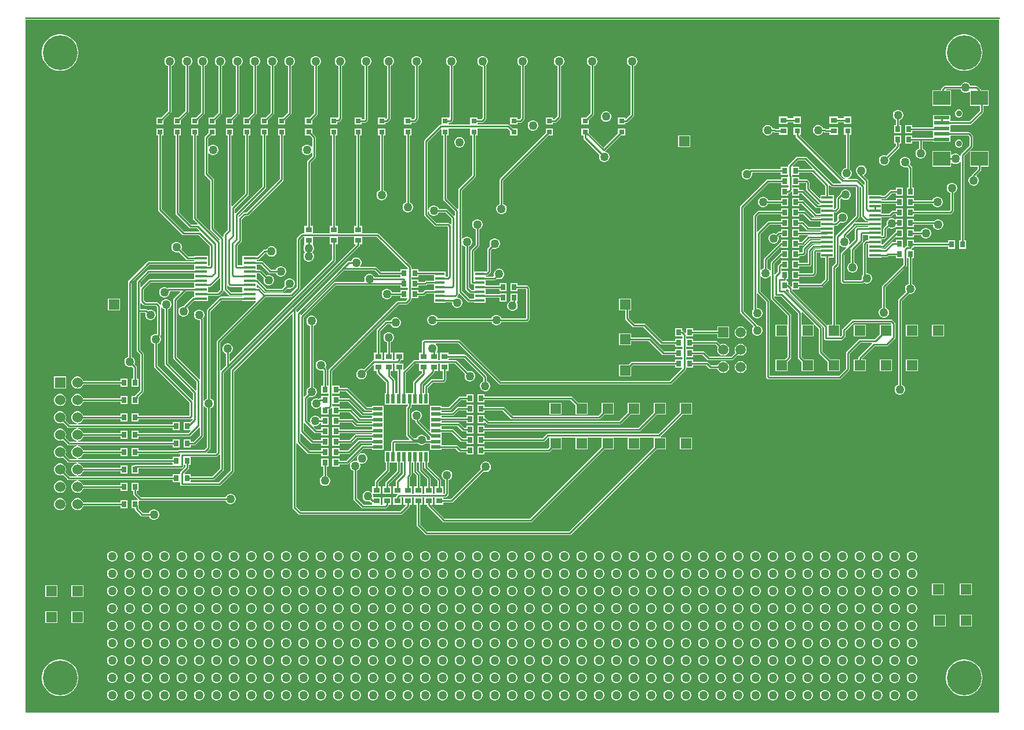
<source format=gtl>
G04*
G04 #@! TF.GenerationSoftware,Altium Limited,Altium Designer,22.3.1 (43)*
G04*
G04 Layer_Physical_Order=1*
G04 Layer_Color=255*
%FSLAX25Y25*%
%MOIN*%
G70*
G04*
G04 #@! TF.SameCoordinates,3349D2AC-C315-450D-AF27-8CF08F727A17*
G04*
G04*
G04 #@! TF.FilePolarity,Positive*
G04*
G01*
G75*
%ADD12C,0.01000*%
%ADD15R,0.03150X0.03150*%
%ADD16R,0.09843X0.07874*%
%ADD17R,0.09055X0.01968*%
%ADD18R,0.03150X0.03740*%
%ADD19R,0.02362X0.05807*%
%ADD20R,0.05807X0.02362*%
%ADD21R,0.03740X0.03150*%
%ADD22R,0.06693X0.01772*%
%ADD23R,0.07087X0.01772*%
%ADD24R,0.05807X0.01772*%
%ADD43R,0.05906X0.05906*%
%ADD44C,0.03543*%
%ADD45C,0.05906*%
%ADD46R,0.05906X0.05906*%
%ADD47C,0.06000*%
%ADD48R,0.06000X0.06000*%
%ADD49C,0.20000*%
%ADD50C,0.05000*%
G36*
X560000D02*
X0D01*
Y398980D01*
X560000D01*
Y0D01*
D02*
G37*
%LPC*%
G36*
X540826Y390500D02*
X539174D01*
X537541Y390242D01*
X535969Y389731D01*
X534497Y388980D01*
X533160Y388009D01*
X531991Y386840D01*
X531020Y385503D01*
X530269Y384031D01*
X529759Y382459D01*
X529500Y380826D01*
Y379174D01*
X529759Y377541D01*
X530269Y375969D01*
X531020Y374497D01*
X531991Y373160D01*
X533160Y371991D01*
X534497Y371020D01*
X535969Y370269D01*
X537541Y369759D01*
X539174Y369500D01*
X540826D01*
X542459Y369759D01*
X544031Y370269D01*
X545503Y371020D01*
X546840Y371991D01*
X548009Y373160D01*
X548980Y374497D01*
X549731Y375969D01*
X550242Y377541D01*
X550500Y379174D01*
Y380826D01*
X550242Y382459D01*
X549731Y384031D01*
X548980Y385503D01*
X548009Y386840D01*
X546840Y388009D01*
X545503Y388980D01*
X544031Y389731D01*
X542459Y390242D01*
X540826Y390500D01*
D02*
G37*
G36*
X20826D02*
X19174D01*
X17541Y390242D01*
X15969Y389731D01*
X14497Y388980D01*
X13160Y388009D01*
X11991Y386840D01*
X11020Y385503D01*
X10269Y384031D01*
X9759Y382459D01*
X9500Y380826D01*
Y379174D01*
X9759Y377541D01*
X10269Y375969D01*
X11020Y374497D01*
X11991Y373160D01*
X13160Y371991D01*
X14497Y371020D01*
X15969Y370269D01*
X17541Y369759D01*
X19174Y369500D01*
X20826D01*
X22459Y369759D01*
X24031Y370269D01*
X25503Y371020D01*
X26840Y371991D01*
X28009Y373160D01*
X28980Y374497D01*
X29731Y375969D01*
X30242Y377541D01*
X30500Y379174D01*
Y380826D01*
X30242Y382459D01*
X29731Y384031D01*
X28980Y385503D01*
X28009Y386840D01*
X26840Y388009D01*
X25503Y388980D01*
X24031Y389731D01*
X22459Y390242D01*
X20826Y390500D01*
D02*
G37*
G36*
X537452Y347272D02*
X536548D01*
X535713Y346926D01*
X535074Y346287D01*
X534728Y345452D01*
Y344548D01*
X535074Y343713D01*
X535713Y343074D01*
X536548Y342728D01*
X537452D01*
X538287Y343074D01*
X538926Y343713D01*
X539272Y344548D01*
Y345452D01*
X538926Y346287D01*
X538287Y346926D01*
X537452Y347272D01*
D02*
G37*
G36*
X475075Y343224D02*
X470925D01*
Y342169D01*
X467370D01*
Y343224D01*
X462630D01*
Y339075D01*
X467370D01*
Y340130D01*
X470925D01*
Y339075D01*
X475075D01*
Y343224D01*
D02*
G37*
G36*
X446075D02*
X441925D01*
Y342169D01*
X438370D01*
Y343224D01*
X433630D01*
Y339075D01*
X438370D01*
Y340130D01*
X441925D01*
Y339075D01*
X446075D01*
Y343224D01*
D02*
G37*
G36*
X349395Y378000D02*
X348605D01*
X347842Y377796D01*
X347158Y377401D01*
X346599Y376842D01*
X346204Y376158D01*
X346000Y375395D01*
Y374605D01*
X346204Y373842D01*
X346599Y373158D01*
X347158Y372599D01*
X347842Y372204D01*
X347980Y372167D01*
Y344422D01*
X345575Y342017D01*
X345075Y342224D01*
Y342724D01*
X340925D01*
Y338575D01*
X345075D01*
Y339630D01*
X345650D01*
X346040Y339708D01*
X346371Y339929D01*
X349721Y343279D01*
X349942Y343610D01*
X350020Y344000D01*
Y372167D01*
X350158Y372204D01*
X350842Y372599D01*
X351401Y373158D01*
X351796Y373842D01*
X352000Y374605D01*
Y375395D01*
X351796Y376158D01*
X351401Y376842D01*
X350842Y377401D01*
X350158Y377796D01*
X349395Y378000D01*
D02*
G37*
G36*
X209395D02*
X208605D01*
X207842Y377796D01*
X207158Y377401D01*
X206599Y376842D01*
X206204Y376158D01*
X206000Y375395D01*
Y374605D01*
X206204Y373842D01*
X206599Y373158D01*
X207158Y372599D01*
X207842Y372204D01*
X207980Y372167D01*
Y342422D01*
X207575Y342017D01*
X207075Y342224D01*
Y342724D01*
X202925D01*
Y338575D01*
X207075D01*
Y339630D01*
X207650D01*
X208040Y339708D01*
X208371Y339929D01*
X209721Y341279D01*
X209942Y341610D01*
X210020Y342000D01*
Y372167D01*
X210158Y372204D01*
X210842Y372599D01*
X211401Y373158D01*
X211796Y373842D01*
X212000Y374605D01*
Y375395D01*
X211796Y376158D01*
X211401Y376842D01*
X210842Y377401D01*
X210158Y377796D01*
X209395Y378000D01*
D02*
G37*
G36*
X307395D02*
X306605D01*
X305842Y377796D01*
X305158Y377401D01*
X304599Y376842D01*
X304204Y376158D01*
X304000Y375395D01*
Y374605D01*
X304204Y373842D01*
X304599Y373158D01*
X305158Y372599D01*
X305842Y372204D01*
X305980Y372167D01*
Y343422D01*
X304227Y341669D01*
X303575D01*
Y342724D01*
X299425D01*
Y338575D01*
X303575D01*
Y339630D01*
X304650D01*
X305040Y339708D01*
X305371Y339929D01*
X307721Y342279D01*
X307942Y342610D01*
X308020Y343000D01*
Y372167D01*
X308158Y372204D01*
X308842Y372599D01*
X309401Y373158D01*
X309796Y373842D01*
X310000Y374605D01*
Y375395D01*
X309796Y376158D01*
X309401Y376842D01*
X308842Y377401D01*
X308158Y377796D01*
X307395Y378000D01*
D02*
G37*
G36*
X286395D02*
X285605D01*
X284842Y377796D01*
X284158Y377401D01*
X283599Y376842D01*
X283204Y376158D01*
X283000Y375395D01*
Y374605D01*
X283204Y373842D01*
X283599Y373158D01*
X284158Y372599D01*
X284842Y372204D01*
X284980Y372167D01*
Y342422D01*
X284227Y341669D01*
X283075D01*
Y342724D01*
X278925D01*
Y338575D01*
X283075D01*
Y339630D01*
X284650D01*
X285040Y339708D01*
X285371Y339929D01*
X286721Y341279D01*
X286942Y341610D01*
X287020Y342000D01*
Y372167D01*
X287158Y372204D01*
X287842Y372599D01*
X288401Y373158D01*
X288796Y373842D01*
X289000Y374605D01*
Y375395D01*
X288796Y376158D01*
X288401Y376842D01*
X287842Y377401D01*
X287158Y377796D01*
X286395Y378000D01*
D02*
G37*
G36*
X263395D02*
X262605D01*
X261842Y377796D01*
X261158Y377401D01*
X260599Y376842D01*
X260204Y376158D01*
X260000Y375395D01*
Y374605D01*
X260204Y373842D01*
X260599Y373158D01*
X261158Y372599D01*
X261842Y372204D01*
X262605Y372000D01*
X262980D01*
Y342422D01*
X262227Y341669D01*
X260075D01*
Y342724D01*
X255925D01*
X255925Y338575D01*
X255448Y338520D01*
X244052D01*
X243575Y338575D01*
X243575Y339277D01*
X243928Y339630D01*
X244414D01*
X244804Y339708D01*
X245135Y339929D01*
X245721Y340514D01*
X245942Y340845D01*
X246020Y341235D01*
Y372167D01*
X246158Y372204D01*
X246842Y372599D01*
X247401Y373158D01*
X247796Y373842D01*
X248000Y374605D01*
Y375395D01*
X247796Y376158D01*
X247401Y376842D01*
X246842Y377401D01*
X246158Y377796D01*
X245395Y378000D01*
X244605D01*
X243842Y377796D01*
X243158Y377401D01*
X242599Y376842D01*
X242204Y376158D01*
X242000Y375395D01*
Y374605D01*
X242204Y373842D01*
X242599Y373158D01*
X243158Y372599D01*
X243842Y372204D01*
X243980Y372167D01*
Y342952D01*
X243575Y342724D01*
X239425D01*
X239425Y338715D01*
X239000Y338520D01*
X238952Y338510D01*
X238610Y338442D01*
X238279Y338221D01*
X229779Y329721D01*
X229558Y329390D01*
X229480Y329000D01*
Y286598D01*
X229558Y286207D01*
X229779Y285877D01*
X235379Y280277D01*
X235710Y280056D01*
X235710Y280056D01*
X235924Y280013D01*
X236100Y279978D01*
X238006Y279978D01*
X238019Y279965D01*
Y279965D01*
X242475Y279867D01*
X242961Y279824D01*
X242962Y279822D01*
X242963Y279822D01*
X242980Y279815D01*
X242980Y251422D01*
X242696Y251138D01*
X241837D01*
Y254063D01*
X235030D01*
Y254020D01*
X226224D01*
Y255370D01*
X222075Y255370D01*
X222020Y255847D01*
Y256500D01*
X221942Y256890D01*
X221721Y257221D01*
X203221Y275721D01*
X202890Y275942D01*
X202500Y276020D01*
X194347D01*
X193870Y276075D01*
X193870Y276520D01*
Y280224D01*
X192520D01*
Y304850D01*
Y332276D01*
X193575D01*
Y336425D01*
X189425D01*
Y332276D01*
X190480D01*
Y304850D01*
Y280224D01*
X189130D01*
X189130Y276075D01*
X188653Y276020D01*
X180347D01*
X179870Y276075D01*
X179870Y276520D01*
Y280224D01*
X178520D01*
Y332276D01*
X179575D01*
Y336425D01*
X175425D01*
Y332276D01*
X176480D01*
Y280224D01*
X175130D01*
X175130Y276075D01*
X174653Y276020D01*
X165847D01*
X165370Y276075D01*
X165370Y276520D01*
Y280224D01*
X164020D01*
Y316578D01*
X166721Y319279D01*
X166942Y319610D01*
X167020Y320000D01*
Y331350D01*
X166942Y331741D01*
X166721Y332071D01*
X165075Y333717D01*
Y336425D01*
X160925D01*
Y332276D01*
X163633D01*
X164980Y330928D01*
Y325838D01*
X164480Y325704D01*
X164401Y325842D01*
X163842Y326401D01*
X163158Y326796D01*
X162395Y327000D01*
X161605D01*
X160842Y326796D01*
X160158Y326401D01*
X159599Y325842D01*
X159204Y325158D01*
X159000Y324395D01*
Y323605D01*
X159204Y322842D01*
X159599Y322158D01*
X160158Y321599D01*
X160842Y321204D01*
X161605Y321000D01*
X162395D01*
X163158Y321204D01*
X163842Y321599D01*
X164401Y322158D01*
X164480Y322296D01*
X164980Y322162D01*
Y320422D01*
X162279Y317721D01*
X162058Y317390D01*
X161980Y317000D01*
Y280224D01*
X160630D01*
X160630Y276075D01*
X160153Y276020D01*
X159400D01*
X159010Y275942D01*
X158679Y275721D01*
X156279Y273321D01*
X156058Y272990D01*
X155980Y272600D01*
Y244849D01*
X152617Y241485D01*
X137559D01*
X134721Y244323D01*
X134390Y244544D01*
X134000Y244622D01*
X133950Y244612D01*
X133900Y244622D01*
X133020D01*
Y246585D01*
X133482Y246776D01*
X137879Y242379D01*
X138210Y242158D01*
X138600Y242080D01*
X148100D01*
X148490Y242158D01*
X148821Y242379D01*
X150718Y244276D01*
X150842Y244204D01*
X151605Y244000D01*
X152395D01*
X153158Y244204D01*
X153842Y244599D01*
X154401Y245158D01*
X154796Y245842D01*
X155000Y246605D01*
Y247395D01*
X154796Y248158D01*
X154401Y248842D01*
X153842Y249401D01*
X153158Y249796D01*
X152395Y250000D01*
X151605D01*
X150842Y249796D01*
X150158Y249401D01*
X149599Y248842D01*
X149204Y248158D01*
X149000Y247395D01*
Y246605D01*
X149204Y245842D01*
X149276Y245718D01*
X147678Y244120D01*
X139022D01*
X133701Y249441D01*
X133370Y249662D01*
X133020Y249732D01*
Y252819D01*
X134739D01*
X137276Y250282D01*
X137204Y250158D01*
X137000Y249395D01*
Y248605D01*
X137204Y247842D01*
X137599Y247158D01*
X138158Y246599D01*
X138842Y246204D01*
X139605Y246000D01*
X140395D01*
X141158Y246204D01*
X141842Y246599D01*
X142401Y247158D01*
X142796Y247842D01*
X143000Y248605D01*
Y249395D01*
X142796Y250158D01*
X142401Y250842D01*
X141842Y251401D01*
X141158Y251796D01*
X140395Y252000D01*
X139605D01*
X138842Y251796D01*
X138718Y251724D01*
X135882Y254560D01*
X135552Y254781D01*
X135161Y254858D01*
X133020D01*
Y257937D01*
X135578D01*
X140236Y253279D01*
X140566Y253058D01*
X140957Y252980D01*
X144167D01*
X144204Y252842D01*
X144599Y252158D01*
X145158Y251599D01*
X145842Y251204D01*
X146605Y251000D01*
X147395D01*
X148158Y251204D01*
X148842Y251599D01*
X149401Y252158D01*
X149796Y252842D01*
X150000Y253605D01*
Y254395D01*
X149796Y255158D01*
X149401Y255842D01*
X148842Y256401D01*
X148158Y256796D01*
X147395Y257000D01*
X146605D01*
X145842Y256796D01*
X145158Y256401D01*
X144599Y255842D01*
X144204Y255158D01*
X144167Y255020D01*
X141379D01*
X136721Y259678D01*
X136390Y259899D01*
X136000Y259976D01*
X133020D01*
Y260496D01*
X133573D01*
X133964Y260574D01*
X134294Y260795D01*
X138080Y264580D01*
X138758D01*
X138795Y264442D01*
X139190Y263758D01*
X139749Y263199D01*
X140433Y262804D01*
X141196Y262600D01*
X141986D01*
X142749Y262804D01*
X143433Y263199D01*
X143992Y263758D01*
X144387Y264442D01*
X144591Y265205D01*
Y265995D01*
X144387Y266758D01*
X143992Y267442D01*
X143433Y268001D01*
X142749Y268396D01*
X141986Y268600D01*
X141196D01*
X140433Y268396D01*
X139749Y268001D01*
X139190Y267442D01*
X138795Y266758D01*
X138758Y266620D01*
X137658D01*
X137267Y266542D01*
X136937Y266321D01*
X133519Y262903D01*
X133020Y262902D01*
Y262902D01*
X124933D01*
Y260130D01*
Y257501D01*
X122020D01*
Y268749D01*
X124221Y270951D01*
X124442Y271281D01*
X124520Y271672D01*
Y284078D01*
X126422Y285980D01*
X127650D01*
X128040Y286058D01*
X128371Y286279D01*
X148221Y306129D01*
X148442Y306460D01*
X148520Y306850D01*
Y332276D01*
X149575D01*
Y336425D01*
X145425D01*
Y332276D01*
X146480D01*
Y307273D01*
X127227Y288020D01*
X126000D01*
X125610Y287942D01*
X125279Y287721D01*
X123081Y285523D01*
X122620Y285704D01*
X122573Y286131D01*
X138221Y301779D01*
X138442Y302110D01*
X138520Y302500D01*
Y332276D01*
X139575D01*
Y336425D01*
X135425D01*
Y332276D01*
X136480D01*
Y302922D01*
X121020Y287461D01*
X120520Y287669D01*
Y290078D01*
X128221Y297779D01*
X128442Y298110D01*
X128520Y298500D01*
Y306850D01*
Y332276D01*
X129575D01*
Y336425D01*
X125425D01*
Y332276D01*
X126480D01*
Y306850D01*
Y298922D01*
X119020Y291461D01*
X118520Y291669D01*
Y306850D01*
Y332276D01*
X119575D01*
Y336425D01*
X115425D01*
Y332276D01*
X116480D01*
Y306850D01*
Y277922D01*
X114279Y275721D01*
X114058Y275390D01*
X113980Y275000D01*
Y274169D01*
X113480Y273961D01*
X108520Y278922D01*
Y306850D01*
X108442Y307241D01*
X108221Y307571D01*
X105020Y310773D01*
Y322162D01*
X105520Y322296D01*
X105599Y322158D01*
X106158Y321599D01*
X106842Y321204D01*
X107605Y321000D01*
X108395D01*
X109158Y321204D01*
X109842Y321599D01*
X110401Y322158D01*
X110796Y322842D01*
X111000Y323605D01*
Y324395D01*
X110796Y325158D01*
X110401Y325842D01*
X109842Y326401D01*
X109158Y326796D01*
X108395Y327000D01*
X107605D01*
X106842Y326796D01*
X106158Y326401D01*
X105599Y325842D01*
X105520Y325704D01*
X105020Y325838D01*
Y330428D01*
X106867Y332276D01*
X109575D01*
Y336425D01*
X105425D01*
Y333717D01*
X103279Y331571D01*
X103058Y331241D01*
X102980Y330850D01*
Y310350D01*
X103058Y309960D01*
X103279Y309629D01*
X106480Y306428D01*
Y278500D01*
X106558Y278110D01*
X106779Y277779D01*
X111927Y272631D01*
X111880Y272204D01*
X111419Y272023D01*
X98520Y284922D01*
Y306850D01*
Y332276D01*
X99575D01*
Y336425D01*
X95425D01*
Y332276D01*
X96480D01*
Y306850D01*
Y284500D01*
X96558Y284110D01*
X96779Y283779D01*
X99056Y281502D01*
X99052Y281465D01*
X98831Y281020D01*
X95422D01*
X88520Y287922D01*
Y306850D01*
Y332276D01*
X89575D01*
Y336425D01*
X85425D01*
Y332276D01*
X86480D01*
Y306850D01*
Y287500D01*
X86558Y287110D01*
X86779Y286779D01*
X94279Y279279D01*
X94610Y279058D01*
X95000Y278980D01*
X98578D01*
X100056Y277502D01*
X100052Y277465D01*
X99831Y277020D01*
X91422D01*
X78520Y289922D01*
Y306850D01*
Y332276D01*
X79575D01*
Y336425D01*
X75425D01*
Y332276D01*
X76480D01*
Y306850D01*
Y289500D01*
X76558Y289110D01*
X76779Y288779D01*
X90279Y275279D01*
X90610Y275058D01*
X91000Y274980D01*
X99578D01*
X105980Y268578D01*
Y257422D01*
X105975Y257417D01*
X105067D01*
Y260130D01*
Y262902D01*
X96980D01*
Y262535D01*
X93906D01*
X89724Y266718D01*
X89796Y266842D01*
X90000Y267605D01*
Y268395D01*
X89796Y269158D01*
X89401Y269842D01*
X88842Y270401D01*
X88158Y270796D01*
X87395Y271000D01*
X86605D01*
X85842Y270796D01*
X85158Y270401D01*
X84599Y269842D01*
X84204Y269158D01*
X84000Y268395D01*
Y267605D01*
X84204Y266842D01*
X84599Y266158D01*
X85158Y265599D01*
X85842Y265204D01*
X86605Y265000D01*
X87395D01*
X88158Y265204D01*
X88282Y265276D01*
X92763Y260795D01*
X93094Y260574D01*
X93484Y260496D01*
X96980D01*
Y259976D01*
X71157D01*
X70766Y259899D01*
X70436Y259678D01*
X59279Y248521D01*
X59058Y248190D01*
X58980Y247800D01*
Y204833D01*
X58842Y204796D01*
X58158Y204401D01*
X57599Y203842D01*
X57204Y203158D01*
X57000Y202395D01*
Y201605D01*
X57204Y200842D01*
X57599Y200158D01*
X58158Y199599D01*
X58842Y199204D01*
X59605Y199000D01*
X60395D01*
X61158Y199204D01*
X61282Y199276D01*
X62130Y198428D01*
Y192370D01*
X61075D01*
Y187630D01*
X65224D01*
Y192370D01*
X64169D01*
Y198850D01*
X64092Y199241D01*
X63871Y199571D01*
X62724Y200718D01*
X62796Y200842D01*
X63000Y201605D01*
Y202395D01*
X62796Y203158D01*
X62401Y203842D01*
X61842Y204401D01*
X61158Y204796D01*
X61020Y204833D01*
Y247378D01*
X71579Y257937D01*
X96980D01*
Y254858D01*
X70839D01*
X70448Y254781D01*
X70118Y254560D01*
X64279Y248721D01*
X64058Y248390D01*
X63980Y248000D01*
Y231400D01*
Y231000D01*
Y208600D01*
X64058Y208210D01*
X64279Y207879D01*
X65980Y206178D01*
Y185422D01*
X63503Y182945D01*
X63282Y182615D01*
X63234Y182370D01*
X61075D01*
Y177630D01*
X65224D01*
Y180976D01*
X65244Y181075D01*
Y181802D01*
X67721Y184279D01*
X67942Y184610D01*
X68020Y185000D01*
Y206600D01*
X67942Y206990D01*
X67721Y207321D01*
X66020Y209022D01*
Y230380D01*
X68768D01*
X68806Y230361D01*
X69130Y229880D01*
X69000Y229395D01*
Y228605D01*
X69204Y227842D01*
X69599Y227158D01*
X70158Y226599D01*
X70842Y226204D01*
X71605Y226000D01*
X72395D01*
X73158Y226204D01*
X73842Y226599D01*
X74401Y227158D01*
X74796Y227842D01*
X75000Y228605D01*
Y229395D01*
X74796Y230158D01*
X74401Y230842D01*
X73842Y231401D01*
X73158Y231796D01*
X72395Y232000D01*
X71605D01*
X70842Y231796D01*
X70700Y231714D01*
X70293Y232121D01*
X69962Y232342D01*
X69572Y232420D01*
X66020D01*
Y235931D01*
X66520Y236139D01*
X67940Y234718D01*
X68271Y234497D01*
X68661Y234419D01*
X75104D01*
X75946Y233578D01*
Y218370D01*
X75456Y217984D01*
X75395Y218000D01*
X74605D01*
X73842Y217796D01*
X73158Y217401D01*
X72599Y216842D01*
X72204Y216158D01*
X72000Y215395D01*
Y214605D01*
X72204Y213842D01*
X72599Y213158D01*
X73158Y212599D01*
X73842Y212204D01*
X73980Y212167D01*
Y199400D01*
X74058Y199010D01*
X74279Y198679D01*
X94433Y178525D01*
Y171020D01*
X65224D01*
Y172370D01*
X61075D01*
Y167630D01*
X65224D01*
Y168980D01*
X94953D01*
X95343Y169058D01*
X95674Y169279D01*
X95774Y169380D01*
X96287Y169186D01*
X96328Y168869D01*
X94828Y167370D01*
X91075D01*
Y162630D01*
X94781D01*
X94988Y162130D01*
X93878Y161020D01*
X65224D01*
Y162370D01*
X61075D01*
Y157630D01*
X65224D01*
Y158980D01*
X94300D01*
X94690Y159058D01*
X95021Y159279D01*
X99980Y164239D01*
X100480Y164031D01*
Y159722D01*
X96778Y156020D01*
X95224D01*
Y157370D01*
X91075D01*
Y152630D01*
X95224D01*
Y153980D01*
X97200D01*
X97590Y154058D01*
X97921Y154279D01*
X102221Y158579D01*
X102442Y158910D01*
X102520Y159300D01*
Y176335D01*
X103020Y176469D01*
X103199Y176158D01*
X103758Y175599D01*
X104442Y175204D01*
X104580Y175167D01*
Y152822D01*
X103148Y151390D01*
X88445D01*
X88055Y151312D01*
X87724Y151091D01*
X87652Y151020D01*
X65224D01*
Y152370D01*
X61075D01*
Y147630D01*
X65224D01*
Y148980D01*
X88075D01*
X88465Y149058D01*
X88489Y149074D01*
X88640Y149029D01*
X89058Y148760D01*
X88980Y148370D01*
Y147847D01*
X88925Y147370D01*
X88480Y147370D01*
X84776D01*
Y146020D01*
X30600D01*
X30534Y146520D01*
X31351Y146739D01*
X32149Y147199D01*
X32801Y147851D01*
X33261Y148649D01*
X33350Y148980D01*
X54776D01*
Y147630D01*
X58925D01*
Y152370D01*
X54776D01*
Y151020D01*
X33350D01*
X33261Y151351D01*
X32801Y152149D01*
X32149Y152801D01*
X31351Y153261D01*
X30534Y153480D01*
X30600Y153980D01*
X84776D01*
Y152630D01*
X88925D01*
Y157370D01*
X84776D01*
Y156020D01*
X30600D01*
X30534Y156520D01*
X31351Y156738D01*
X32149Y157199D01*
X32801Y157851D01*
X33261Y158649D01*
X33350Y158980D01*
X54776D01*
Y157630D01*
X58925D01*
Y162370D01*
X54776D01*
Y161020D01*
X33350D01*
X33261Y161351D01*
X32801Y162149D01*
X32149Y162801D01*
X31351Y163261D01*
X30534Y163480D01*
X30600Y163980D01*
X84776D01*
Y162630D01*
X88925D01*
Y167370D01*
X84776D01*
Y166020D01*
X30600D01*
X30534Y166520D01*
X31351Y166738D01*
X32149Y167199D01*
X32801Y167851D01*
X33261Y168649D01*
X33350Y168980D01*
X54776D01*
Y167630D01*
X58925D01*
Y172370D01*
X54776D01*
Y171020D01*
X33350D01*
X33261Y171351D01*
X32801Y172149D01*
X32149Y172801D01*
X31351Y173261D01*
X30461Y173500D01*
X29539D01*
X28649Y173261D01*
X27851Y172801D01*
X27199Y172149D01*
X26739Y171351D01*
X26500Y170461D01*
Y169539D01*
X26739Y168649D01*
X27199Y167851D01*
X27851Y167199D01*
X28649Y166738D01*
X29466Y166520D01*
X29400Y166020D01*
X25422D01*
X23090Y168352D01*
X23261Y168649D01*
X23500Y169539D01*
Y170461D01*
X23261Y171351D01*
X22801Y172149D01*
X22149Y172801D01*
X21351Y173261D01*
X20461Y173500D01*
X19539D01*
X18649Y173261D01*
X17851Y172801D01*
X17199Y172149D01*
X16738Y171351D01*
X16500Y170461D01*
Y169539D01*
X16738Y168649D01*
X17199Y167851D01*
X17851Y167199D01*
X18649Y166738D01*
X19539Y166500D01*
X20461D01*
X21351Y166738D01*
X21648Y166910D01*
X24279Y164279D01*
X24610Y164058D01*
X25000Y163980D01*
X29400D01*
X29466Y163480D01*
X28649Y163261D01*
X27851Y162801D01*
X27199Y162149D01*
X26739Y161351D01*
X26500Y160461D01*
Y159539D01*
X26739Y158649D01*
X27199Y157851D01*
X27851Y157199D01*
X28649Y156738D01*
X29466Y156520D01*
X29400Y156020D01*
X25422D01*
X23090Y158352D01*
X23261Y158649D01*
X23500Y159539D01*
Y160461D01*
X23261Y161351D01*
X22801Y162149D01*
X22149Y162801D01*
X21351Y163261D01*
X20461Y163500D01*
X19539D01*
X18649Y163261D01*
X17851Y162801D01*
X17199Y162149D01*
X16738Y161351D01*
X16500Y160461D01*
Y159539D01*
X16738Y158649D01*
X17199Y157851D01*
X17851Y157199D01*
X18649Y156738D01*
X19539Y156500D01*
X20461D01*
X21351Y156738D01*
X21648Y156910D01*
X24279Y154279D01*
X24610Y154058D01*
X25000Y153980D01*
X29400D01*
X29466Y153480D01*
X28649Y153261D01*
X27851Y152801D01*
X27199Y152149D01*
X26739Y151351D01*
X26500Y150461D01*
Y149539D01*
X26739Y148649D01*
X27199Y147851D01*
X27851Y147199D01*
X28649Y146739D01*
X29466Y146520D01*
X29400Y146020D01*
X25422D01*
X23090Y148352D01*
X23261Y148649D01*
X23500Y149539D01*
Y150461D01*
X23261Y151351D01*
X22801Y152149D01*
X22149Y152801D01*
X21351Y153261D01*
X20461Y153500D01*
X19539D01*
X18649Y153261D01*
X17851Y152801D01*
X17199Y152149D01*
X16738Y151351D01*
X16500Y150461D01*
Y149539D01*
X16738Y148649D01*
X17199Y147851D01*
X17851Y147199D01*
X18649Y146739D01*
X19539Y146500D01*
X20461D01*
X21351Y146739D01*
X21648Y146910D01*
X24279Y144279D01*
X24610Y144058D01*
X25000Y143980D01*
X29400D01*
X29466Y143480D01*
X28649Y143262D01*
X27851Y142801D01*
X27199Y142149D01*
X26739Y141351D01*
X26500Y140461D01*
Y139539D01*
X26739Y138649D01*
X27199Y137851D01*
X27851Y137199D01*
X28649Y136739D01*
X29466Y136520D01*
X29400Y136020D01*
X25422D01*
X23090Y138352D01*
X23261Y138649D01*
X23500Y139539D01*
Y140461D01*
X23261Y141351D01*
X22801Y142149D01*
X22149Y142801D01*
X21351Y143262D01*
X20461Y143500D01*
X19539D01*
X18649Y143262D01*
X17851Y142801D01*
X17199Y142149D01*
X16738Y141351D01*
X16500Y140461D01*
Y139539D01*
X16738Y138649D01*
X17199Y137851D01*
X17851Y137199D01*
X18649Y136739D01*
X19539Y136500D01*
X20461D01*
X21351Y136739D01*
X21648Y136910D01*
X24279Y134279D01*
X24610Y134058D01*
X25000Y133980D01*
X29400D01*
X29466Y133480D01*
X28649Y133262D01*
X27851Y132801D01*
X27199Y132149D01*
X26739Y131351D01*
X26500Y130461D01*
Y129539D01*
X26739Y128649D01*
X27199Y127851D01*
X27851Y127199D01*
X28649Y126739D01*
X29539Y126500D01*
X30461D01*
X31351Y126739D01*
X32149Y127199D01*
X32801Y127851D01*
X33261Y128649D01*
X33350Y128980D01*
X54776D01*
Y127630D01*
X58925D01*
Y132370D01*
X54776D01*
Y131020D01*
X33350D01*
X33261Y131351D01*
X32801Y132149D01*
X32149Y132801D01*
X31351Y133262D01*
X30534Y133480D01*
X30600Y133980D01*
X84776D01*
Y132630D01*
X88925Y132630D01*
X88980Y132153D01*
Y131600D01*
X89058Y131210D01*
X89279Y130879D01*
X89610Y130658D01*
X90000Y130580D01*
X111700D01*
X112090Y130658D01*
X112421Y130879D01*
X119721Y138179D01*
X119942Y138510D01*
X120020Y138900D01*
Y196406D01*
X153419Y229805D01*
X153880Y229614D01*
Y118000D01*
X153958Y117610D01*
X154179Y117279D01*
X157279Y114179D01*
X157610Y113958D01*
X158000Y113880D01*
X216000D01*
X216390Y113958D01*
X216721Y114179D01*
X220721Y118179D01*
X220942Y118510D01*
X221020Y118900D01*
Y119776D01*
X222370D01*
X222370Y123925D01*
X222847Y123980D01*
X223153D01*
X223630Y123925D01*
X223630Y123480D01*
Y119776D01*
X224980D01*
Y108000D01*
X225058Y107610D01*
X225279Y107279D01*
X229979Y102579D01*
X230310Y102358D01*
X230700Y102280D01*
X313300D01*
X313690Y102358D01*
X314021Y102579D01*
X362989Y151547D01*
X368453D01*
Y158453D01*
X365602D01*
X365395Y158953D01*
X377989Y171547D01*
X383453D01*
Y178453D01*
X376547D01*
Y172989D01*
X364078Y160520D01*
X300500D01*
X300110Y160442D01*
X299779Y160221D01*
X297578Y158020D01*
X264224D01*
Y159370D01*
X260075D01*
Y154630D01*
X264224D01*
Y155980D01*
X298000D01*
X298390Y156058D01*
X298721Y156279D01*
X300922Y158480D01*
X301059D01*
X301547Y158453D01*
X301547Y157980D01*
Y152989D01*
X300578Y152020D01*
X264224D01*
Y153370D01*
X260075D01*
Y148630D01*
X264224D01*
Y149980D01*
X301000D01*
X301390Y150058D01*
X301721Y150279D01*
X302989Y151547D01*
X308453D01*
X308453Y158453D01*
X308941Y158480D01*
X316059D01*
X316547Y158453D01*
X316547Y157980D01*
Y151547D01*
X323453D01*
X323453Y158453D01*
X323941Y158480D01*
X331059D01*
X331547Y158453D01*
X331547Y157980D01*
Y152989D01*
X290278Y111720D01*
X241222D01*
X233628Y119314D01*
X233820Y119776D01*
X234370D01*
X234370Y123925D01*
X234847Y123980D01*
X235153D01*
X235630Y123925D01*
X235630Y123480D01*
Y119776D01*
X240370D01*
Y120831D01*
X245250D01*
X245641Y120908D01*
X245971Y121129D01*
X263618Y138776D01*
X263742Y138704D01*
X264505Y138500D01*
X265295D01*
X266058Y138704D01*
X266742Y139099D01*
X267301Y139658D01*
X267696Y140342D01*
X267900Y141105D01*
Y141895D01*
X267696Y142658D01*
X267301Y143342D01*
X266742Y143901D01*
X266058Y144296D01*
X265295Y144500D01*
X264505D01*
X263742Y144296D01*
X263058Y143901D01*
X262499Y143342D01*
X262104Y142658D01*
X261900Y141895D01*
Y141105D01*
X262104Y140342D01*
X262176Y140218D01*
X244828Y122870D01*
X240724D01*
X240370Y123224D01*
X240370Y123925D01*
X240847Y123980D01*
X241600D01*
X241990Y124058D01*
X242321Y124279D01*
X243321Y125279D01*
X243542Y125610D01*
X243620Y126000D01*
Y133867D01*
X243758Y133904D01*
X244442Y134299D01*
X245001Y134858D01*
X245396Y135542D01*
X245600Y136305D01*
Y137095D01*
X245396Y137858D01*
X245001Y138542D01*
X244442Y139101D01*
X243758Y139496D01*
X242995Y139700D01*
X242205D01*
X241442Y139496D01*
X240758Y139101D01*
X240199Y138542D01*
X239804Y137858D01*
X239600Y137095D01*
Y136305D01*
X239804Y135542D01*
X240199Y134858D01*
X240758Y134299D01*
X241442Y133904D01*
X241580Y133867D01*
Y126422D01*
X241178Y126020D01*
X240847D01*
X240370Y126075D01*
X240370Y126520D01*
Y130224D01*
X239020D01*
Y134000D01*
X238942Y134390D01*
X238721Y134721D01*
X231543Y141899D01*
Y143912D01*
X232205D01*
Y150718D01*
X212646D01*
Y155106D01*
X225651D01*
X226158Y154599D01*
X226842Y154204D01*
X227605Y154000D01*
X228395D01*
X229158Y154204D01*
X229842Y154599D01*
X230349Y155106D01*
X232782D01*
Y151295D01*
X239588D01*
Y151957D01*
X247601D01*
X249279Y150279D01*
X249610Y150058D01*
X250000Y149980D01*
X253776D01*
Y148630D01*
X257925D01*
Y153370D01*
X253776D01*
Y152020D01*
X250422D01*
X248745Y153697D01*
X248414Y153918D01*
X248024Y153996D01*
X239588D01*
Y157595D01*
Y161406D01*
X245152D01*
X250279Y156279D01*
X250610Y156058D01*
X251000Y155980D01*
X253776D01*
Y154630D01*
X257925D01*
Y159370D01*
X253776D01*
Y158020D01*
X251422D01*
X246296Y163146D01*
X245965Y163367D01*
X245575Y163445D01*
X239588D01*
Y164980D01*
X248578D01*
X251279Y162279D01*
X251610Y162058D01*
X252000Y161980D01*
X253776D01*
Y160630D01*
X257925D01*
Y165370D01*
X253776D01*
Y164020D01*
X252422D01*
X249721Y166721D01*
X249390Y166942D01*
X249000Y167020D01*
X239588D01*
Y167980D01*
X253776D01*
Y166630D01*
X257925D01*
Y171370D01*
X253776D01*
Y170020D01*
X239588D01*
Y170854D01*
X245874D01*
X246264Y170932D01*
X246595Y171153D01*
X249422Y173980D01*
X253776D01*
Y172630D01*
X257925D01*
Y177370D01*
X253776D01*
Y176020D01*
X249000D01*
X248610Y175942D01*
X248279Y175721D01*
X245452Y172894D01*
X239588D01*
Y174004D01*
X244024D01*
X244414Y174082D01*
X244745Y174303D01*
X250422Y179980D01*
X253776D01*
Y178630D01*
X257925D01*
Y183370D01*
X253776D01*
Y182020D01*
X250000D01*
X249610Y181942D01*
X249279Y181721D01*
X243601Y176043D01*
X239588D01*
Y176705D01*
X232782D01*
Y173343D01*
Y170193D01*
Y167043D01*
Y162314D01*
X232319Y162122D01*
X226565Y167877D01*
X226630Y168477D01*
X226842Y168599D01*
X227401Y169158D01*
X227796Y169842D01*
X228000Y170605D01*
Y171395D01*
X227796Y172158D01*
X227401Y172842D01*
X226842Y173401D01*
X226158Y173796D01*
X225395Y174000D01*
X224605D01*
X223842Y173796D01*
X223158Y173401D01*
X222599Y172842D01*
X222204Y172158D01*
X222000Y171395D01*
Y170605D01*
X222204Y169842D01*
X222599Y169158D01*
X223158Y168599D01*
X223842Y168204D01*
X224309Y168079D01*
Y167672D01*
X224387Y167281D01*
X224607Y166951D01*
X232322Y159236D01*
X232653Y159015D01*
X232782Y158989D01*
Y157146D01*
X231000D01*
Y157395D01*
X230796Y158158D01*
X230401Y158842D01*
X229842Y159401D01*
X229158Y159796D01*
X228395Y160000D01*
X227605D01*
X226842Y159796D01*
X226158Y159401D01*
X225599Y158842D01*
X225204Y158158D01*
X225167Y158020D01*
X223422D01*
X221020Y160422D01*
Y174778D01*
X221796Y175554D01*
X222017Y175885D01*
X222094Y176275D01*
Y177281D01*
X232205D01*
Y184089D01*
X231543D01*
Y187101D01*
X234422Y189980D01*
X240414D01*
X240804Y190058D01*
X241135Y190279D01*
X241721Y190865D01*
X241942Y191196D01*
X242020Y191586D01*
Y196776D01*
X243370D01*
Y200925D01*
X243847Y200980D01*
X247078D01*
X252976Y195082D01*
X252904Y194958D01*
X252700Y194195D01*
Y193405D01*
X252904Y192642D01*
X253299Y191958D01*
X253858Y191399D01*
X254542Y191004D01*
X255305Y190800D01*
X256095D01*
X256858Y191004D01*
X257542Y191399D01*
X258101Y191958D01*
X258496Y192642D01*
X258700Y193405D01*
Y194195D01*
X258496Y194958D01*
X258101Y195642D01*
X257542Y196201D01*
X256858Y196596D01*
X256095Y196800D01*
X255305D01*
X254542Y196596D01*
X254418Y196524D01*
X248221Y202721D01*
X247890Y202942D01*
X247500Y203020D01*
X243847D01*
X243370Y203075D01*
X243370Y203776D01*
X243724Y204130D01*
X252228D01*
X263480Y192878D01*
Y190833D01*
X263342Y190796D01*
X262658Y190401D01*
X262099Y189842D01*
X261704Y189158D01*
X261500Y188395D01*
Y187605D01*
X261704Y186842D01*
X262099Y186158D01*
X262658Y185599D01*
X263342Y185204D01*
X264105Y185000D01*
X264895D01*
X265658Y185204D01*
X266342Y185599D01*
X266901Y186158D01*
X267296Y186842D01*
X267500Y187605D01*
Y188395D01*
X267296Y189158D01*
X266901Y189842D01*
X266342Y190401D01*
X265658Y190796D01*
X265520Y190833D01*
Y193300D01*
X265442Y193690D01*
X265221Y194021D01*
X253371Y205871D01*
X253041Y206092D01*
X252650Y206169D01*
X243370D01*
Y207224D01*
X238630D01*
X238630Y203075D01*
X238153Y203020D01*
X237847D01*
X237370Y203075D01*
X237370Y203520D01*
Y207224D01*
X236820D01*
X236629Y207686D01*
X236701Y207758D01*
X237096Y208442D01*
X237300Y209205D01*
Y209995D01*
X237096Y210758D01*
X236701Y211442D01*
X236142Y212001D01*
X236004Y212080D01*
X236138Y212580D01*
X249078D01*
X272479Y189179D01*
X272810Y188958D01*
X273200Y188880D01*
X371000D01*
X371390Y188958D01*
X371721Y189179D01*
X379721Y197179D01*
X379942Y197510D01*
X380020Y197900D01*
Y198153D01*
X380075Y198630D01*
X380520Y198630D01*
X384224D01*
Y199980D01*
X391578D01*
X393279Y198279D01*
X393610Y198058D01*
X394000Y197980D01*
X398199D01*
X398283Y197667D01*
X398737Y196880D01*
X399380Y196237D01*
X400167Y195782D01*
X401045Y195547D01*
X401955D01*
X402833Y195782D01*
X403620Y196237D01*
X404263Y196880D01*
X404717Y197667D01*
X404953Y198545D01*
Y199455D01*
X404717Y200333D01*
X404263Y201120D01*
X403620Y201763D01*
X402833Y202218D01*
X401955Y202453D01*
X401045D01*
X400167Y202218D01*
X399380Y201763D01*
X398737Y201120D01*
X398283Y200333D01*
X398199Y200020D01*
X394422D01*
X392721Y201721D01*
X392390Y201942D01*
X392000Y202020D01*
X384224D01*
Y203370D01*
X380075Y203370D01*
X380020Y203847D01*
Y204153D01*
X380075Y204630D01*
X380520Y204630D01*
X384224D01*
Y205980D01*
X389578D01*
X392279Y203279D01*
X392610Y203058D01*
X393000Y202980D01*
X406500D01*
X406890Y203058D01*
X407221Y203279D01*
X409887Y205945D01*
X410167Y205783D01*
X411045Y205547D01*
X411955D01*
X412833Y205783D01*
X413620Y206237D01*
X414263Y206880D01*
X414717Y207667D01*
X414953Y208545D01*
Y209455D01*
X414717Y210333D01*
X414263Y211120D01*
X413620Y211763D01*
X412833Y212217D01*
X411955Y212453D01*
X411045D01*
X410167Y212217D01*
X409380Y211763D01*
X408737Y211120D01*
X408283Y210333D01*
X408047Y209455D01*
Y208545D01*
X408283Y207667D01*
X408445Y207386D01*
X406078Y205020D01*
X393422D01*
X390721Y207721D01*
X390390Y207942D01*
X390000Y208020D01*
X384224D01*
Y209370D01*
X380075Y209370D01*
X380020Y209847D01*
Y210153D01*
X380075Y210630D01*
X380520Y210630D01*
X384224D01*
Y211980D01*
X397078D01*
X398445Y210613D01*
X398283Y210333D01*
X398047Y209455D01*
Y208545D01*
X398283Y207667D01*
X398737Y206880D01*
X399380Y206237D01*
X400167Y205783D01*
X401045Y205547D01*
X401955D01*
X402833Y205783D01*
X403620Y206237D01*
X404263Y206880D01*
X404717Y207667D01*
X404953Y208545D01*
Y209455D01*
X404717Y210333D01*
X404263Y211120D01*
X403620Y211763D01*
X402833Y212217D01*
X401955Y212453D01*
X401045D01*
X400167Y212217D01*
X399886Y212055D01*
X398221Y213721D01*
X397890Y213942D01*
X397500Y214020D01*
X384224D01*
Y215370D01*
X380075Y215370D01*
X380020Y215847D01*
Y216153D01*
X380075Y216630D01*
X380520Y216630D01*
X384224D01*
Y217980D01*
X398047D01*
Y215547D01*
X404953D01*
Y222453D01*
X398047D01*
Y220020D01*
X384224D01*
Y221370D01*
X380075D01*
Y218774D01*
X379575Y218567D01*
X378421Y219721D01*
X378090Y219942D01*
X377925Y219975D01*
Y221370D01*
X373776D01*
Y216630D01*
X377925D01*
X377980Y216153D01*
Y215847D01*
X377925Y215370D01*
X377480Y215370D01*
X373776D01*
Y214020D01*
X366422D01*
X356721Y223721D01*
X356390Y223942D01*
X356000Y224020D01*
X350422D01*
X347020Y227422D01*
Y231547D01*
X348453D01*
Y238453D01*
X341547D01*
Y231547D01*
X344980D01*
Y227000D01*
X345058Y226610D01*
X345279Y226279D01*
X349279Y222279D01*
X349610Y222058D01*
X350000Y221980D01*
X355578D01*
X365279Y212279D01*
X365610Y212058D01*
X366000Y211980D01*
X373776D01*
Y210630D01*
X377925Y210630D01*
X377980Y210153D01*
Y209847D01*
X377925Y209370D01*
X377480Y209370D01*
X373776D01*
Y208020D01*
X367422D01*
X359721Y215721D01*
X359390Y215942D01*
X359000Y216020D01*
X348453D01*
Y218453D01*
X341547D01*
Y211547D01*
X348453D01*
Y213980D01*
X358578D01*
X366279Y206279D01*
X366610Y206058D01*
X367000Y205980D01*
X373776D01*
Y204630D01*
X377925Y204630D01*
X377980Y204153D01*
Y203847D01*
X377925Y203370D01*
X377480Y203370D01*
X373776D01*
Y202020D01*
X349000D01*
X348610Y201942D01*
X348279Y201721D01*
X347011Y200453D01*
X341547D01*
Y193547D01*
X348453D01*
Y199011D01*
X349422Y199980D01*
X373776D01*
Y198630D01*
X377581D01*
X377788Y198130D01*
X370578Y190920D01*
X273622D01*
X250221Y214321D01*
X249890Y214542D01*
X249500Y214620D01*
X229459D01*
X229069Y214542D01*
X228738Y214321D01*
X228279Y213862D01*
X228058Y213531D01*
X227980Y213141D01*
Y207224D01*
X226630D01*
X226630Y203075D01*
X226153Y203020D01*
X224000D01*
X223610Y202942D01*
X223279Y202721D01*
X217832Y197274D01*
X217370Y197465D01*
Y200925D01*
X215074D01*
X214867Y201425D01*
X215721Y202279D01*
X215942Y202610D01*
X216020Y203000D01*
Y203075D01*
X217370D01*
Y207224D01*
X212630D01*
Y203075D01*
X212153Y203020D01*
X211847D01*
X211370Y203075D01*
X211370Y203520D01*
Y207224D01*
X210020D01*
Y213167D01*
X210158Y213204D01*
X210842Y213599D01*
X211401Y214158D01*
X211796Y214842D01*
X212000Y215605D01*
Y216395D01*
X211796Y217158D01*
X211401Y217842D01*
X210842Y218401D01*
X210158Y218796D01*
X209395Y219000D01*
X208605D01*
X207842Y218796D01*
X207158Y218401D01*
X206599Y217842D01*
X206204Y217158D01*
X206000Y216395D01*
Y215605D01*
X206204Y214842D01*
X206599Y214158D01*
X207158Y213599D01*
X207842Y213204D01*
X207980Y213167D01*
Y207224D01*
X206630D01*
X206630Y203075D01*
X206153Y203020D01*
X205847D01*
X205370Y203075D01*
X205370Y203520D01*
Y207224D01*
X204020D01*
Y219578D01*
X208022Y223580D01*
X210167D01*
X210204Y223442D01*
X210599Y222758D01*
X211158Y222199D01*
X211842Y221804D01*
X212605Y221600D01*
X213395D01*
X214158Y221804D01*
X214842Y222199D01*
X215401Y222758D01*
X215796Y223442D01*
X216000Y224205D01*
Y224995D01*
X215796Y225758D01*
X215401Y226442D01*
X214842Y227001D01*
X214158Y227396D01*
X213395Y227600D01*
X212605D01*
X211842Y227396D01*
X211158Y227001D01*
X210599Y226442D01*
X210204Y225758D01*
X210167Y225620D01*
X207600D01*
X207210Y225542D01*
X206879Y225321D01*
X202279Y220721D01*
X202058Y220390D01*
X201980Y220000D01*
Y207224D01*
X200630D01*
Y203465D01*
X200507Y203042D01*
X200179Y202956D01*
X200110Y202942D01*
X199779Y202721D01*
X194682Y197624D01*
X194558Y197696D01*
X193795Y197900D01*
X193005D01*
X192242Y197696D01*
X191558Y197301D01*
X190999Y196742D01*
X190604Y196058D01*
X190400Y195295D01*
Y194505D01*
X190604Y193742D01*
X190999Y193058D01*
X191558Y192499D01*
X192242Y192104D01*
X193005Y191900D01*
X193795D01*
X194558Y192104D01*
X195242Y192499D01*
X195801Y193058D01*
X196196Y193742D01*
X196400Y194505D01*
Y195295D01*
X196196Y196058D01*
X196124Y196182D01*
X200168Y200226D01*
X200630Y200035D01*
Y196776D01*
X201980D01*
Y196000D01*
X202058Y195610D01*
X202279Y195279D01*
X207457Y190101D01*
Y184089D01*
X206795D01*
Y177281D01*
X220055D01*
Y176697D01*
X219279Y175921D01*
X219058Y175590D01*
X218980Y175200D01*
Y160000D01*
X219058Y159610D01*
X219279Y159279D01*
X220951Y157607D01*
X220759Y157146D01*
X212212D01*
X211822Y157068D01*
X211491Y156847D01*
X210905Y156261D01*
X210684Y155930D01*
X210606Y155540D01*
Y150718D01*
X206795D01*
Y143912D01*
X207457D01*
Y139899D01*
X201279Y133721D01*
X201058Y133390D01*
X200980Y133000D01*
Y130224D01*
X199630D01*
Y126820D01*
X199130Y126613D01*
X198842Y126901D01*
X198158Y127296D01*
X197395Y127500D01*
X196605D01*
X195842Y127296D01*
X195158Y126901D01*
X194599Y126342D01*
X194204Y125658D01*
X194000Y124895D01*
Y124105D01*
X194204Y123342D01*
X194599Y122658D01*
X195158Y122099D01*
X195842Y121704D01*
X196605Y121500D01*
X197395D01*
X198158Y121704D01*
X198282Y121776D01*
X198929Y121129D01*
X199259Y120908D01*
X199630Y120835D01*
X199630Y119776D01*
X199153Y119720D01*
X194539D01*
X190720Y123539D01*
Y139167D01*
X190858Y139204D01*
X191542Y139599D01*
X192101Y140158D01*
X192496Y140842D01*
X192700Y141605D01*
Y142395D01*
X192503Y143129D01*
X192565Y143235D01*
X192847Y143550D01*
X193405Y143400D01*
X194195D01*
X194958Y143604D01*
X195642Y143999D01*
X196201Y144558D01*
X196596Y145242D01*
X196800Y146005D01*
Y146795D01*
X196596Y147558D01*
X196201Y148242D01*
X195642Y148801D01*
X194958Y149196D01*
X194195Y149400D01*
X193405D01*
X192642Y149196D01*
X191958Y148801D01*
X191399Y148242D01*
X191004Y147558D01*
X190800Y146795D01*
Y146005D01*
X190997Y145272D01*
X190935Y145165D01*
X190653Y144850D01*
X190095Y145000D01*
X189305D01*
X188542Y144796D01*
X187858Y144401D01*
X187299Y143842D01*
X186904Y143158D01*
X186700Y142395D01*
Y141605D01*
X186904Y140842D01*
X187299Y140158D01*
X187858Y139599D01*
X188542Y139204D01*
X188680Y139167D01*
Y123117D01*
X188758Y122727D01*
X188979Y122396D01*
X193396Y117979D01*
X193727Y117758D01*
X194117Y117680D01*
X207000D01*
X207390Y117758D01*
X207721Y117979D01*
X208721Y118979D01*
X208942Y119310D01*
X209020Y119700D01*
Y119776D01*
X210370D01*
Y123925D01*
X205630D01*
Y119776D01*
X205153Y119720D01*
X204847D01*
X204370Y119776D01*
X204370Y120220D01*
Y123925D01*
X200138D01*
X200000Y124105D01*
Y124895D01*
X199818Y125575D01*
X199949Y125848D01*
X200132Y126075D01*
X204370D01*
Y130224D01*
X203020D01*
Y132578D01*
X209197Y138755D01*
X209418Y139086D01*
X209496Y139476D01*
Y143912D01*
X213756D01*
Y139198D01*
X207279Y132721D01*
X207058Y132390D01*
X206980Y132000D01*
Y130224D01*
X205630D01*
Y126075D01*
X210370D01*
Y130224D01*
X209020D01*
Y131578D01*
X215497Y138055D01*
X215718Y138385D01*
X215795Y138776D01*
Y143912D01*
X216980D01*
Y137422D01*
X213279Y133721D01*
X213058Y133390D01*
X212980Y133000D01*
Y130224D01*
X211630D01*
Y126075D01*
X213926D01*
X214133Y125575D01*
X213279Y124721D01*
X213058Y124390D01*
X212980Y124000D01*
Y123925D01*
X211630D01*
Y119776D01*
X216370D01*
Y123925D01*
X216847Y123980D01*
X217153D01*
X217630Y123925D01*
X217630Y123480D01*
Y119776D01*
X218868D01*
X218934Y119276D01*
X215578Y115920D01*
X158422D01*
X155920Y118422D01*
Y154940D01*
X156420Y155139D01*
X162279Y149279D01*
X162610Y149058D01*
X163000Y148980D01*
X170276D01*
Y147630D01*
X174425D01*
Y152370D01*
X170276D01*
Y151020D01*
X163422D01*
X158020Y156422D01*
Y160831D01*
X158520Y161038D01*
X164279Y155279D01*
X164610Y155058D01*
X165000Y154980D01*
X170276D01*
Y153630D01*
X174425D01*
Y158370D01*
X170276D01*
Y157020D01*
X165422D01*
X160020Y162422D01*
Y166831D01*
X160520Y167039D01*
X166279Y161279D01*
X166610Y161058D01*
X167000Y160980D01*
X170276D01*
Y159630D01*
X174425D01*
Y164370D01*
X170276D01*
Y163020D01*
X167422D01*
X165760Y164682D01*
X166019Y165130D01*
X166505Y165000D01*
X167295D01*
X168058Y165204D01*
X168742Y165599D01*
X169301Y166158D01*
X169696Y166842D01*
X169733Y166980D01*
X170276D01*
Y165630D01*
X174425D01*
Y170370D01*
X170276D01*
Y169020D01*
X169733D01*
X169696Y169158D01*
X169301Y169842D01*
X168742Y170401D01*
X168058Y170796D01*
X167295Y171000D01*
X166505D01*
X165742Y170796D01*
X165058Y170401D01*
X164499Y169842D01*
X164104Y169158D01*
X163900Y168395D01*
Y167605D01*
X164030Y167119D01*
X163582Y166860D01*
X162020Y168422D01*
Y180578D01*
X163418Y181976D01*
X163542Y181904D01*
X164305Y181700D01*
X165095D01*
X165858Y181904D01*
X166542Y182299D01*
X167101Y182858D01*
X167496Y183542D01*
X167700Y184305D01*
Y185095D01*
X167496Y185858D01*
X167101Y186542D01*
X166542Y187101D01*
X165858Y187496D01*
X165720Y187533D01*
Y222667D01*
X165858Y222704D01*
X166542Y223099D01*
X167101Y223658D01*
X167496Y224342D01*
X167700Y225105D01*
Y225895D01*
X167496Y226658D01*
X167101Y227342D01*
X166542Y227901D01*
X165858Y228296D01*
X165095Y228500D01*
X164305D01*
X163542Y228296D01*
X162858Y227901D01*
X162299Y227342D01*
X161904Y226658D01*
X161700Y225895D01*
Y225105D01*
X161904Y224342D01*
X162299Y223658D01*
X162858Y223099D01*
X163542Y222704D01*
X163680Y222667D01*
Y187533D01*
X163542Y187496D01*
X162858Y187101D01*
X162299Y186542D01*
X161904Y185858D01*
X161700Y185095D01*
Y184305D01*
X161904Y183542D01*
X161976Y183418D01*
X160520Y181962D01*
X160020Y182169D01*
Y227427D01*
X178573Y245980D01*
X215776D01*
Y244630D01*
X219925Y244630D01*
X219980Y244153D01*
Y243847D01*
X219925Y243370D01*
X219480Y243370D01*
X215776D01*
Y242020D01*
X210833D01*
X210796Y242158D01*
X210401Y242842D01*
X209842Y243401D01*
X209158Y243796D01*
X208395Y244000D01*
X207605D01*
X206842Y243796D01*
X206158Y243401D01*
X205599Y242842D01*
X205204Y242158D01*
X205000Y241395D01*
Y240605D01*
X205204Y239842D01*
X205599Y239158D01*
X206158Y238599D01*
X206842Y238204D01*
X207605Y238000D01*
X208395D01*
X209158Y238204D01*
X209842Y238599D01*
X210401Y239158D01*
X210796Y239842D01*
X210833Y239980D01*
X215776D01*
Y238630D01*
X219481D01*
X219688Y238130D01*
X218578Y237020D01*
X214400D01*
X214010Y236942D01*
X213679Y236721D01*
X174779Y197821D01*
X174558Y197490D01*
X174480Y197100D01*
Y188847D01*
X174425Y188370D01*
X173724Y188370D01*
X173370Y188724D01*
Y197650D01*
X173292Y198040D01*
X173071Y198371D01*
X172724Y198718D01*
X172796Y198842D01*
X173000Y199605D01*
Y200395D01*
X172796Y201158D01*
X172401Y201842D01*
X171842Y202401D01*
X171158Y202796D01*
X170395Y203000D01*
X169605D01*
X168842Y202796D01*
X168158Y202401D01*
X167599Y201842D01*
X167204Y201158D01*
X167000Y200395D01*
Y199605D01*
X167204Y198842D01*
X167599Y198158D01*
X168158Y197599D01*
X168842Y197204D01*
X169605Y197000D01*
X170395D01*
X170831Y197117D01*
X171331Y196755D01*
Y188370D01*
X170276D01*
Y183630D01*
X174425Y183630D01*
X174480Y183153D01*
Y182847D01*
X174425Y182370D01*
X173980Y182370D01*
X170276D01*
Y181020D01*
X169400D01*
X169010Y180942D01*
X168683Y180724D01*
X168558Y180796D01*
X167795Y181000D01*
X167005D01*
X166242Y180796D01*
X165558Y180401D01*
X164999Y179842D01*
X164604Y179158D01*
X164400Y178395D01*
Y177605D01*
X164604Y176842D01*
X164999Y176158D01*
X165558Y175599D01*
X166242Y175204D01*
X167005Y175000D01*
X167795D01*
X168558Y175204D01*
X169242Y175599D01*
X169776Y176133D01*
X169889Y176125D01*
X170276Y175981D01*
X170276Y175965D01*
X170276Y175965D01*
X170276Y175963D01*
Y171630D01*
X174425D01*
Y174780D01*
X174700D01*
X175090Y174858D01*
X175421Y175079D01*
X176075Y175733D01*
X176575Y175526D01*
Y171630D01*
X180724D01*
Y172980D01*
X186578D01*
X191555Y168003D01*
X191885Y167782D01*
X192276Y167705D01*
X199411D01*
Y166594D01*
X190848D01*
X188721Y168721D01*
X188390Y168942D01*
X188000Y169020D01*
X180724D01*
Y170370D01*
X176575D01*
Y165630D01*
X180724D01*
Y166980D01*
X187578D01*
X189704Y164854D01*
X190035Y164633D01*
X190425Y164555D01*
X199411D01*
Y163020D01*
X180724D01*
Y164370D01*
X176575D01*
Y159630D01*
X180724D01*
Y160980D01*
X199411D01*
Y160295D01*
X190276D01*
X189885Y160218D01*
X189555Y159997D01*
X186578Y157020D01*
X180724D01*
Y158370D01*
X176575D01*
Y153630D01*
X180724D01*
Y154980D01*
X187000D01*
X187390Y155058D01*
X187721Y155279D01*
X190698Y158256D01*
X199411D01*
Y157146D01*
X192126D01*
X191736Y157068D01*
X191405Y156847D01*
X185578Y151020D01*
X180724D01*
Y152370D01*
X176575D01*
Y147630D01*
X180724D01*
Y148980D01*
X186000D01*
X186390Y149058D01*
X186721Y149279D01*
X192548Y155106D01*
X199411D01*
Y153996D01*
X193976D01*
X193586Y153918D01*
X193255Y153697D01*
X184578Y145020D01*
X180724D01*
Y146370D01*
X176575D01*
Y141630D01*
X180724D01*
Y142980D01*
X185000D01*
X185390Y143058D01*
X185721Y143279D01*
X194399Y151957D01*
X199411D01*
Y151295D01*
X206219D01*
Y154445D01*
Y157595D01*
Y160744D01*
Y163894D01*
Y167043D01*
Y170193D01*
Y173343D01*
Y176705D01*
X199411D01*
Y176043D01*
X196399D01*
X185721Y186721D01*
X185390Y186942D01*
X185000Y187020D01*
X180724D01*
Y188370D01*
X176575Y188370D01*
X176520Y188847D01*
Y196678D01*
X214822Y234980D01*
X219000D01*
X219390Y235058D01*
X219721Y235279D01*
X221721Y237279D01*
X221942Y237610D01*
X222020Y238000D01*
Y238153D01*
X222075Y238630D01*
X222520Y238630D01*
X226224D01*
Y239980D01*
X229000D01*
X229390Y240058D01*
X229721Y240279D01*
X230863Y241421D01*
X235030D01*
Y238496D01*
Y235937D01*
X241837D01*
Y236303D01*
X245408D01*
Y235605D01*
X245612Y234842D01*
X246007Y234158D01*
X246566Y233599D01*
X247250Y233204D01*
X248013Y233000D01*
X248803D01*
X249566Y233204D01*
X250250Y233599D01*
X250808Y234158D01*
X251203Y234842D01*
X251408Y235605D01*
Y236395D01*
X251203Y237158D01*
X250808Y237842D01*
X250250Y238401D01*
X249566Y238796D01*
X248803Y239000D01*
X248563D01*
X248356Y239500D01*
X248721Y239865D01*
X248942Y240196D01*
X249020Y240586D01*
Y241239D01*
X249520Y241446D01*
X254364Y236602D01*
X254695Y236381D01*
X255085Y236303D01*
X258163D01*
Y235937D01*
X264970D01*
Y238862D01*
X272776D01*
Y236630D01*
X276925D01*
Y241370D01*
X272776D01*
Y240901D01*
X264970D01*
Y243980D01*
X272776D01*
Y242630D01*
X276925D01*
Y247370D01*
X272776D01*
Y246020D01*
X264970D01*
Y249099D01*
X270118D01*
X270508Y249176D01*
X270839Y249397D01*
X271218Y249776D01*
X271342Y249704D01*
X272105Y249500D01*
X272895D01*
X273658Y249704D01*
X274342Y250099D01*
X274901Y250658D01*
X275296Y251342D01*
X275500Y252105D01*
Y252895D01*
X275296Y253658D01*
X274901Y254342D01*
X274342Y254901D01*
X273658Y255296D01*
X272895Y255500D01*
X272105D01*
X271342Y255296D01*
X270658Y254901D01*
X270099Y254342D01*
X269704Y253658D01*
X269500Y252895D01*
Y252105D01*
X269625Y251638D01*
X269285Y251147D01*
X269265Y251138D01*
X264970D01*
Y251658D01*
X265477D01*
X265867Y251735D01*
X266198Y251956D01*
X267521Y253279D01*
X267742Y253610D01*
X267820Y254000D01*
Y266378D01*
X268718Y267276D01*
X268842Y267204D01*
X269605Y267000D01*
X270395D01*
X271158Y267204D01*
X271842Y267599D01*
X272401Y268158D01*
X272796Y268842D01*
X273000Y269605D01*
Y270395D01*
X272796Y271158D01*
X272401Y271842D01*
X271842Y272401D01*
X271158Y272796D01*
X270395Y273000D01*
X269605D01*
X268842Y272796D01*
X268158Y272401D01*
X267599Y271842D01*
X267204Y271158D01*
X267000Y270395D01*
Y269605D01*
X267204Y268842D01*
X267276Y268718D01*
X266079Y267521D01*
X265858Y267190D01*
X265780Y266800D01*
Y254422D01*
X265456Y254098D01*
X264970Y254063D01*
Y254063D01*
X258163D01*
X258046Y254515D01*
Y265604D01*
X260721Y268279D01*
X260942Y268610D01*
X261020Y269000D01*
Y278167D01*
X261158Y278204D01*
X261842Y278599D01*
X262401Y279158D01*
X262796Y279842D01*
X263000Y280605D01*
Y281395D01*
X262796Y282158D01*
X262401Y282842D01*
X261842Y283401D01*
X261158Y283796D01*
X260395Y284000D01*
X259605D01*
X258842Y283796D01*
X258158Y283401D01*
X257599Y282842D01*
X257204Y282158D01*
X257000Y281395D01*
Y280605D01*
X257204Y279842D01*
X257599Y279158D01*
X258158Y278599D01*
X258842Y278204D01*
X258980Y278167D01*
Y269422D01*
X256306Y266748D01*
X256085Y266417D01*
X256007Y266027D01*
Y247559D01*
X256085Y247169D01*
X256306Y246838D01*
X256637Y246617D01*
X257027Y246539D01*
X258163D01*
Y243461D01*
X256422D01*
X255020Y244863D01*
Y268167D01*
X255158Y268204D01*
X255842Y268599D01*
X256401Y269158D01*
X256796Y269842D01*
X257000Y270605D01*
Y271395D01*
X256796Y272158D01*
X256401Y272842D01*
X255842Y273401D01*
X255158Y273796D01*
X254395Y274000D01*
X253605D01*
X252842Y273796D01*
X252158Y273401D01*
X251599Y272842D01*
X251520Y272704D01*
X251020Y272838D01*
Y300578D01*
X258721Y308279D01*
X258942Y308610D01*
X259020Y309000D01*
Y332276D01*
X260075D01*
Y336425D01*
X260552Y336480D01*
X277428D01*
X278925Y334983D01*
Y332276D01*
X283075D01*
Y336425D01*
X280367D01*
X278571Y338221D01*
X278241Y338442D01*
X277850Y338520D01*
X260552D01*
X260075Y338575D01*
X260075Y339277D01*
X260428Y339630D01*
X262650D01*
X263040Y339708D01*
X263371Y339929D01*
X264721Y341279D01*
X264942Y341610D01*
X265020Y342000D01*
Y372414D01*
X264959Y372717D01*
X265401Y373158D01*
X265796Y373842D01*
X266000Y374605D01*
Y375395D01*
X265796Y376158D01*
X265401Y376842D01*
X264842Y377401D01*
X264158Y377796D01*
X263395Y378000D01*
D02*
G37*
G36*
X225395D02*
X224605D01*
X223842Y377796D01*
X223158Y377401D01*
X222599Y376842D01*
X222204Y376158D01*
X222000Y375395D01*
Y374605D01*
X222204Y373842D01*
X222599Y373158D01*
X223158Y372599D01*
X223842Y372204D01*
X223980Y372167D01*
Y342422D01*
X223227Y341669D01*
X222075D01*
Y342724D01*
X217925D01*
Y338575D01*
X222075D01*
Y339630D01*
X223650D01*
X224040Y339708D01*
X224371Y339929D01*
X225721Y341279D01*
X225942Y341610D01*
X226020Y342000D01*
Y372167D01*
X226158Y372204D01*
X226842Y372599D01*
X227401Y373158D01*
X227796Y373842D01*
X228000Y374605D01*
Y375395D01*
X227796Y376158D01*
X227401Y376842D01*
X226842Y377401D01*
X226158Y377796D01*
X225395Y378000D01*
D02*
G37*
G36*
X196395D02*
X195605D01*
X194842Y377796D01*
X194158Y377401D01*
X193599Y376842D01*
X193204Y376158D01*
X193000Y375395D01*
Y374605D01*
X193204Y373842D01*
X193599Y373158D01*
X194158Y372599D01*
X194842Y372204D01*
X194980Y372167D01*
Y341669D01*
X193575D01*
Y342724D01*
X189425D01*
Y338575D01*
X193575D01*
Y339630D01*
X195414D01*
X195804Y339708D01*
X196135Y339929D01*
X196721Y340514D01*
X196942Y340845D01*
X197020Y341235D01*
Y372167D01*
X197158Y372204D01*
X197842Y372599D01*
X198401Y373158D01*
X198796Y373842D01*
X199000Y374605D01*
Y375395D01*
X198796Y376158D01*
X198401Y376842D01*
X197842Y377401D01*
X197158Y377796D01*
X196395Y378000D01*
D02*
G37*
G36*
X541285Y362858D02*
X540495D01*
X539732Y362654D01*
X539047Y362259D01*
X538489Y361700D01*
X538094Y361016D01*
X538057Y360878D01*
X528815D01*
X528425Y360800D01*
X528094Y360579D01*
X526946Y359430D01*
X526725Y359100D01*
X526647Y358709D01*
Y358295D01*
X521736D01*
Y349421D01*
X532579D01*
Y358295D01*
X529902D01*
X529635Y358795D01*
X529664Y358839D01*
X538057D01*
X538094Y358700D01*
X538489Y358016D01*
X539047Y357458D01*
X539732Y357063D01*
X540495Y356858D01*
X541285D01*
X542048Y357063D01*
X542732Y357458D01*
X542890Y357616D01*
X543390Y357409D01*
Y349421D01*
X548980D01*
Y346422D01*
X543066Y340508D01*
X532270D01*
X532185Y340972D01*
Y341154D01*
X532185D01*
Y344122D01*
X522130D01*
Y341154D01*
X522130D01*
Y340972D01*
X522130D01*
Y338323D01*
X522130Y338004D01*
X522130Y337520D01*
X522092Y337020D01*
X510224D01*
Y338370D01*
X506075D01*
Y333630D01*
X510224D01*
Y334980D01*
X521757D01*
X522130Y334673D01*
X522130Y334354D01*
Y332024D01*
X522130Y331705D01*
Y331373D01*
X521776Y331020D01*
X510224D01*
Y332370D01*
X506075D01*
Y327630D01*
X510224D01*
Y328980D01*
X513980D01*
Y324833D01*
X513842Y324796D01*
X513158Y324401D01*
X512599Y323842D01*
X512204Y323158D01*
X512000Y322395D01*
Y321605D01*
X512204Y320842D01*
X512599Y320158D01*
X513158Y319599D01*
X513842Y319204D01*
X514605Y319000D01*
X515395D01*
X516158Y319204D01*
X516842Y319599D01*
X517401Y320158D01*
X517796Y320842D01*
X518000Y321605D01*
Y322395D01*
X517796Y323158D01*
X517401Y323842D01*
X516842Y324401D01*
X516158Y324796D01*
X516020Y324833D01*
Y328980D01*
X522130D01*
Y328555D01*
X532185D01*
Y331205D01*
X532185Y331524D01*
Y331816D01*
X532539Y332169D01*
X542389D01*
X542980Y331578D01*
Y326422D01*
X538429Y321871D01*
X538208Y321540D01*
X538130Y321150D01*
Y320534D01*
X537630Y320400D01*
X537479Y320661D01*
X536921Y321220D01*
X536237Y321615D01*
X535474Y321819D01*
X534684D01*
X533921Y321615D01*
X533237Y321220D01*
X533079Y321061D01*
X532579Y321269D01*
Y323256D01*
X521736D01*
Y314382D01*
X532579D01*
Y316369D01*
X533079Y316577D01*
X533237Y316418D01*
X533921Y316023D01*
X534684Y315819D01*
X535474D01*
X536237Y316023D01*
X536921Y316418D01*
X537479Y316977D01*
X537630Y317238D01*
X538130Y317104D01*
Y271870D01*
X537075D01*
Y267130D01*
X541224D01*
Y271870D01*
X540169D01*
Y320727D01*
X543025Y323583D01*
X543390Y323241D01*
X543390Y322762D01*
Y314382D01*
X547791D01*
Y313022D01*
X544779Y310010D01*
X544558Y309679D01*
X544480Y309289D01*
Y309233D01*
X544342Y309196D01*
X543658Y308801D01*
X543099Y308242D01*
X542704Y307558D01*
X542500Y306795D01*
Y306005D01*
X542704Y305242D01*
X543099Y304558D01*
X543658Y303999D01*
X544342Y303604D01*
X545105Y303400D01*
X545895D01*
X546658Y303604D01*
X547342Y303999D01*
X547901Y304558D01*
X548296Y305242D01*
X548500Y306005D01*
Y306795D01*
X548296Y307558D01*
X547901Y308242D01*
X547342Y308801D01*
X547134Y308921D01*
X547069Y309416D01*
X549532Y311879D01*
X549753Y312210D01*
X549831Y312600D01*
Y314382D01*
X554232D01*
Y323256D01*
X543890D01*
X543405Y323256D01*
X543062Y323620D01*
X544721Y325279D01*
X544942Y325610D01*
X545020Y326000D01*
Y332000D01*
X544942Y332390D01*
X544721Y332721D01*
X543532Y333910D01*
X543201Y334131D01*
X542811Y334209D01*
X532539D01*
X532185Y334562D01*
X532185Y335173D01*
Y337504D01*
X532185Y337823D01*
Y338115D01*
X532539Y338469D01*
X543488D01*
X543878Y338546D01*
X544209Y338767D01*
X550721Y345279D01*
X550942Y345610D01*
X551020Y346000D01*
Y349421D01*
X554232D01*
Y358295D01*
X549810D01*
X549753Y358579D01*
X549532Y358910D01*
X547863Y360579D01*
X547532Y360800D01*
X547142Y360878D01*
X547000D01*
X547000Y360878D01*
X543722D01*
X543685Y361016D01*
X543290Y361700D01*
X542732Y362259D01*
X542048Y362654D01*
X541285Y362858D01*
D02*
G37*
G36*
X334454Y346200D02*
X333664D01*
X332901Y345996D01*
X332217Y345601D01*
X331658Y345042D01*
X331263Y344358D01*
X331059Y343595D01*
Y342805D01*
X331263Y342042D01*
X331658Y341358D01*
X332217Y340799D01*
X332901Y340404D01*
X333664Y340200D01*
X334454D01*
X335217Y340404D01*
X335901Y340799D01*
X336459Y341358D01*
X336854Y342042D01*
X337059Y342805D01*
Y343595D01*
X336854Y344358D01*
X336459Y345042D01*
X335901Y345601D01*
X335217Y345996D01*
X334454Y346200D01*
D02*
G37*
G36*
X326395Y378000D02*
X325605D01*
X324842Y377796D01*
X324158Y377401D01*
X323599Y376842D01*
X323204Y376158D01*
X323000Y375395D01*
Y374605D01*
X323204Y373842D01*
X323599Y373158D01*
X324158Y372599D01*
X324842Y372204D01*
X324980Y372167D01*
Y345072D01*
X322633Y342724D01*
X319925D01*
Y338575D01*
X324075D01*
Y341283D01*
X326721Y343929D01*
X326942Y344259D01*
X327020Y344650D01*
Y372167D01*
X327158Y372204D01*
X327842Y372599D01*
X328401Y373158D01*
X328796Y373842D01*
X329000Y374605D01*
Y375395D01*
X328796Y376158D01*
X328401Y376842D01*
X327842Y377401D01*
X327158Y377796D01*
X326395Y378000D01*
D02*
G37*
G36*
X181395D02*
X180605D01*
X179842Y377796D01*
X179158Y377401D01*
X178599Y376842D01*
X178204Y376158D01*
X178000Y375395D01*
Y374605D01*
X178204Y373842D01*
X178599Y373158D01*
X179158Y372599D01*
X179842Y372204D01*
X179980Y372167D01*
Y342952D01*
X179575Y342724D01*
X175425D01*
Y338575D01*
X179575D01*
Y339969D01*
X179989D01*
X180379Y340047D01*
X180710Y340268D01*
X181721Y341279D01*
X181942Y341610D01*
X182020Y342000D01*
Y372167D01*
X182158Y372204D01*
X182842Y372599D01*
X183401Y373158D01*
X183796Y373842D01*
X184000Y374605D01*
Y375395D01*
X183796Y376158D01*
X183401Y376842D01*
X182842Y377401D01*
X182158Y377796D01*
X181395Y378000D01*
D02*
G37*
G36*
X167395D02*
X166605D01*
X165842Y377796D01*
X165158Y377401D01*
X164599Y376842D01*
X164204Y376158D01*
X164000Y375395D01*
Y374605D01*
X164204Y373842D01*
X164599Y373158D01*
X165158Y372599D01*
X165842Y372204D01*
X165980Y372167D01*
Y345072D01*
X163633Y342724D01*
X160925D01*
Y338575D01*
X165075D01*
Y341283D01*
X167721Y343929D01*
X167942Y344259D01*
X168020Y344650D01*
Y372167D01*
X168158Y372204D01*
X168842Y372599D01*
X169401Y373158D01*
X169796Y373842D01*
X170000Y374605D01*
Y375395D01*
X169796Y376158D01*
X169401Y376842D01*
X168842Y377401D01*
X168158Y377796D01*
X167395Y378000D01*
D02*
G37*
G36*
X152395D02*
X151605D01*
X150842Y377796D01*
X150158Y377401D01*
X149599Y376842D01*
X149204Y376158D01*
X149000Y375395D01*
Y374605D01*
X149204Y373842D01*
X149599Y373158D01*
X150158Y372599D01*
X150842Y372204D01*
X150980Y372167D01*
Y345572D01*
X148133Y342724D01*
X145425D01*
Y338575D01*
X149575D01*
Y341283D01*
X152721Y344429D01*
X152942Y344759D01*
X153020Y345150D01*
Y372167D01*
X153158Y372204D01*
X153842Y372599D01*
X154401Y373158D01*
X154796Y373842D01*
X155000Y374605D01*
Y375395D01*
X154796Y376158D01*
X154401Y376842D01*
X153842Y377401D01*
X153158Y377796D01*
X152395Y378000D01*
D02*
G37*
G36*
X142395D02*
X141605D01*
X140842Y377796D01*
X140158Y377401D01*
X139599Y376842D01*
X139204Y376158D01*
X139000Y375395D01*
Y374605D01*
X139204Y373842D01*
X139599Y373158D01*
X140158Y372599D01*
X140842Y372204D01*
X140980Y372167D01*
Y345572D01*
X138133Y342724D01*
X135425D01*
Y338575D01*
X139575D01*
Y341283D01*
X142721Y344429D01*
X142942Y344759D01*
X143020Y345150D01*
Y372167D01*
X143158Y372204D01*
X143842Y372599D01*
X144401Y373158D01*
X144796Y373842D01*
X145000Y374605D01*
Y375395D01*
X144796Y376158D01*
X144401Y376842D01*
X143842Y377401D01*
X143158Y377796D01*
X142395Y378000D01*
D02*
G37*
G36*
X132395D02*
X131605D01*
X130842Y377796D01*
X130158Y377401D01*
X129599Y376842D01*
X129204Y376158D01*
X129000Y375395D01*
Y374605D01*
X129204Y373842D01*
X129599Y373158D01*
X130158Y372599D01*
X130842Y372204D01*
X130980Y372167D01*
Y345572D01*
X128133Y342724D01*
X125425D01*
Y338575D01*
X129575D01*
Y341283D01*
X132721Y344429D01*
X132942Y344759D01*
X133020Y345150D01*
Y372167D01*
X133158Y372204D01*
X133842Y372599D01*
X134401Y373158D01*
X134796Y373842D01*
X135000Y374605D01*
Y375395D01*
X134796Y376158D01*
X134401Y376842D01*
X133842Y377401D01*
X133158Y377796D01*
X132395Y378000D01*
D02*
G37*
G36*
X122395D02*
X121605D01*
X120842Y377796D01*
X120158Y377401D01*
X119599Y376842D01*
X119204Y376158D01*
X119000Y375395D01*
Y374605D01*
X119204Y373842D01*
X119599Y373158D01*
X120158Y372599D01*
X120842Y372204D01*
X120980Y372167D01*
Y345572D01*
X118133Y342724D01*
X115425D01*
Y338575D01*
X119575D01*
Y341283D01*
X122721Y344429D01*
X122942Y344759D01*
X123020Y345150D01*
Y372167D01*
X123158Y372204D01*
X123842Y372599D01*
X124401Y373158D01*
X124796Y373842D01*
X125000Y374605D01*
Y375395D01*
X124796Y376158D01*
X124401Y376842D01*
X123842Y377401D01*
X123158Y377796D01*
X122395Y378000D01*
D02*
G37*
G36*
X112395D02*
X111605D01*
X110842Y377796D01*
X110158Y377401D01*
X109599Y376842D01*
X109204Y376158D01*
X109000Y375395D01*
Y374605D01*
X109204Y373842D01*
X109599Y373158D01*
X110158Y372599D01*
X110842Y372204D01*
X110980Y372167D01*
Y345572D01*
X108133Y342724D01*
X105425D01*
Y338575D01*
X109575D01*
Y341283D01*
X112721Y344429D01*
X112942Y344759D01*
X113020Y345150D01*
Y372167D01*
X113158Y372204D01*
X113842Y372599D01*
X114401Y373158D01*
X114796Y373842D01*
X115000Y374605D01*
Y375395D01*
X114796Y376158D01*
X114401Y376842D01*
X113842Y377401D01*
X113158Y377796D01*
X112395Y378000D01*
D02*
G37*
G36*
X102395D02*
X101605D01*
X100842Y377796D01*
X100158Y377401D01*
X99599Y376842D01*
X99204Y376158D01*
X99000Y375395D01*
Y374605D01*
X99204Y373842D01*
X99599Y373158D01*
X100158Y372599D01*
X100842Y372204D01*
X100980Y372167D01*
Y345572D01*
X98133Y342724D01*
X95425D01*
Y338575D01*
X99575D01*
Y341283D01*
X102721Y344429D01*
X102942Y344759D01*
X103020Y345150D01*
Y372167D01*
X103158Y372204D01*
X103842Y372599D01*
X104401Y373158D01*
X104796Y373842D01*
X105000Y374605D01*
Y375395D01*
X104796Y376158D01*
X104401Y376842D01*
X103842Y377401D01*
X103158Y377796D01*
X102395Y378000D01*
D02*
G37*
G36*
X93395D02*
X92605D01*
X91842Y377796D01*
X91158Y377401D01*
X90599Y376842D01*
X90204Y376158D01*
X90000Y375395D01*
Y374605D01*
X90204Y373842D01*
X90599Y373158D01*
X91158Y372599D01*
X91842Y372204D01*
X91980Y372167D01*
Y346572D01*
X88133Y342724D01*
X85425D01*
Y338575D01*
X89575D01*
Y341283D01*
X93721Y345429D01*
X93942Y345759D01*
X94020Y346150D01*
Y372167D01*
X94158Y372204D01*
X94842Y372599D01*
X95401Y373158D01*
X95796Y373842D01*
X96000Y374605D01*
Y375395D01*
X95796Y376158D01*
X95401Y376842D01*
X94842Y377401D01*
X94158Y377796D01*
X93395Y378000D01*
D02*
G37*
G36*
X83395D02*
X82605D01*
X81842Y377796D01*
X81158Y377401D01*
X80599Y376842D01*
X80204Y376158D01*
X80000Y375395D01*
Y374605D01*
X80204Y373842D01*
X80599Y373158D01*
X81158Y372599D01*
X81842Y372204D01*
X81980Y372167D01*
Y346572D01*
X78133Y342724D01*
X75425D01*
Y338575D01*
X79575D01*
Y341283D01*
X83721Y345429D01*
X83942Y345759D01*
X84020Y346150D01*
Y372167D01*
X84158Y372204D01*
X84842Y372599D01*
X85401Y373158D01*
X85796Y373842D01*
X86000Y374605D01*
Y375395D01*
X85796Y376158D01*
X85401Y376842D01*
X84842Y377401D01*
X84158Y377796D01*
X83395Y378000D01*
D02*
G37*
G36*
X292395Y341000D02*
X291605D01*
X290842Y340796D01*
X290158Y340401D01*
X289599Y339842D01*
X289204Y339158D01*
X289000Y338395D01*
Y337605D01*
X289204Y336842D01*
X289599Y336158D01*
X290158Y335599D01*
X290842Y335204D01*
X291605Y335000D01*
X292395D01*
X293158Y335204D01*
X293842Y335599D01*
X294401Y336158D01*
X294796Y336842D01*
X295000Y337605D01*
Y338395D01*
X294796Y339158D01*
X294401Y339842D01*
X293842Y340401D01*
X293158Y340796D01*
X292395Y341000D01*
D02*
G37*
G36*
X502395Y347000D02*
X501605D01*
X500842Y346796D01*
X500158Y346401D01*
X499599Y345842D01*
X499204Y345158D01*
X499000Y344395D01*
Y343605D01*
X499204Y342842D01*
X499599Y342158D01*
X500158Y341599D01*
X500831Y341211D01*
Y338370D01*
X499776D01*
Y333630D01*
X503925D01*
Y338370D01*
X502870D01*
Y341127D01*
X503158Y341204D01*
X503842Y341599D01*
X504401Y342158D01*
X504796Y342842D01*
X505000Y343605D01*
Y344395D01*
X504796Y345158D01*
X504401Y345842D01*
X503842Y346401D01*
X503158Y346796D01*
X502395Y347000D01*
D02*
G37*
G36*
X456454Y338400D02*
X455664D01*
X454901Y338196D01*
X454217Y337801D01*
X453658Y337242D01*
X453263Y336558D01*
X453059Y335795D01*
Y335005D01*
X453263Y334242D01*
X453658Y333558D01*
X454217Y332999D01*
X454901Y332604D01*
X455664Y332400D01*
X456454D01*
X457217Y332604D01*
X457901Y332999D01*
X458459Y333558D01*
X458854Y334242D01*
X458891Y334380D01*
X459440D01*
X459691Y334129D01*
X460022Y333908D01*
X460412Y333831D01*
X462630D01*
Y332776D01*
X467370D01*
Y336925D01*
X462630D01*
Y335870D01*
X460834D01*
X460583Y336121D01*
X460253Y336342D01*
X459862Y336420D01*
X458891D01*
X458854Y336558D01*
X458459Y337242D01*
X457901Y337801D01*
X457217Y338196D01*
X456454Y338400D01*
D02*
G37*
G36*
X427454D02*
X426664D01*
X425901Y338196D01*
X425217Y337801D01*
X424658Y337242D01*
X424263Y336558D01*
X424059Y335795D01*
Y335005D01*
X424263Y334242D01*
X424658Y333558D01*
X425217Y332999D01*
X425901Y332604D01*
X426664Y332400D01*
X427454D01*
X428217Y332604D01*
X428901Y332999D01*
X429459Y333558D01*
X429854Y334242D01*
X429891Y334380D01*
X430440D01*
X430691Y334129D01*
X431022Y333908D01*
X431412Y333831D01*
X433630D01*
Y332776D01*
X438370D01*
Y336925D01*
X433630D01*
Y335870D01*
X431834D01*
X431583Y336121D01*
X431252Y336342D01*
X430862Y336420D01*
X429891D01*
X429854Y336558D01*
X429459Y337242D01*
X428901Y337801D01*
X428217Y338196D01*
X427454Y338400D01*
D02*
G37*
G36*
X382453Y332453D02*
X375547D01*
Y325547D01*
X382453D01*
Y332453D01*
D02*
G37*
G36*
X345075Y336425D02*
X340925D01*
Y333717D01*
X332639Y325432D01*
X324075Y333756D01*
Y336425D01*
X319925D01*
Y332276D01*
X320980D01*
Y331000D01*
X321058Y330610D01*
X321279Y330279D01*
X330276Y321282D01*
X330204Y321158D01*
X330000Y320395D01*
Y319605D01*
X330204Y318842D01*
X330599Y318158D01*
X331158Y317599D01*
X331842Y317204D01*
X332605Y317000D01*
X333395D01*
X334158Y317204D01*
X334842Y317599D01*
X335401Y318158D01*
X335796Y318842D01*
X336000Y319605D01*
Y320395D01*
X335796Y321158D01*
X335401Y321842D01*
X334842Y322401D01*
X334158Y322796D01*
X333704Y322917D01*
X333564Y323472D01*
X342367Y332276D01*
X345075D01*
Y336425D01*
D02*
G37*
G36*
X537452Y329949D02*
X536548D01*
X535713Y329603D01*
X535074Y328964D01*
X534728Y328129D01*
Y327225D01*
X535074Y326390D01*
X535713Y325751D01*
X536548Y325406D01*
X537452D01*
X538287Y325751D01*
X538926Y326390D01*
X539272Y327225D01*
Y328129D01*
X538926Y328964D01*
X538287Y329603D01*
X537452Y329949D01*
D02*
G37*
G36*
X503925Y332370D02*
X499776D01*
Y327630D01*
X500831D01*
Y326273D01*
X495282Y320724D01*
X495158Y320796D01*
X494395Y321000D01*
X493605D01*
X492842Y320796D01*
X492158Y320401D01*
X491599Y319842D01*
X491204Y319158D01*
X491000Y318395D01*
Y317605D01*
X491204Y316842D01*
X491599Y316158D01*
X492158Y315599D01*
X492842Y315204D01*
X493605Y315000D01*
X494395D01*
X495158Y315204D01*
X495842Y315599D01*
X496401Y316158D01*
X496796Y316842D01*
X497000Y317605D01*
Y318395D01*
X496796Y319158D01*
X496724Y319282D01*
X502571Y325129D01*
X502792Y325460D01*
X502870Y325850D01*
Y327630D01*
X503925D01*
Y332370D01*
D02*
G37*
G36*
X475075Y336925D02*
X470925D01*
Y332776D01*
X471980D01*
Y313593D01*
X471242Y313396D01*
X470558Y313001D01*
X469999Y312442D01*
X469604Y311758D01*
X469400Y310995D01*
Y310205D01*
X469604Y309442D01*
X469999Y308758D01*
X470558Y308199D01*
X471242Y307804D01*
X471559Y307720D01*
X471493Y307220D01*
X470422D01*
X445366Y332276D01*
X445573Y332776D01*
X446075D01*
Y336925D01*
X441925D01*
Y332776D01*
X442980D01*
Y332200D01*
X443058Y331810D01*
X443279Y331479D01*
X469279Y305479D01*
X469573Y305282D01*
X469578Y305246D01*
X469274Y304782D01*
X464488D01*
X449650Y319621D01*
X449319Y319842D01*
X448929Y319920D01*
X444000D01*
X443610Y319842D01*
X443279Y319621D01*
X439179Y315521D01*
X438958Y315190D01*
X438885Y314825D01*
X438878Y314795D01*
X438692Y314370D01*
X438380Y314370D01*
X434626D01*
Y313020D01*
X417586D01*
X417196Y312942D01*
X416865Y312721D01*
X416653Y312509D01*
X416158Y312796D01*
X415395Y313000D01*
X414605D01*
X413842Y312796D01*
X413158Y312401D01*
X412599Y311842D01*
X412204Y311158D01*
X412000Y310395D01*
Y309605D01*
X412204Y308842D01*
X412599Y308158D01*
X413158Y307599D01*
X413842Y307204D01*
X414605Y307000D01*
X415395D01*
X416158Y307204D01*
X416842Y307599D01*
X417401Y308158D01*
X417796Y308842D01*
X418000Y309605D01*
Y310395D01*
X417973Y310495D01*
X418360Y310980D01*
X434626D01*
Y309630D01*
X438776Y309630D01*
X438880Y309173D01*
Y309000D01*
X438906Y308870D01*
X438580Y308396D01*
X438535Y308370D01*
X434776D01*
Y307020D01*
X426984D01*
X426593Y306942D01*
X426263Y306721D01*
X411279Y291737D01*
X411058Y291407D01*
X410980Y291016D01*
Y231000D01*
X411058Y230610D01*
X411279Y230279D01*
X419158Y222400D01*
X418599Y221842D01*
X418204Y221158D01*
X418000Y220395D01*
Y219605D01*
X418204Y218842D01*
X418599Y218158D01*
X419158Y217599D01*
X419842Y217204D01*
X420605Y217000D01*
X421395D01*
X422158Y217204D01*
X422842Y217599D01*
X423401Y218158D01*
X423796Y218842D01*
X424000Y219605D01*
Y220395D01*
X423796Y221158D01*
X423401Y221842D01*
X422842Y222401D01*
X422158Y222796D01*
X421395Y223000D01*
X421208D01*
X421177Y223155D01*
X420956Y223486D01*
X413020Y231422D01*
Y290594D01*
X427406Y304980D01*
X434776D01*
Y303630D01*
X438925Y303630D01*
X438980Y303153D01*
Y302847D01*
X438925Y302370D01*
X434776D01*
Y297630D01*
X438925D01*
Y298980D01*
X439000D01*
X439390Y299058D01*
X439721Y299279D01*
X440575Y300133D01*
X441075Y299926D01*
Y297630D01*
X445224D01*
Y298980D01*
X446578D01*
X454763Y290795D01*
X455094Y290574D01*
X455484Y290496D01*
X457374D01*
Y287417D01*
X455025D01*
X447721Y294721D01*
X447390Y294942D01*
X447000Y295020D01*
X445224D01*
Y296370D01*
X441075D01*
Y291630D01*
X445224D01*
Y292980D01*
X446578D01*
X453881Y285677D01*
X454212Y285456D01*
X454602Y285378D01*
X457374D01*
Y284858D01*
X452584D01*
X448721Y288721D01*
X448390Y288942D01*
X448000Y289020D01*
X445224D01*
Y290370D01*
X441075D01*
Y285630D01*
X445224D01*
Y286980D01*
X447578D01*
X451440Y283118D01*
X451771Y282897D01*
X452161Y282819D01*
X457374D01*
Y279740D01*
X450702D01*
X447721Y282721D01*
X447390Y282942D01*
X447000Y283020D01*
X445224D01*
Y284370D01*
X441075D01*
Y279630D01*
X445224D01*
Y280980D01*
X446578D01*
X449559Y277999D01*
X449889Y277778D01*
X450280Y277701D01*
X457374D01*
Y277020D01*
X445224D01*
Y278370D01*
X441075D01*
Y273630D01*
X445224D01*
Y274980D01*
X450033D01*
X450038Y274968D01*
X450116Y274480D01*
X449881Y274323D01*
X446578Y271020D01*
X445224D01*
Y272370D01*
X441075D01*
Y267630D01*
X445224D01*
Y268980D01*
X447000D01*
X447390Y269058D01*
X447721Y269279D01*
X451025Y272583D01*
X457374D01*
Y272063D01*
X452043D01*
X451653Y271985D01*
X451322Y271764D01*
X447279Y267721D01*
X447058Y267390D01*
X446980Y267000D01*
Y265020D01*
X445224D01*
Y266370D01*
X441075D01*
Y261630D01*
X445224D01*
Y262695D01*
X445540Y262758D01*
X445871Y262979D01*
X445871Y262980D01*
X447414D01*
X447804Y263058D01*
X448135Y263279D01*
X448721Y263865D01*
X448942Y264196D01*
X449020Y264586D01*
Y266578D01*
X452466Y270024D01*
X457374D01*
Y269504D01*
X453484D01*
X453094Y269426D01*
X452763Y269205D01*
X450279Y266721D01*
X450058Y266390D01*
X449980Y266000D01*
Y259020D01*
X445224D01*
Y260370D01*
X441075D01*
Y255630D01*
X445224D01*
Y256980D01*
X451000D01*
X451390Y257058D01*
X451721Y257279D01*
X451942Y257610D01*
X452020Y258000D01*
Y265578D01*
X453906Y267465D01*
X457374D01*
Y266945D01*
X454586D01*
X454196Y266867D01*
X453865Y266646D01*
X453279Y266060D01*
X453058Y265730D01*
X452980Y265339D01*
Y253422D01*
X452578Y253020D01*
X445224D01*
Y254370D01*
X441075D01*
Y249630D01*
X445224D01*
Y250980D01*
X453000D01*
X453390Y251058D01*
X453721Y251279D01*
X454721Y252279D01*
X454942Y252610D01*
X455020Y253000D01*
Y264906D01*
X457374D01*
Y261980D01*
X460201D01*
Y249643D01*
X457578Y247020D01*
X445224D01*
Y248370D01*
X441075D01*
Y245474D01*
X440575Y245267D01*
X439121Y246721D01*
X438925Y246852D01*
Y248370D01*
X437985D01*
X437719Y248870D01*
X437792Y248980D01*
X437870Y249370D01*
Y249630D01*
X438925D01*
Y254370D01*
X434795D01*
Y255630D01*
X438925D01*
Y260370D01*
X434776D01*
Y259020D01*
X434775D01*
X434385Y258942D01*
X434054Y258721D01*
X433054Y257721D01*
X432833Y257390D01*
X432756Y257000D01*
Y253793D01*
X431295Y252332D01*
X430795Y252539D01*
Y258653D01*
X434314Y262172D01*
X434776Y261980D01*
Y261630D01*
X438925D01*
Y266370D01*
X434776D01*
Y265020D01*
X434700D01*
X434310Y264942D01*
X433979Y264721D01*
X429054Y259796D01*
X428833Y259466D01*
X428756Y259075D01*
Y254707D01*
X428256Y254573D01*
X428101Y254842D01*
X427542Y255401D01*
X426858Y255796D01*
X426720Y255833D01*
Y260578D01*
X434314Y268172D01*
X434776Y267980D01*
Y267630D01*
X438925D01*
Y272370D01*
X434776D01*
Y271020D01*
X434700D01*
X434310Y270942D01*
X433979Y270721D01*
X424979Y261721D01*
X424758Y261390D01*
X424680Y261000D01*
Y255833D01*
X424542Y255796D01*
X423858Y255401D01*
X423299Y254842D01*
X423220Y254704D01*
X422720Y254838D01*
Y275578D01*
X428122Y280980D01*
X434776D01*
Y279630D01*
X438925D01*
Y284370D01*
X434776D01*
Y283020D01*
X427700D01*
X427310Y282942D01*
X426979Y282721D01*
X421220Y276961D01*
X420720Y277169D01*
Y285578D01*
X422122Y286980D01*
X434776D01*
Y285630D01*
X438925D01*
Y290370D01*
X434776D01*
Y289020D01*
X421700D01*
X421310Y288942D01*
X420979Y288721D01*
X418979Y286721D01*
X418758Y286390D01*
X418680Y286000D01*
Y232382D01*
X418757Y231999D01*
X418599Y231842D01*
X418204Y231158D01*
X418000Y230395D01*
Y229605D01*
X418204Y228842D01*
X418599Y228158D01*
X419158Y227599D01*
X419842Y227204D01*
X420605Y227000D01*
X421395D01*
X422158Y227204D01*
X422842Y227599D01*
X423401Y228158D01*
X423796Y228842D01*
X424000Y229605D01*
Y230395D01*
X423796Y231158D01*
X423401Y231842D01*
X422842Y232401D01*
X422158Y232796D01*
X421395Y233000D01*
X420720D01*
Y241207D01*
X421220Y241414D01*
X425980Y236653D01*
Y193586D01*
X426058Y193196D01*
X426279Y192865D01*
X426865Y192279D01*
X427196Y192058D01*
X427586Y191980D01*
X468500D01*
X468890Y192058D01*
X469221Y192279D01*
X473721Y196779D01*
X473942Y197110D01*
X474020Y197500D01*
Y206578D01*
X480422Y212980D01*
X486831D01*
X487039Y212480D01*
X479279Y204721D01*
X479058Y204390D01*
X478980Y204000D01*
Y203453D01*
X476547D01*
Y196547D01*
X483453D01*
Y203453D01*
X481602D01*
X481395Y203953D01*
X488422Y210980D01*
X495500D01*
X495890Y211058D01*
X496221Y211279D01*
X500221Y215279D01*
X500442Y215610D01*
X500520Y216000D01*
Y224000D01*
X500442Y224390D01*
X500221Y224721D01*
X498921Y226021D01*
X498590Y226242D01*
X498200Y226320D01*
X476000D01*
X475610Y226242D01*
X475279Y226021D01*
X470179Y220921D01*
X469958Y220590D01*
X469880Y220200D01*
Y217422D01*
X468978Y216520D01*
X468941D01*
X468453Y216547D01*
X468453Y217020D01*
Y223453D01*
X466020D01*
Y255778D01*
X467721Y257479D01*
X467942Y257810D01*
X468020Y258200D01*
Y269162D01*
X468520Y269296D01*
X468599Y269158D01*
X469158Y268599D01*
X469842Y268204D01*
X470605Y268000D01*
X471395D01*
X472018Y268167D01*
X472277Y267719D01*
X469279Y264721D01*
X469058Y264390D01*
X468980Y264000D01*
Y248586D01*
X469058Y248196D01*
X469279Y247865D01*
X469865Y247279D01*
X470196Y247058D01*
X470586Y246980D01*
X481414D01*
X481804Y247058D01*
X482135Y247279D01*
X482347Y247491D01*
X482842Y247204D01*
X483605Y247000D01*
X484395D01*
X485158Y247204D01*
X485842Y247599D01*
X486401Y248158D01*
X486796Y248842D01*
X487000Y249605D01*
Y250395D01*
X486796Y251158D01*
X486401Y251842D01*
X485842Y252401D01*
X485158Y252796D01*
X484395Y253000D01*
X483826D01*
Y269527D01*
X484322Y270024D01*
X484933D01*
Y267098D01*
Y264539D01*
Y261980D01*
X492626D01*
Y262347D01*
X495400D01*
X495790Y262424D01*
X496121Y262645D01*
X496456Y262980D01*
X500776D01*
Y261630D01*
X504925Y261630D01*
X504980Y261153D01*
Y257822D01*
X493179Y246021D01*
X492958Y245690D01*
X492880Y245300D01*
Y233233D01*
X492742Y233196D01*
X492058Y232801D01*
X491499Y232242D01*
X491104Y231558D01*
X490900Y230795D01*
Y230005D01*
X491104Y229242D01*
X491499Y228558D01*
X492058Y227999D01*
X492742Y227604D01*
X493505Y227400D01*
X494295D01*
X495058Y227604D01*
X495742Y227999D01*
X496301Y228558D01*
X496696Y229242D01*
X496900Y230005D01*
Y230795D01*
X496696Y231558D01*
X496301Y232242D01*
X495742Y232801D01*
X495058Y233196D01*
X494920Y233233D01*
Y244878D01*
X506721Y256679D01*
X506942Y257010D01*
X507020Y257400D01*
Y261153D01*
X507075Y261630D01*
X508130D01*
Y246873D01*
X507842Y246796D01*
X507158Y246401D01*
X506599Y245842D01*
X506204Y245158D01*
X506000Y244395D01*
Y243605D01*
X506204Y242842D01*
X506532Y242274D01*
X502279Y238021D01*
X502058Y237690D01*
X501980Y237300D01*
Y188833D01*
X501842Y188796D01*
X501158Y188401D01*
X500599Y187842D01*
X500204Y187158D01*
X500000Y186395D01*
Y185605D01*
X500204Y184842D01*
X500599Y184158D01*
X501158Y183599D01*
X501842Y183204D01*
X502605Y183000D01*
X503395D01*
X504158Y183204D01*
X504842Y183599D01*
X505401Y184158D01*
X505796Y184842D01*
X506000Y185605D01*
Y186395D01*
X505796Y187158D01*
X505401Y187842D01*
X504842Y188401D01*
X504158Y188796D01*
X504020Y188833D01*
Y236878D01*
X508240Y241098D01*
X508605Y241000D01*
X509395D01*
X510158Y241204D01*
X510842Y241599D01*
X511401Y242158D01*
X511796Y242842D01*
X512000Y243605D01*
Y244395D01*
X511796Y245158D01*
X511401Y245842D01*
X510842Y246401D01*
X510169Y246789D01*
Y261630D01*
X511224D01*
Y266370D01*
X509859D01*
X509707Y266870D01*
X509871Y266979D01*
X510092Y267310D01*
X510155Y267630D01*
X511224D01*
Y268480D01*
X530776D01*
Y267130D01*
X534925D01*
Y271870D01*
X530776D01*
Y270520D01*
X511224D01*
Y272370D01*
X507075D01*
Y268720D01*
X507000D01*
X506610Y268642D01*
X506279Y268421D01*
X505472Y267614D01*
X505353Y267599D01*
X504925Y267927D01*
X504925Y268085D01*
Y272370D01*
X500776D01*
Y271020D01*
X499000D01*
X498610Y270942D01*
X498279Y270721D01*
X494503Y266945D01*
X492626D01*
Y267465D01*
X493484D01*
X493874Y267542D01*
X494205Y267763D01*
X500314Y273872D01*
X500776Y273680D01*
Y273630D01*
X504925D01*
Y278370D01*
X500776D01*
Y276975D01*
X500610Y276942D01*
X500279Y276721D01*
X493126Y269568D01*
X492633Y269656D01*
X492626Y269659D01*
Y272583D01*
X493774D01*
X494164Y272660D01*
X494495Y272881D01*
X495323Y273710D01*
X495544Y274041D01*
X495622Y274431D01*
Y278180D01*
X496674Y279232D01*
X497242Y278904D01*
X498005Y278700D01*
X498795D01*
X499558Y278904D01*
X500242Y279299D01*
X500361Y279418D01*
X500776Y279630D01*
Y279630D01*
X500776Y279630D01*
X504925D01*
Y284370D01*
X500776D01*
Y284220D01*
X500314Y284029D01*
X500242Y284101D01*
X499558Y284496D01*
X498795Y284700D01*
X498005D01*
X497242Y284496D01*
X496558Y284101D01*
X495999Y283542D01*
X495604Y282858D01*
X495400Y282095D01*
Y281305D01*
X495498Y280940D01*
X493881Y279323D01*
X493660Y278993D01*
X493583Y278602D01*
Y274853D01*
X493352Y274622D01*
X492626D01*
Y277335D01*
Y279894D01*
Y282453D01*
Y285378D01*
X497398D01*
X497788Y285456D01*
X498119Y285677D01*
X499422Y286980D01*
X500776D01*
Y285630D01*
X504925D01*
Y290370D01*
X500776D01*
Y289020D01*
X499000D01*
X498610Y288942D01*
X498279Y288721D01*
X496975Y287417D01*
X492626D01*
Y290130D01*
Y292980D01*
X500776D01*
Y291630D01*
X504925D01*
Y296370D01*
X500776D01*
Y295020D01*
X492626D01*
Y295614D01*
X494634D01*
X495024Y295692D01*
X495355Y295913D01*
X498422Y298980D01*
X500776D01*
Y297630D01*
X504925D01*
Y302370D01*
X500776D01*
Y301020D01*
X498000D01*
X497610Y300942D01*
X497279Y300721D01*
X494211Y297653D01*
X492626D01*
Y298020D01*
X484933D01*
X484820Y298473D01*
Y306200D01*
X484742Y306590D01*
X484521Y306921D01*
X482399Y309043D01*
X482464Y309539D01*
X482742Y309699D01*
X483301Y310258D01*
X483696Y310942D01*
X483900Y311705D01*
Y312495D01*
X483696Y313258D01*
X483301Y313942D01*
X482742Y314501D01*
X482058Y314896D01*
X481295Y315100D01*
X480505D01*
X479742Y314896D01*
X479058Y314501D01*
X478499Y313942D01*
X478104Y313258D01*
X477900Y312495D01*
Y311705D01*
X478104Y310942D01*
X478499Y310258D01*
X478836Y309922D01*
X478858Y309810D01*
X479079Y309479D01*
X482780Y305778D01*
Y304024D01*
X482280Y303817D01*
X479176Y306921D01*
X478845Y307142D01*
X478455Y307220D01*
X473307D01*
X473241Y307720D01*
X473558Y307804D01*
X474242Y308199D01*
X474801Y308758D01*
X475196Y309442D01*
X475400Y310205D01*
Y310995D01*
X475196Y311758D01*
X474801Y312442D01*
X474242Y313001D01*
X474020Y313129D01*
Y332776D01*
X475075D01*
Y336925D01*
D02*
G37*
G36*
X506395Y320000D02*
X505605D01*
X504842Y319796D01*
X504158Y319401D01*
X503599Y318842D01*
X503204Y318158D01*
X503000Y317395D01*
Y316605D01*
X503204Y315842D01*
X503599Y315158D01*
X504158Y314599D01*
X504842Y314204D01*
X505605Y314000D01*
X506395D01*
X507158Y314204D01*
X507241Y314252D01*
X508130Y313363D01*
Y302370D01*
X507075D01*
Y297630D01*
X511224D01*
Y302370D01*
X510169D01*
Y313786D01*
X510092Y314176D01*
X509871Y314507D01*
X508700Y315677D01*
X508796Y315842D01*
X509000Y316605D01*
Y317395D01*
X508796Y318158D01*
X508401Y318842D01*
X507842Y319401D01*
X507158Y319796D01*
X506395Y320000D01*
D02*
G37*
G36*
X525095Y297000D02*
X524305D01*
X523542Y296796D01*
X522858Y296401D01*
X522299Y295842D01*
X521904Y295158D01*
X521867Y295020D01*
X511224D01*
Y296370D01*
X507075D01*
Y291630D01*
X511224D01*
Y292980D01*
X521867D01*
X521904Y292842D01*
X522299Y292158D01*
X522858Y291599D01*
X523542Y291204D01*
X524305Y291000D01*
X525095D01*
X525858Y291204D01*
X526542Y291599D01*
X527101Y292158D01*
X527496Y292842D01*
X527700Y293605D01*
Y294395D01*
X527496Y295158D01*
X527101Y295842D01*
X526542Y296401D01*
X525858Y296796D01*
X525095Y297000D01*
D02*
G37*
G36*
X207075Y336425D02*
X202925D01*
Y332276D01*
X203980D01*
Y300833D01*
X203842Y300796D01*
X203158Y300401D01*
X202599Y299842D01*
X202204Y299158D01*
X202000Y298395D01*
Y297605D01*
X202204Y296842D01*
X202599Y296158D01*
X203158Y295599D01*
X203842Y295204D01*
X204605Y295000D01*
X205395D01*
X206158Y295204D01*
X206842Y295599D01*
X207401Y296158D01*
X207796Y296842D01*
X208000Y297605D01*
Y298395D01*
X207796Y299158D01*
X207401Y299842D01*
X206842Y300401D01*
X206158Y300796D01*
X206020Y300833D01*
Y332276D01*
X207075D01*
Y336425D01*
D02*
G37*
G36*
X424795Y297000D02*
X424005D01*
X423242Y296796D01*
X422558Y296401D01*
X421999Y295842D01*
X421604Y295158D01*
X421400Y294395D01*
Y293605D01*
X421604Y292842D01*
X421999Y292158D01*
X422558Y291599D01*
X423242Y291204D01*
X424005Y291000D01*
X424795D01*
X425558Y291204D01*
X426242Y291599D01*
X426801Y292158D01*
X427196Y292842D01*
X427233Y292980D01*
X434776D01*
Y291630D01*
X438925D01*
Y296370D01*
X434776D01*
Y295020D01*
X427233D01*
X427196Y295158D01*
X426801Y295842D01*
X426242Y296401D01*
X425558Y296796D01*
X424795Y297000D01*
D02*
G37*
G36*
X533395Y305000D02*
X532605D01*
X531842Y304796D01*
X531158Y304401D01*
X530599Y303842D01*
X530204Y303158D01*
X530000Y302395D01*
Y301605D01*
X530204Y300842D01*
X530599Y300158D01*
X531158Y299599D01*
X531842Y299204D01*
X531980Y299167D01*
Y289422D01*
X531578Y289020D01*
X511224D01*
Y290370D01*
X507075D01*
Y285630D01*
X511224D01*
Y286980D01*
X532000D01*
X532390Y287058D01*
X532721Y287279D01*
X533721Y288279D01*
X533942Y288610D01*
X534020Y289000D01*
Y299167D01*
X534158Y299204D01*
X534842Y299599D01*
X535401Y300158D01*
X535796Y300842D01*
X536000Y301605D01*
Y302395D01*
X535796Y303158D01*
X535401Y303842D01*
X534842Y304401D01*
X534158Y304796D01*
X533395Y305000D01*
D02*
G37*
G36*
X222075Y336425D02*
X217925D01*
Y332276D01*
X218980D01*
Y293833D01*
X218842Y293796D01*
X218158Y293401D01*
X217599Y292842D01*
X217204Y292158D01*
X217000Y291395D01*
Y290605D01*
X217204Y289842D01*
X217599Y289158D01*
X218158Y288599D01*
X218842Y288204D01*
X219605Y288000D01*
X220395D01*
X221158Y288204D01*
X221842Y288599D01*
X222401Y289158D01*
X222796Y289842D01*
X223000Y290605D01*
Y291395D01*
X222796Y292158D01*
X222401Y292842D01*
X221842Y293401D01*
X221158Y293796D01*
X221020Y293833D01*
Y332276D01*
X222075D01*
Y336425D01*
D02*
G37*
G36*
X303575D02*
X299425D01*
Y333717D01*
X273197Y307489D01*
X272976Y307158D01*
X272898Y306768D01*
Y292833D01*
X272760Y292796D01*
X272076Y292401D01*
X271517Y291842D01*
X271122Y291158D01*
X270918Y290395D01*
Y289605D01*
X271122Y288842D01*
X271517Y288158D01*
X272076Y287599D01*
X272760Y287204D01*
X273523Y287000D01*
X274313D01*
X275076Y287204D01*
X275760Y287599D01*
X276318Y288158D01*
X276713Y288842D01*
X276918Y289605D01*
Y290395D01*
X276713Y291158D01*
X276318Y291842D01*
X275760Y292401D01*
X275076Y292796D01*
X274937Y292833D01*
Y306346D01*
X300867Y332276D01*
X303575D01*
Y336425D01*
D02*
G37*
G36*
X511224Y284370D02*
X507075D01*
Y279630D01*
X511224D01*
Y280980D01*
X522000D01*
Y280605D01*
X522204Y279842D01*
X522599Y279158D01*
X523158Y278599D01*
X523842Y278204D01*
X524605Y278000D01*
X525395D01*
X526158Y278204D01*
X526842Y278599D01*
X527401Y279158D01*
X527796Y279842D01*
X528000Y280605D01*
Y281395D01*
X527796Y282158D01*
X527401Y282842D01*
X526842Y283401D01*
X526158Y283796D01*
X525395Y284000D01*
X524605D01*
X523842Y283796D01*
X523158Y283401D01*
X522777Y283020D01*
X511224D01*
Y284370D01*
D02*
G37*
G36*
X518395Y279000D02*
X517605D01*
X516842Y278796D01*
X516158Y278401D01*
X515599Y277842D01*
X515204Y277158D01*
X515167Y277020D01*
X511224D01*
Y278370D01*
X507075D01*
Y273630D01*
X511224D01*
Y274980D01*
X515167D01*
X515204Y274842D01*
X515599Y274158D01*
X516158Y273599D01*
X516842Y273204D01*
X517605Y273000D01*
X518395D01*
X519158Y273204D01*
X519842Y273599D01*
X520401Y274158D01*
X520796Y274842D01*
X521000Y275605D01*
Y276395D01*
X520796Y277158D01*
X520401Y277842D01*
X519842Y278401D01*
X519158Y278796D01*
X518395Y279000D01*
D02*
G37*
G36*
X438925Y278370D02*
X434776D01*
Y277020D01*
X433500D01*
X433110Y276942D01*
X432779Y276721D01*
X431782Y275724D01*
X431658Y275796D01*
X430895Y276000D01*
X430105D01*
X429342Y275796D01*
X428658Y275401D01*
X428099Y274842D01*
X427704Y274158D01*
X427500Y273395D01*
Y272605D01*
X427704Y271842D01*
X428099Y271158D01*
X428658Y270599D01*
X429342Y270204D01*
X430105Y270000D01*
X430895D01*
X431658Y270204D01*
X432342Y270599D01*
X432901Y271158D01*
X433296Y271842D01*
X433500Y272605D01*
Y273395D01*
X433296Y274158D01*
X433224Y274282D01*
X433922Y274980D01*
X434776D01*
Y273630D01*
X438925D01*
Y278370D01*
D02*
G37*
G36*
X54453Y238453D02*
X47547D01*
Y231547D01*
X54453D01*
Y238453D01*
D02*
G37*
G36*
X283224Y241370D02*
X279075D01*
Y237057D01*
X278458Y236701D01*
X277899Y236142D01*
X277504Y235458D01*
X277300Y234695D01*
Y233905D01*
X277504Y233142D01*
X277899Y232458D01*
X278458Y231899D01*
X279142Y231504D01*
X279905Y231300D01*
X280695D01*
X281458Y231504D01*
X282142Y231899D01*
X282701Y232458D01*
X283096Y233142D01*
X283300Y233905D01*
Y234695D01*
X283096Y235458D01*
X282701Y236142D01*
X282675Y236168D01*
X282866Y236630D01*
X283224D01*
Y241370D01*
D02*
G37*
G36*
Y247370D02*
X279075D01*
Y242630D01*
X283224D01*
Y243980D01*
X287980D01*
Y227020D01*
X273833D01*
X273796Y227158D01*
X273401Y227842D01*
X272842Y228401D01*
X272158Y228796D01*
X271395Y229000D01*
X270605D01*
X269842Y228796D01*
X269158Y228401D01*
X268599Y227842D01*
X268204Y227158D01*
X268167Y227020D01*
X237133D01*
X237096Y227158D01*
X236701Y227842D01*
X236142Y228401D01*
X235458Y228796D01*
X234695Y229000D01*
X233905D01*
X233142Y228796D01*
X232458Y228401D01*
X231899Y227842D01*
X231504Y227158D01*
X231300Y226395D01*
Y225605D01*
X231504Y224842D01*
X231899Y224158D01*
X232458Y223599D01*
X233142Y223204D01*
X233905Y223000D01*
X234695D01*
X235458Y223204D01*
X236142Y223599D01*
X236701Y224158D01*
X237096Y224842D01*
X237133Y224980D01*
X268167D01*
X268204Y224842D01*
X268599Y224158D01*
X269158Y223599D01*
X269842Y223204D01*
X270605Y223000D01*
X271395D01*
X272158Y223204D01*
X272842Y223599D01*
X273401Y224158D01*
X273796Y224842D01*
X273833Y224980D01*
X288414D01*
X288804Y225058D01*
X289135Y225279D01*
X289721Y225865D01*
X289942Y226196D01*
X290020Y226586D01*
Y244414D01*
X289942Y244804D01*
X289721Y245135D01*
X289135Y245721D01*
X288804Y245942D01*
X288414Y246020D01*
X283224D01*
Y247370D01*
D02*
G37*
G36*
X528453Y223453D02*
X521547D01*
Y216547D01*
X528453D01*
Y223453D01*
D02*
G37*
G36*
X513453D02*
X506547D01*
Y216547D01*
X513453D01*
Y223453D01*
D02*
G37*
G36*
X411955Y222453D02*
X411045D01*
X410167Y222217D01*
X409380Y221763D01*
X408737Y221120D01*
X408283Y220333D01*
X408047Y219455D01*
Y218545D01*
X408283Y217667D01*
X408737Y216880D01*
X409380Y216237D01*
X410167Y215782D01*
X411045Y215547D01*
X411955D01*
X412833Y215782D01*
X413620Y216237D01*
X414263Y216880D01*
X414717Y217667D01*
X414953Y218545D01*
Y219455D01*
X414717Y220333D01*
X414263Y221120D01*
X413620Y221763D01*
X412833Y222217D01*
X411955Y222453D01*
D02*
G37*
G36*
X513453Y203453D02*
X506547D01*
Y196547D01*
X513453D01*
Y203453D01*
D02*
G37*
G36*
X498453D02*
X491547D01*
Y196547D01*
X498453D01*
Y203453D01*
D02*
G37*
G36*
X411955Y202453D02*
X411045D01*
X410167Y202218D01*
X409380Y201763D01*
X408737Y201120D01*
X408283Y200333D01*
X408047Y199455D01*
Y198545D01*
X408283Y197667D01*
X408737Y196880D01*
X409380Y196237D01*
X410167Y195782D01*
X411045Y195547D01*
X411955D01*
X412833Y195782D01*
X413620Y196237D01*
X414263Y196880D01*
X414717Y197667D01*
X414953Y198545D01*
Y199455D01*
X414717Y200333D01*
X414263Y201120D01*
X413620Y201763D01*
X412833Y202218D01*
X411955Y202453D01*
D02*
G37*
G36*
X30461Y193500D02*
X29539D01*
X28649Y193262D01*
X27851Y192801D01*
X27199Y192149D01*
X26739Y191351D01*
X26500Y190461D01*
Y189539D01*
X26739Y188649D01*
X27199Y187851D01*
X27851Y187199D01*
X28649Y186739D01*
X29539Y186500D01*
X30461D01*
X31351Y186739D01*
X32149Y187199D01*
X32801Y187851D01*
X33261Y188649D01*
X33350Y188980D01*
X54776D01*
Y187630D01*
X58925D01*
Y192370D01*
X54776D01*
Y191020D01*
X33350D01*
X33261Y191351D01*
X32801Y192149D01*
X32149Y192801D01*
X31351Y193262D01*
X30461Y193500D01*
D02*
G37*
G36*
X23500D02*
X16500D01*
Y186500D01*
X23500D01*
Y193500D01*
D02*
G37*
G36*
X30461Y183500D02*
X29539D01*
X28649Y183262D01*
X27851Y182801D01*
X27199Y182149D01*
X26739Y181351D01*
X26500Y180461D01*
Y179539D01*
X26739Y178649D01*
X27199Y177851D01*
X27851Y177199D01*
X28649Y176739D01*
X29539Y176500D01*
X30461D01*
X31351Y176739D01*
X32149Y177199D01*
X32801Y177851D01*
X33261Y178649D01*
X33350Y178980D01*
X54776D01*
Y177630D01*
X58925D01*
Y182370D01*
X54776D01*
Y181020D01*
X33350D01*
X33261Y181351D01*
X32801Y182149D01*
X32149Y182801D01*
X31351Y183262D01*
X30461Y183500D01*
D02*
G37*
G36*
X20461D02*
X19539D01*
X18649Y183262D01*
X17851Y182801D01*
X17199Y182149D01*
X16738Y181351D01*
X16500Y180461D01*
Y179539D01*
X16738Y178649D01*
X17199Y177851D01*
X17851Y177199D01*
X18649Y176739D01*
X19539Y176500D01*
X20461D01*
X21351Y176739D01*
X22149Y177199D01*
X22801Y177851D01*
X23261Y178649D01*
X23500Y179539D01*
Y180461D01*
X23261Y181351D01*
X22801Y182149D01*
X22149Y182801D01*
X21351Y183262D01*
X20461Y183500D01*
D02*
G37*
G36*
X264224Y183370D02*
X260075D01*
Y178630D01*
X264224D01*
Y179980D01*
X313578D01*
X316547Y177011D01*
Y171547D01*
X323453D01*
Y178453D01*
X317989D01*
X314721Y181721D01*
X314390Y181942D01*
X314000Y182020D01*
X264224D01*
Y183370D01*
D02*
G37*
G36*
X308453Y178453D02*
X301547D01*
Y171547D01*
X308453D01*
Y178453D01*
D02*
G37*
G36*
X338453D02*
X331547D01*
Y172989D01*
X329578Y171020D01*
X280422D01*
X275721Y175721D01*
X275390Y175942D01*
X275000Y176020D01*
X264224D01*
Y177370D01*
X260075D01*
Y172630D01*
X264224D01*
Y173980D01*
X274578D01*
X279279Y169279D01*
X279610Y169058D01*
X280000Y168980D01*
X330000D01*
X330390Y169058D01*
X330721Y169279D01*
X332989Y171547D01*
X338453D01*
Y178453D01*
D02*
G37*
G36*
X353453D02*
X346547D01*
Y172989D01*
X341678Y168120D01*
X266522D01*
X264921Y169721D01*
X264590Y169942D01*
X264224Y170015D01*
Y171370D01*
X260075D01*
Y166630D01*
X264224D01*
Y166880D01*
X264686Y167072D01*
X265379Y166379D01*
X265710Y166158D01*
X266100Y166080D01*
X342100D01*
X342490Y166158D01*
X342821Y166379D01*
X347989Y171547D01*
X353453D01*
Y178453D01*
D02*
G37*
G36*
X368453D02*
X361547D01*
Y172989D01*
X352578Y164020D01*
X264224D01*
Y165370D01*
X260075D01*
Y160630D01*
X264224D01*
Y161980D01*
X353000D01*
X353390Y162058D01*
X353721Y162279D01*
X362989Y171547D01*
X368453D01*
Y178453D01*
D02*
G37*
G36*
X383453Y158453D02*
X376547D01*
Y151547D01*
X383453D01*
Y158453D01*
D02*
G37*
G36*
X174425Y146370D02*
X170276D01*
Y141630D01*
X171331D01*
Y136382D01*
X171192Y136345D01*
X170508Y135950D01*
X169950Y135392D01*
X169555Y134708D01*
X169350Y133945D01*
Y133155D01*
X169555Y132392D01*
X169950Y131708D01*
X170508Y131149D01*
X171192Y130754D01*
X171955Y130550D01*
X172745D01*
X173508Y130754D01*
X174193Y131149D01*
X174751Y131708D01*
X175146Y132392D01*
X175350Y133155D01*
Y133945D01*
X175146Y134708D01*
X174751Y135392D01*
X174193Y135950D01*
X173508Y136345D01*
X173370Y136382D01*
Y141630D01*
X174425D01*
Y146370D01*
D02*
G37*
G36*
X20461Y133500D02*
X19539D01*
X18649Y133262D01*
X17851Y132801D01*
X17199Y132149D01*
X16738Y131351D01*
X16500Y130461D01*
Y129539D01*
X16738Y128649D01*
X17199Y127851D01*
X17851Y127199D01*
X18649Y126739D01*
X19539Y126500D01*
X20461D01*
X21351Y126739D01*
X22149Y127199D01*
X22801Y127851D01*
X23261Y128649D01*
X23500Y129539D01*
Y130461D01*
X23261Y131351D01*
X22801Y132149D01*
X22149Y132801D01*
X21351Y133262D01*
X20461Y133500D01*
D02*
G37*
G36*
X65224Y132370D02*
X61075D01*
Y127630D01*
X62130D01*
Y126000D01*
X62208Y125610D01*
X62429Y125279D01*
X64838Y122870D01*
X64631Y122370D01*
X61075D01*
Y117630D01*
X62963D01*
Y117267D01*
X63041Y116877D01*
X63262Y116546D01*
X66529Y113279D01*
X66859Y113058D01*
X67250Y112980D01*
X71167D01*
X71204Y112842D01*
X71599Y112158D01*
X72158Y111599D01*
X72842Y111204D01*
X73605Y111000D01*
X74395D01*
X75158Y111204D01*
X75842Y111599D01*
X76401Y112158D01*
X76796Y112842D01*
X77000Y113605D01*
Y114395D01*
X76796Y115158D01*
X76401Y115842D01*
X75842Y116401D01*
X75158Y116796D01*
X74395Y117000D01*
X73605D01*
X72842Y116796D01*
X72158Y116401D01*
X71599Y115842D01*
X71204Y115158D01*
X71167Y115020D01*
X67672D01*
X65460Y117231D01*
X65224Y117630D01*
X65224D01*
X65224Y117630D01*
Y121811D01*
X65724Y122078D01*
X65770Y122048D01*
X66160Y121970D01*
X115257D01*
X115294Y121832D01*
X115689Y121148D01*
X116248Y120589D01*
X116932Y120194D01*
X117695Y119990D01*
X118485D01*
X119248Y120194D01*
X119932Y120589D01*
X120490Y121148D01*
X120885Y121832D01*
X121090Y122595D01*
Y123385D01*
X120885Y124148D01*
X120490Y124832D01*
X119932Y125390D01*
X119248Y125785D01*
X118485Y125990D01*
X117695D01*
X116932Y125785D01*
X116248Y125390D01*
X115689Y124832D01*
X115294Y124148D01*
X115257Y124009D01*
X66582D01*
X64169Y126422D01*
Y127630D01*
X65224D01*
Y132370D01*
D02*
G37*
G36*
X30461Y123500D02*
X29539D01*
X28649Y123261D01*
X27851Y122801D01*
X27199Y122149D01*
X26739Y121351D01*
X26500Y120461D01*
Y119539D01*
X26739Y118649D01*
X27199Y117851D01*
X27851Y117199D01*
X28649Y116738D01*
X29539Y116500D01*
X30461D01*
X31351Y116738D01*
X32149Y117199D01*
X32801Y117851D01*
X33261Y118649D01*
X33350Y118980D01*
X54776D01*
Y117630D01*
X58925D01*
Y122370D01*
X54776D01*
Y121020D01*
X33350D01*
X33261Y121351D01*
X32801Y122149D01*
X32149Y122801D01*
X31351Y123261D01*
X30461Y123500D01*
D02*
G37*
G36*
X20461D02*
X19539D01*
X18649Y123261D01*
X17851Y122801D01*
X17199Y122149D01*
X16738Y121351D01*
X16500Y120461D01*
Y119539D01*
X16738Y118649D01*
X17199Y117851D01*
X17851Y117199D01*
X18649Y116738D01*
X19539Y116500D01*
X20461D01*
X21351Y116738D01*
X22149Y117199D01*
X22801Y117851D01*
X23261Y118649D01*
X23500Y119539D01*
Y120461D01*
X23261Y121351D01*
X22801Y122149D01*
X22149Y122801D01*
X21351Y123261D01*
X20461Y123500D01*
D02*
G37*
G36*
X510395Y93000D02*
X509605D01*
X508842Y92796D01*
X508158Y92401D01*
X507599Y91842D01*
X507204Y91158D01*
X507000Y90395D01*
Y89605D01*
X507204Y88842D01*
X507599Y88158D01*
X508158Y87599D01*
X508842Y87204D01*
X509605Y87000D01*
X510395D01*
X511158Y87204D01*
X511842Y87599D01*
X512401Y88158D01*
X512796Y88842D01*
X513000Y89605D01*
Y90395D01*
X512796Y91158D01*
X512401Y91842D01*
X511842Y92401D01*
X511158Y92796D01*
X510395Y93000D01*
D02*
G37*
G36*
X500395D02*
X499605D01*
X498842Y92796D01*
X498158Y92401D01*
X497599Y91842D01*
X497204Y91158D01*
X497000Y90395D01*
Y89605D01*
X497204Y88842D01*
X497599Y88158D01*
X498158Y87599D01*
X498842Y87204D01*
X499605Y87000D01*
X500395D01*
X501158Y87204D01*
X501842Y87599D01*
X502401Y88158D01*
X502796Y88842D01*
X503000Y89605D01*
Y90395D01*
X502796Y91158D01*
X502401Y91842D01*
X501842Y92401D01*
X501158Y92796D01*
X500395Y93000D01*
D02*
G37*
G36*
X490395D02*
X489605D01*
X488842Y92796D01*
X488158Y92401D01*
X487599Y91842D01*
X487204Y91158D01*
X487000Y90395D01*
Y89605D01*
X487204Y88842D01*
X487599Y88158D01*
X488158Y87599D01*
X488842Y87204D01*
X489605Y87000D01*
X490395D01*
X491158Y87204D01*
X491842Y87599D01*
X492401Y88158D01*
X492796Y88842D01*
X493000Y89605D01*
Y90395D01*
X492796Y91158D01*
X492401Y91842D01*
X491842Y92401D01*
X491158Y92796D01*
X490395Y93000D01*
D02*
G37*
G36*
X480395D02*
X479605D01*
X478842Y92796D01*
X478158Y92401D01*
X477599Y91842D01*
X477204Y91158D01*
X477000Y90395D01*
Y89605D01*
X477204Y88842D01*
X477599Y88158D01*
X478158Y87599D01*
X478842Y87204D01*
X479605Y87000D01*
X480395D01*
X481158Y87204D01*
X481842Y87599D01*
X482401Y88158D01*
X482796Y88842D01*
X483000Y89605D01*
Y90395D01*
X482796Y91158D01*
X482401Y91842D01*
X481842Y92401D01*
X481158Y92796D01*
X480395Y93000D01*
D02*
G37*
G36*
X470395D02*
X469605D01*
X468842Y92796D01*
X468158Y92401D01*
X467599Y91842D01*
X467204Y91158D01*
X467000Y90395D01*
Y89605D01*
X467204Y88842D01*
X467599Y88158D01*
X468158Y87599D01*
X468842Y87204D01*
X469605Y87000D01*
X470395D01*
X471158Y87204D01*
X471842Y87599D01*
X472401Y88158D01*
X472796Y88842D01*
X473000Y89605D01*
Y90395D01*
X472796Y91158D01*
X472401Y91842D01*
X471842Y92401D01*
X471158Y92796D01*
X470395Y93000D01*
D02*
G37*
G36*
X460395D02*
X459605D01*
X458842Y92796D01*
X458158Y92401D01*
X457599Y91842D01*
X457204Y91158D01*
X457000Y90395D01*
Y89605D01*
X457204Y88842D01*
X457599Y88158D01*
X458158Y87599D01*
X458842Y87204D01*
X459605Y87000D01*
X460395D01*
X461158Y87204D01*
X461842Y87599D01*
X462401Y88158D01*
X462796Y88842D01*
X463000Y89605D01*
Y90395D01*
X462796Y91158D01*
X462401Y91842D01*
X461842Y92401D01*
X461158Y92796D01*
X460395Y93000D01*
D02*
G37*
G36*
X450395D02*
X449605D01*
X448842Y92796D01*
X448158Y92401D01*
X447599Y91842D01*
X447204Y91158D01*
X447000Y90395D01*
Y89605D01*
X447204Y88842D01*
X447599Y88158D01*
X448158Y87599D01*
X448842Y87204D01*
X449605Y87000D01*
X450395D01*
X451158Y87204D01*
X451842Y87599D01*
X452401Y88158D01*
X452796Y88842D01*
X453000Y89605D01*
Y90395D01*
X452796Y91158D01*
X452401Y91842D01*
X451842Y92401D01*
X451158Y92796D01*
X450395Y93000D01*
D02*
G37*
G36*
X440395D02*
X439605D01*
X438842Y92796D01*
X438158Y92401D01*
X437599Y91842D01*
X437204Y91158D01*
X437000Y90395D01*
Y89605D01*
X437204Y88842D01*
X437599Y88158D01*
X438158Y87599D01*
X438842Y87204D01*
X439605Y87000D01*
X440395D01*
X441158Y87204D01*
X441842Y87599D01*
X442401Y88158D01*
X442796Y88842D01*
X443000Y89605D01*
Y90395D01*
X442796Y91158D01*
X442401Y91842D01*
X441842Y92401D01*
X441158Y92796D01*
X440395Y93000D01*
D02*
G37*
G36*
X430395D02*
X429605D01*
X428842Y92796D01*
X428158Y92401D01*
X427599Y91842D01*
X427204Y91158D01*
X427000Y90395D01*
Y89605D01*
X427204Y88842D01*
X427599Y88158D01*
X428158Y87599D01*
X428842Y87204D01*
X429605Y87000D01*
X430395D01*
X431158Y87204D01*
X431842Y87599D01*
X432401Y88158D01*
X432796Y88842D01*
X433000Y89605D01*
Y90395D01*
X432796Y91158D01*
X432401Y91842D01*
X431842Y92401D01*
X431158Y92796D01*
X430395Y93000D01*
D02*
G37*
G36*
X420395D02*
X419605D01*
X418842Y92796D01*
X418158Y92401D01*
X417599Y91842D01*
X417204Y91158D01*
X417000Y90395D01*
Y89605D01*
X417204Y88842D01*
X417599Y88158D01*
X418158Y87599D01*
X418842Y87204D01*
X419605Y87000D01*
X420395D01*
X421158Y87204D01*
X421842Y87599D01*
X422401Y88158D01*
X422796Y88842D01*
X423000Y89605D01*
Y90395D01*
X422796Y91158D01*
X422401Y91842D01*
X421842Y92401D01*
X421158Y92796D01*
X420395Y93000D01*
D02*
G37*
G36*
X410395D02*
X409605D01*
X408842Y92796D01*
X408158Y92401D01*
X407599Y91842D01*
X407204Y91158D01*
X407000Y90395D01*
Y89605D01*
X407204Y88842D01*
X407599Y88158D01*
X408158Y87599D01*
X408842Y87204D01*
X409605Y87000D01*
X410395D01*
X411158Y87204D01*
X411842Y87599D01*
X412401Y88158D01*
X412796Y88842D01*
X413000Y89605D01*
Y90395D01*
X412796Y91158D01*
X412401Y91842D01*
X411842Y92401D01*
X411158Y92796D01*
X410395Y93000D01*
D02*
G37*
G36*
X400395D02*
X399605D01*
X398842Y92796D01*
X398158Y92401D01*
X397599Y91842D01*
X397204Y91158D01*
X397000Y90395D01*
Y89605D01*
X397204Y88842D01*
X397599Y88158D01*
X398158Y87599D01*
X398842Y87204D01*
X399605Y87000D01*
X400395D01*
X401158Y87204D01*
X401842Y87599D01*
X402401Y88158D01*
X402796Y88842D01*
X403000Y89605D01*
Y90395D01*
X402796Y91158D01*
X402401Y91842D01*
X401842Y92401D01*
X401158Y92796D01*
X400395Y93000D01*
D02*
G37*
G36*
X390395D02*
X389605D01*
X388842Y92796D01*
X388158Y92401D01*
X387599Y91842D01*
X387204Y91158D01*
X387000Y90395D01*
Y89605D01*
X387204Y88842D01*
X387599Y88158D01*
X388158Y87599D01*
X388842Y87204D01*
X389605Y87000D01*
X390395D01*
X391158Y87204D01*
X391842Y87599D01*
X392401Y88158D01*
X392796Y88842D01*
X393000Y89605D01*
Y90395D01*
X392796Y91158D01*
X392401Y91842D01*
X391842Y92401D01*
X391158Y92796D01*
X390395Y93000D01*
D02*
G37*
G36*
X380395D02*
X379605D01*
X378842Y92796D01*
X378158Y92401D01*
X377599Y91842D01*
X377204Y91158D01*
X377000Y90395D01*
Y89605D01*
X377204Y88842D01*
X377599Y88158D01*
X378158Y87599D01*
X378842Y87204D01*
X379605Y87000D01*
X380395D01*
X381158Y87204D01*
X381842Y87599D01*
X382401Y88158D01*
X382796Y88842D01*
X383000Y89605D01*
Y90395D01*
X382796Y91158D01*
X382401Y91842D01*
X381842Y92401D01*
X381158Y92796D01*
X380395Y93000D01*
D02*
G37*
G36*
X370395D02*
X369605D01*
X368842Y92796D01*
X368158Y92401D01*
X367599Y91842D01*
X367204Y91158D01*
X367000Y90395D01*
Y89605D01*
X367204Y88842D01*
X367599Y88158D01*
X368158Y87599D01*
X368842Y87204D01*
X369605Y87000D01*
X370395D01*
X371158Y87204D01*
X371842Y87599D01*
X372401Y88158D01*
X372796Y88842D01*
X373000Y89605D01*
Y90395D01*
X372796Y91158D01*
X372401Y91842D01*
X371842Y92401D01*
X371158Y92796D01*
X370395Y93000D01*
D02*
G37*
G36*
X360395D02*
X359605D01*
X358842Y92796D01*
X358158Y92401D01*
X357599Y91842D01*
X357204Y91158D01*
X357000Y90395D01*
Y89605D01*
X357204Y88842D01*
X357599Y88158D01*
X358158Y87599D01*
X358842Y87204D01*
X359605Y87000D01*
X360395D01*
X361158Y87204D01*
X361842Y87599D01*
X362401Y88158D01*
X362796Y88842D01*
X363000Y89605D01*
Y90395D01*
X362796Y91158D01*
X362401Y91842D01*
X361842Y92401D01*
X361158Y92796D01*
X360395Y93000D01*
D02*
G37*
G36*
X350395D02*
X349605D01*
X348842Y92796D01*
X348158Y92401D01*
X347599Y91842D01*
X347204Y91158D01*
X347000Y90395D01*
Y89605D01*
X347204Y88842D01*
X347599Y88158D01*
X348158Y87599D01*
X348842Y87204D01*
X349605Y87000D01*
X350395D01*
X351158Y87204D01*
X351842Y87599D01*
X352401Y88158D01*
X352796Y88842D01*
X353000Y89605D01*
Y90395D01*
X352796Y91158D01*
X352401Y91842D01*
X351842Y92401D01*
X351158Y92796D01*
X350395Y93000D01*
D02*
G37*
G36*
X340395D02*
X339605D01*
X338842Y92796D01*
X338158Y92401D01*
X337599Y91842D01*
X337204Y91158D01*
X337000Y90395D01*
Y89605D01*
X337204Y88842D01*
X337599Y88158D01*
X338158Y87599D01*
X338842Y87204D01*
X339605Y87000D01*
X340395D01*
X341158Y87204D01*
X341842Y87599D01*
X342401Y88158D01*
X342796Y88842D01*
X343000Y89605D01*
Y90395D01*
X342796Y91158D01*
X342401Y91842D01*
X341842Y92401D01*
X341158Y92796D01*
X340395Y93000D01*
D02*
G37*
G36*
X330395D02*
X329605D01*
X328842Y92796D01*
X328158Y92401D01*
X327599Y91842D01*
X327204Y91158D01*
X327000Y90395D01*
Y89605D01*
X327204Y88842D01*
X327599Y88158D01*
X328158Y87599D01*
X328842Y87204D01*
X329605Y87000D01*
X330395D01*
X331158Y87204D01*
X331842Y87599D01*
X332401Y88158D01*
X332796Y88842D01*
X333000Y89605D01*
Y90395D01*
X332796Y91158D01*
X332401Y91842D01*
X331842Y92401D01*
X331158Y92796D01*
X330395Y93000D01*
D02*
G37*
G36*
X320395D02*
X319605D01*
X318842Y92796D01*
X318158Y92401D01*
X317599Y91842D01*
X317204Y91158D01*
X317000Y90395D01*
Y89605D01*
X317204Y88842D01*
X317599Y88158D01*
X318158Y87599D01*
X318842Y87204D01*
X319605Y87000D01*
X320395D01*
X321158Y87204D01*
X321842Y87599D01*
X322401Y88158D01*
X322796Y88842D01*
X323000Y89605D01*
Y90395D01*
X322796Y91158D01*
X322401Y91842D01*
X321842Y92401D01*
X321158Y92796D01*
X320395Y93000D01*
D02*
G37*
G36*
X310395D02*
X309605D01*
X308842Y92796D01*
X308158Y92401D01*
X307599Y91842D01*
X307204Y91158D01*
X307000Y90395D01*
Y89605D01*
X307204Y88842D01*
X307599Y88158D01*
X308158Y87599D01*
X308842Y87204D01*
X309605Y87000D01*
X310395D01*
X311158Y87204D01*
X311842Y87599D01*
X312401Y88158D01*
X312796Y88842D01*
X313000Y89605D01*
Y90395D01*
X312796Y91158D01*
X312401Y91842D01*
X311842Y92401D01*
X311158Y92796D01*
X310395Y93000D01*
D02*
G37*
G36*
X300395D02*
X299605D01*
X298842Y92796D01*
X298158Y92401D01*
X297599Y91842D01*
X297204Y91158D01*
X297000Y90395D01*
Y89605D01*
X297204Y88842D01*
X297599Y88158D01*
X298158Y87599D01*
X298842Y87204D01*
X299605Y87000D01*
X300395D01*
X301158Y87204D01*
X301842Y87599D01*
X302401Y88158D01*
X302796Y88842D01*
X303000Y89605D01*
Y90395D01*
X302796Y91158D01*
X302401Y91842D01*
X301842Y92401D01*
X301158Y92796D01*
X300395Y93000D01*
D02*
G37*
G36*
X290395D02*
X289605D01*
X288842Y92796D01*
X288158Y92401D01*
X287599Y91842D01*
X287204Y91158D01*
X287000Y90395D01*
Y89605D01*
X287204Y88842D01*
X287599Y88158D01*
X288158Y87599D01*
X288842Y87204D01*
X289605Y87000D01*
X290395D01*
X291158Y87204D01*
X291842Y87599D01*
X292401Y88158D01*
X292796Y88842D01*
X293000Y89605D01*
Y90395D01*
X292796Y91158D01*
X292401Y91842D01*
X291842Y92401D01*
X291158Y92796D01*
X290395Y93000D01*
D02*
G37*
G36*
X280395D02*
X279605D01*
X278842Y92796D01*
X278158Y92401D01*
X277599Y91842D01*
X277204Y91158D01*
X277000Y90395D01*
Y89605D01*
X277204Y88842D01*
X277599Y88158D01*
X278158Y87599D01*
X278842Y87204D01*
X279605Y87000D01*
X280395D01*
X281158Y87204D01*
X281842Y87599D01*
X282401Y88158D01*
X282796Y88842D01*
X283000Y89605D01*
Y90395D01*
X282796Y91158D01*
X282401Y91842D01*
X281842Y92401D01*
X281158Y92796D01*
X280395Y93000D01*
D02*
G37*
G36*
X270395D02*
X269605D01*
X268842Y92796D01*
X268158Y92401D01*
X267599Y91842D01*
X267204Y91158D01*
X267000Y90395D01*
Y89605D01*
X267204Y88842D01*
X267599Y88158D01*
X268158Y87599D01*
X268842Y87204D01*
X269605Y87000D01*
X270395D01*
X271158Y87204D01*
X271842Y87599D01*
X272401Y88158D01*
X272796Y88842D01*
X273000Y89605D01*
Y90395D01*
X272796Y91158D01*
X272401Y91842D01*
X271842Y92401D01*
X271158Y92796D01*
X270395Y93000D01*
D02*
G37*
G36*
X260395D02*
X259605D01*
X258842Y92796D01*
X258158Y92401D01*
X257599Y91842D01*
X257204Y91158D01*
X257000Y90395D01*
Y89605D01*
X257204Y88842D01*
X257599Y88158D01*
X258158Y87599D01*
X258842Y87204D01*
X259605Y87000D01*
X260395D01*
X261158Y87204D01*
X261842Y87599D01*
X262401Y88158D01*
X262796Y88842D01*
X263000Y89605D01*
Y90395D01*
X262796Y91158D01*
X262401Y91842D01*
X261842Y92401D01*
X261158Y92796D01*
X260395Y93000D01*
D02*
G37*
G36*
X250395D02*
X249605D01*
X248842Y92796D01*
X248158Y92401D01*
X247599Y91842D01*
X247204Y91158D01*
X247000Y90395D01*
Y89605D01*
X247204Y88842D01*
X247599Y88158D01*
X248158Y87599D01*
X248842Y87204D01*
X249605Y87000D01*
X250395D01*
X251158Y87204D01*
X251842Y87599D01*
X252401Y88158D01*
X252796Y88842D01*
X253000Y89605D01*
Y90395D01*
X252796Y91158D01*
X252401Y91842D01*
X251842Y92401D01*
X251158Y92796D01*
X250395Y93000D01*
D02*
G37*
G36*
X240395D02*
X239605D01*
X238842Y92796D01*
X238158Y92401D01*
X237599Y91842D01*
X237204Y91158D01*
X237000Y90395D01*
Y89605D01*
X237204Y88842D01*
X237599Y88158D01*
X238158Y87599D01*
X238842Y87204D01*
X239605Y87000D01*
X240395D01*
X241158Y87204D01*
X241842Y87599D01*
X242401Y88158D01*
X242796Y88842D01*
X243000Y89605D01*
Y90395D01*
X242796Y91158D01*
X242401Y91842D01*
X241842Y92401D01*
X241158Y92796D01*
X240395Y93000D01*
D02*
G37*
G36*
X230395D02*
X229605D01*
X228842Y92796D01*
X228158Y92401D01*
X227599Y91842D01*
X227204Y91158D01*
X227000Y90395D01*
Y89605D01*
X227204Y88842D01*
X227599Y88158D01*
X228158Y87599D01*
X228842Y87204D01*
X229605Y87000D01*
X230395D01*
X231158Y87204D01*
X231842Y87599D01*
X232401Y88158D01*
X232796Y88842D01*
X233000Y89605D01*
Y90395D01*
X232796Y91158D01*
X232401Y91842D01*
X231842Y92401D01*
X231158Y92796D01*
X230395Y93000D01*
D02*
G37*
G36*
X220395D02*
X219605D01*
X218842Y92796D01*
X218158Y92401D01*
X217599Y91842D01*
X217204Y91158D01*
X217000Y90395D01*
Y89605D01*
X217204Y88842D01*
X217599Y88158D01*
X218158Y87599D01*
X218842Y87204D01*
X219605Y87000D01*
X220395D01*
X221158Y87204D01*
X221842Y87599D01*
X222401Y88158D01*
X222796Y88842D01*
X223000Y89605D01*
Y90395D01*
X222796Y91158D01*
X222401Y91842D01*
X221842Y92401D01*
X221158Y92796D01*
X220395Y93000D01*
D02*
G37*
G36*
X210395D02*
X209605D01*
X208842Y92796D01*
X208158Y92401D01*
X207599Y91842D01*
X207204Y91158D01*
X207000Y90395D01*
Y89605D01*
X207204Y88842D01*
X207599Y88158D01*
X208158Y87599D01*
X208842Y87204D01*
X209605Y87000D01*
X210395D01*
X211158Y87204D01*
X211842Y87599D01*
X212401Y88158D01*
X212796Y88842D01*
X213000Y89605D01*
Y90395D01*
X212796Y91158D01*
X212401Y91842D01*
X211842Y92401D01*
X211158Y92796D01*
X210395Y93000D01*
D02*
G37*
G36*
X200395D02*
X199605D01*
X198842Y92796D01*
X198158Y92401D01*
X197599Y91842D01*
X197204Y91158D01*
X197000Y90395D01*
Y89605D01*
X197204Y88842D01*
X197599Y88158D01*
X198158Y87599D01*
X198842Y87204D01*
X199605Y87000D01*
X200395D01*
X201158Y87204D01*
X201842Y87599D01*
X202401Y88158D01*
X202796Y88842D01*
X203000Y89605D01*
Y90395D01*
X202796Y91158D01*
X202401Y91842D01*
X201842Y92401D01*
X201158Y92796D01*
X200395Y93000D01*
D02*
G37*
G36*
X190395D02*
X189605D01*
X188842Y92796D01*
X188158Y92401D01*
X187599Y91842D01*
X187204Y91158D01*
X187000Y90395D01*
Y89605D01*
X187204Y88842D01*
X187599Y88158D01*
X188158Y87599D01*
X188842Y87204D01*
X189605Y87000D01*
X190395D01*
X191158Y87204D01*
X191842Y87599D01*
X192401Y88158D01*
X192796Y88842D01*
X193000Y89605D01*
Y90395D01*
X192796Y91158D01*
X192401Y91842D01*
X191842Y92401D01*
X191158Y92796D01*
X190395Y93000D01*
D02*
G37*
G36*
X180395D02*
X179605D01*
X178842Y92796D01*
X178158Y92401D01*
X177599Y91842D01*
X177204Y91158D01*
X177000Y90395D01*
Y89605D01*
X177204Y88842D01*
X177599Y88158D01*
X178158Y87599D01*
X178842Y87204D01*
X179605Y87000D01*
X180395D01*
X181158Y87204D01*
X181842Y87599D01*
X182401Y88158D01*
X182796Y88842D01*
X183000Y89605D01*
Y90395D01*
X182796Y91158D01*
X182401Y91842D01*
X181842Y92401D01*
X181158Y92796D01*
X180395Y93000D01*
D02*
G37*
G36*
X170395D02*
X169605D01*
X168842Y92796D01*
X168158Y92401D01*
X167599Y91842D01*
X167204Y91158D01*
X167000Y90395D01*
Y89605D01*
X167204Y88842D01*
X167599Y88158D01*
X168158Y87599D01*
X168842Y87204D01*
X169605Y87000D01*
X170395D01*
X171158Y87204D01*
X171842Y87599D01*
X172401Y88158D01*
X172796Y88842D01*
X173000Y89605D01*
Y90395D01*
X172796Y91158D01*
X172401Y91842D01*
X171842Y92401D01*
X171158Y92796D01*
X170395Y93000D01*
D02*
G37*
G36*
X160395D02*
X159605D01*
X158842Y92796D01*
X158158Y92401D01*
X157599Y91842D01*
X157204Y91158D01*
X157000Y90395D01*
Y89605D01*
X157204Y88842D01*
X157599Y88158D01*
X158158Y87599D01*
X158842Y87204D01*
X159605Y87000D01*
X160395D01*
X161158Y87204D01*
X161842Y87599D01*
X162401Y88158D01*
X162796Y88842D01*
X163000Y89605D01*
Y90395D01*
X162796Y91158D01*
X162401Y91842D01*
X161842Y92401D01*
X161158Y92796D01*
X160395Y93000D01*
D02*
G37*
G36*
X150395D02*
X149605D01*
X148842Y92796D01*
X148158Y92401D01*
X147599Y91842D01*
X147204Y91158D01*
X147000Y90395D01*
Y89605D01*
X147204Y88842D01*
X147599Y88158D01*
X148158Y87599D01*
X148842Y87204D01*
X149605Y87000D01*
X150395D01*
X151158Y87204D01*
X151842Y87599D01*
X152401Y88158D01*
X152796Y88842D01*
X153000Y89605D01*
Y90395D01*
X152796Y91158D01*
X152401Y91842D01*
X151842Y92401D01*
X151158Y92796D01*
X150395Y93000D01*
D02*
G37*
G36*
X140395D02*
X139605D01*
X138842Y92796D01*
X138158Y92401D01*
X137599Y91842D01*
X137204Y91158D01*
X137000Y90395D01*
Y89605D01*
X137204Y88842D01*
X137599Y88158D01*
X138158Y87599D01*
X138842Y87204D01*
X139605Y87000D01*
X140395D01*
X141158Y87204D01*
X141842Y87599D01*
X142401Y88158D01*
X142796Y88842D01*
X143000Y89605D01*
Y90395D01*
X142796Y91158D01*
X142401Y91842D01*
X141842Y92401D01*
X141158Y92796D01*
X140395Y93000D01*
D02*
G37*
G36*
X130395D02*
X129605D01*
X128842Y92796D01*
X128158Y92401D01*
X127599Y91842D01*
X127204Y91158D01*
X127000Y90395D01*
Y89605D01*
X127204Y88842D01*
X127599Y88158D01*
X128158Y87599D01*
X128842Y87204D01*
X129605Y87000D01*
X130395D01*
X131158Y87204D01*
X131842Y87599D01*
X132401Y88158D01*
X132796Y88842D01*
X133000Y89605D01*
Y90395D01*
X132796Y91158D01*
X132401Y91842D01*
X131842Y92401D01*
X131158Y92796D01*
X130395Y93000D01*
D02*
G37*
G36*
X120395D02*
X119605D01*
X118842Y92796D01*
X118158Y92401D01*
X117599Y91842D01*
X117204Y91158D01*
X117000Y90395D01*
Y89605D01*
X117204Y88842D01*
X117599Y88158D01*
X118158Y87599D01*
X118842Y87204D01*
X119605Y87000D01*
X120395D01*
X121158Y87204D01*
X121842Y87599D01*
X122401Y88158D01*
X122796Y88842D01*
X123000Y89605D01*
Y90395D01*
X122796Y91158D01*
X122401Y91842D01*
X121842Y92401D01*
X121158Y92796D01*
X120395Y93000D01*
D02*
G37*
G36*
X110395D02*
X109605D01*
X108842Y92796D01*
X108158Y92401D01*
X107599Y91842D01*
X107204Y91158D01*
X107000Y90395D01*
Y89605D01*
X107204Y88842D01*
X107599Y88158D01*
X108158Y87599D01*
X108842Y87204D01*
X109605Y87000D01*
X110395D01*
X111158Y87204D01*
X111842Y87599D01*
X112401Y88158D01*
X112796Y88842D01*
X113000Y89605D01*
Y90395D01*
X112796Y91158D01*
X112401Y91842D01*
X111842Y92401D01*
X111158Y92796D01*
X110395Y93000D01*
D02*
G37*
G36*
X100395D02*
X99605D01*
X98842Y92796D01*
X98158Y92401D01*
X97599Y91842D01*
X97204Y91158D01*
X97000Y90395D01*
Y89605D01*
X97204Y88842D01*
X97599Y88158D01*
X98158Y87599D01*
X98842Y87204D01*
X99605Y87000D01*
X100395D01*
X101158Y87204D01*
X101842Y87599D01*
X102401Y88158D01*
X102796Y88842D01*
X103000Y89605D01*
Y90395D01*
X102796Y91158D01*
X102401Y91842D01*
X101842Y92401D01*
X101158Y92796D01*
X100395Y93000D01*
D02*
G37*
G36*
X90395D02*
X89605D01*
X88842Y92796D01*
X88158Y92401D01*
X87599Y91842D01*
X87204Y91158D01*
X87000Y90395D01*
Y89605D01*
X87204Y88842D01*
X87599Y88158D01*
X88158Y87599D01*
X88842Y87204D01*
X89605Y87000D01*
X90395D01*
X91158Y87204D01*
X91842Y87599D01*
X92401Y88158D01*
X92796Y88842D01*
X93000Y89605D01*
Y90395D01*
X92796Y91158D01*
X92401Y91842D01*
X91842Y92401D01*
X91158Y92796D01*
X90395Y93000D01*
D02*
G37*
G36*
X80395D02*
X79605D01*
X78842Y92796D01*
X78158Y92401D01*
X77599Y91842D01*
X77204Y91158D01*
X77000Y90395D01*
Y89605D01*
X77204Y88842D01*
X77599Y88158D01*
X78158Y87599D01*
X78842Y87204D01*
X79605Y87000D01*
X80395D01*
X81158Y87204D01*
X81842Y87599D01*
X82401Y88158D01*
X82796Y88842D01*
X83000Y89605D01*
Y90395D01*
X82796Y91158D01*
X82401Y91842D01*
X81842Y92401D01*
X81158Y92796D01*
X80395Y93000D01*
D02*
G37*
G36*
X70395D02*
X69605D01*
X68842Y92796D01*
X68158Y92401D01*
X67599Y91842D01*
X67204Y91158D01*
X67000Y90395D01*
Y89605D01*
X67204Y88842D01*
X67599Y88158D01*
X68158Y87599D01*
X68842Y87204D01*
X69605Y87000D01*
X70395D01*
X71158Y87204D01*
X71842Y87599D01*
X72401Y88158D01*
X72796Y88842D01*
X73000Y89605D01*
Y90395D01*
X72796Y91158D01*
X72401Y91842D01*
X71842Y92401D01*
X71158Y92796D01*
X70395Y93000D01*
D02*
G37*
G36*
X60395D02*
X59605D01*
X58842Y92796D01*
X58158Y92401D01*
X57599Y91842D01*
X57204Y91158D01*
X57000Y90395D01*
Y89605D01*
X57204Y88842D01*
X57599Y88158D01*
X58158Y87599D01*
X58842Y87204D01*
X59605Y87000D01*
X60395D01*
X61158Y87204D01*
X61842Y87599D01*
X62401Y88158D01*
X62796Y88842D01*
X63000Y89605D01*
Y90395D01*
X62796Y91158D01*
X62401Y91842D01*
X61842Y92401D01*
X61158Y92796D01*
X60395Y93000D01*
D02*
G37*
G36*
X50395D02*
X49605D01*
X48842Y92796D01*
X48158Y92401D01*
X47599Y91842D01*
X47204Y91158D01*
X47000Y90395D01*
Y89605D01*
X47204Y88842D01*
X47599Y88158D01*
X48158Y87599D01*
X48842Y87204D01*
X49605Y87000D01*
X50395D01*
X51158Y87204D01*
X51842Y87599D01*
X52401Y88158D01*
X52796Y88842D01*
X53000Y89605D01*
Y90395D01*
X52796Y91158D01*
X52401Y91842D01*
X51842Y92401D01*
X51158Y92796D01*
X50395Y93000D01*
D02*
G37*
G36*
X510395Y83000D02*
X509605D01*
X508842Y82796D01*
X508158Y82401D01*
X507599Y81842D01*
X507204Y81158D01*
X507000Y80395D01*
Y79605D01*
X507204Y78842D01*
X507599Y78158D01*
X508158Y77599D01*
X508842Y77204D01*
X509605Y77000D01*
X510395D01*
X511158Y77204D01*
X511842Y77599D01*
X512401Y78158D01*
X512796Y78842D01*
X513000Y79605D01*
Y80395D01*
X512796Y81158D01*
X512401Y81842D01*
X511842Y82401D01*
X511158Y82796D01*
X510395Y83000D01*
D02*
G37*
G36*
X500395D02*
X499605D01*
X498842Y82796D01*
X498158Y82401D01*
X497599Y81842D01*
X497204Y81158D01*
X497000Y80395D01*
Y79605D01*
X497204Y78842D01*
X497599Y78158D01*
X498158Y77599D01*
X498842Y77204D01*
X499605Y77000D01*
X500395D01*
X501158Y77204D01*
X501842Y77599D01*
X502401Y78158D01*
X502796Y78842D01*
X503000Y79605D01*
Y80395D01*
X502796Y81158D01*
X502401Y81842D01*
X501842Y82401D01*
X501158Y82796D01*
X500395Y83000D01*
D02*
G37*
G36*
X490395D02*
X489605D01*
X488842Y82796D01*
X488158Y82401D01*
X487599Y81842D01*
X487204Y81158D01*
X487000Y80395D01*
Y79605D01*
X487204Y78842D01*
X487599Y78158D01*
X488158Y77599D01*
X488842Y77204D01*
X489605Y77000D01*
X490395D01*
X491158Y77204D01*
X491842Y77599D01*
X492401Y78158D01*
X492796Y78842D01*
X493000Y79605D01*
Y80395D01*
X492796Y81158D01*
X492401Y81842D01*
X491842Y82401D01*
X491158Y82796D01*
X490395Y83000D01*
D02*
G37*
G36*
X480395D02*
X479605D01*
X478842Y82796D01*
X478158Y82401D01*
X477599Y81842D01*
X477204Y81158D01*
X477000Y80395D01*
Y79605D01*
X477204Y78842D01*
X477599Y78158D01*
X478158Y77599D01*
X478842Y77204D01*
X479605Y77000D01*
X480395D01*
X481158Y77204D01*
X481842Y77599D01*
X482401Y78158D01*
X482796Y78842D01*
X483000Y79605D01*
Y80395D01*
X482796Y81158D01*
X482401Y81842D01*
X481842Y82401D01*
X481158Y82796D01*
X480395Y83000D01*
D02*
G37*
G36*
X470395D02*
X469605D01*
X468842Y82796D01*
X468158Y82401D01*
X467599Y81842D01*
X467204Y81158D01*
X467000Y80395D01*
Y79605D01*
X467204Y78842D01*
X467599Y78158D01*
X468158Y77599D01*
X468842Y77204D01*
X469605Y77000D01*
X470395D01*
X471158Y77204D01*
X471842Y77599D01*
X472401Y78158D01*
X472796Y78842D01*
X473000Y79605D01*
Y80395D01*
X472796Y81158D01*
X472401Y81842D01*
X471842Y82401D01*
X471158Y82796D01*
X470395Y83000D01*
D02*
G37*
G36*
X460395D02*
X459605D01*
X458842Y82796D01*
X458158Y82401D01*
X457599Y81842D01*
X457204Y81158D01*
X457000Y80395D01*
Y79605D01*
X457204Y78842D01*
X457599Y78158D01*
X458158Y77599D01*
X458842Y77204D01*
X459605Y77000D01*
X460395D01*
X461158Y77204D01*
X461842Y77599D01*
X462401Y78158D01*
X462796Y78842D01*
X463000Y79605D01*
Y80395D01*
X462796Y81158D01*
X462401Y81842D01*
X461842Y82401D01*
X461158Y82796D01*
X460395Y83000D01*
D02*
G37*
G36*
X450395D02*
X449605D01*
X448842Y82796D01*
X448158Y82401D01*
X447599Y81842D01*
X447204Y81158D01*
X447000Y80395D01*
Y79605D01*
X447204Y78842D01*
X447599Y78158D01*
X448158Y77599D01*
X448842Y77204D01*
X449605Y77000D01*
X450395D01*
X451158Y77204D01*
X451842Y77599D01*
X452401Y78158D01*
X452796Y78842D01*
X453000Y79605D01*
Y80395D01*
X452796Y81158D01*
X452401Y81842D01*
X451842Y82401D01*
X451158Y82796D01*
X450395Y83000D01*
D02*
G37*
G36*
X440395D02*
X439605D01*
X438842Y82796D01*
X438158Y82401D01*
X437599Y81842D01*
X437204Y81158D01*
X437000Y80395D01*
Y79605D01*
X437204Y78842D01*
X437599Y78158D01*
X438158Y77599D01*
X438842Y77204D01*
X439605Y77000D01*
X440395D01*
X441158Y77204D01*
X441842Y77599D01*
X442401Y78158D01*
X442796Y78842D01*
X443000Y79605D01*
Y80395D01*
X442796Y81158D01*
X442401Y81842D01*
X441842Y82401D01*
X441158Y82796D01*
X440395Y83000D01*
D02*
G37*
G36*
X430395D02*
X429605D01*
X428842Y82796D01*
X428158Y82401D01*
X427599Y81842D01*
X427204Y81158D01*
X427000Y80395D01*
Y79605D01*
X427204Y78842D01*
X427599Y78158D01*
X428158Y77599D01*
X428842Y77204D01*
X429605Y77000D01*
X430395D01*
X431158Y77204D01*
X431842Y77599D01*
X432401Y78158D01*
X432796Y78842D01*
X433000Y79605D01*
Y80395D01*
X432796Y81158D01*
X432401Y81842D01*
X431842Y82401D01*
X431158Y82796D01*
X430395Y83000D01*
D02*
G37*
G36*
X420395D02*
X419605D01*
X418842Y82796D01*
X418158Y82401D01*
X417599Y81842D01*
X417204Y81158D01*
X417000Y80395D01*
Y79605D01*
X417204Y78842D01*
X417599Y78158D01*
X418158Y77599D01*
X418842Y77204D01*
X419605Y77000D01*
X420395D01*
X421158Y77204D01*
X421842Y77599D01*
X422401Y78158D01*
X422796Y78842D01*
X423000Y79605D01*
Y80395D01*
X422796Y81158D01*
X422401Y81842D01*
X421842Y82401D01*
X421158Y82796D01*
X420395Y83000D01*
D02*
G37*
G36*
X410395D02*
X409605D01*
X408842Y82796D01*
X408158Y82401D01*
X407599Y81842D01*
X407204Y81158D01*
X407000Y80395D01*
Y79605D01*
X407204Y78842D01*
X407599Y78158D01*
X408158Y77599D01*
X408842Y77204D01*
X409605Y77000D01*
X410395D01*
X411158Y77204D01*
X411842Y77599D01*
X412401Y78158D01*
X412796Y78842D01*
X413000Y79605D01*
Y80395D01*
X412796Y81158D01*
X412401Y81842D01*
X411842Y82401D01*
X411158Y82796D01*
X410395Y83000D01*
D02*
G37*
G36*
X400395D02*
X399605D01*
X398842Y82796D01*
X398158Y82401D01*
X397599Y81842D01*
X397204Y81158D01*
X397000Y80395D01*
Y79605D01*
X397204Y78842D01*
X397599Y78158D01*
X398158Y77599D01*
X398842Y77204D01*
X399605Y77000D01*
X400395D01*
X401158Y77204D01*
X401842Y77599D01*
X402401Y78158D01*
X402796Y78842D01*
X403000Y79605D01*
Y80395D01*
X402796Y81158D01*
X402401Y81842D01*
X401842Y82401D01*
X401158Y82796D01*
X400395Y83000D01*
D02*
G37*
G36*
X390395D02*
X389605D01*
X388842Y82796D01*
X388158Y82401D01*
X387599Y81842D01*
X387204Y81158D01*
X387000Y80395D01*
Y79605D01*
X387204Y78842D01*
X387599Y78158D01*
X388158Y77599D01*
X388842Y77204D01*
X389605Y77000D01*
X390395D01*
X391158Y77204D01*
X391842Y77599D01*
X392401Y78158D01*
X392796Y78842D01*
X393000Y79605D01*
Y80395D01*
X392796Y81158D01*
X392401Y81842D01*
X391842Y82401D01*
X391158Y82796D01*
X390395Y83000D01*
D02*
G37*
G36*
X380395D02*
X379605D01*
X378842Y82796D01*
X378158Y82401D01*
X377599Y81842D01*
X377204Y81158D01*
X377000Y80395D01*
Y79605D01*
X377204Y78842D01*
X377599Y78158D01*
X378158Y77599D01*
X378842Y77204D01*
X379605Y77000D01*
X380395D01*
X381158Y77204D01*
X381842Y77599D01*
X382401Y78158D01*
X382796Y78842D01*
X383000Y79605D01*
Y80395D01*
X382796Y81158D01*
X382401Y81842D01*
X381842Y82401D01*
X381158Y82796D01*
X380395Y83000D01*
D02*
G37*
G36*
X370395D02*
X369605D01*
X368842Y82796D01*
X368158Y82401D01*
X367599Y81842D01*
X367204Y81158D01*
X367000Y80395D01*
Y79605D01*
X367204Y78842D01*
X367599Y78158D01*
X368158Y77599D01*
X368842Y77204D01*
X369605Y77000D01*
X370395D01*
X371158Y77204D01*
X371842Y77599D01*
X372401Y78158D01*
X372796Y78842D01*
X373000Y79605D01*
Y80395D01*
X372796Y81158D01*
X372401Y81842D01*
X371842Y82401D01*
X371158Y82796D01*
X370395Y83000D01*
D02*
G37*
G36*
X360395D02*
X359605D01*
X358842Y82796D01*
X358158Y82401D01*
X357599Y81842D01*
X357204Y81158D01*
X357000Y80395D01*
Y79605D01*
X357204Y78842D01*
X357599Y78158D01*
X358158Y77599D01*
X358842Y77204D01*
X359605Y77000D01*
X360395D01*
X361158Y77204D01*
X361842Y77599D01*
X362401Y78158D01*
X362796Y78842D01*
X363000Y79605D01*
Y80395D01*
X362796Y81158D01*
X362401Y81842D01*
X361842Y82401D01*
X361158Y82796D01*
X360395Y83000D01*
D02*
G37*
G36*
X350395D02*
X349605D01*
X348842Y82796D01*
X348158Y82401D01*
X347599Y81842D01*
X347204Y81158D01*
X347000Y80395D01*
Y79605D01*
X347204Y78842D01*
X347599Y78158D01*
X348158Y77599D01*
X348842Y77204D01*
X349605Y77000D01*
X350395D01*
X351158Y77204D01*
X351842Y77599D01*
X352401Y78158D01*
X352796Y78842D01*
X353000Y79605D01*
Y80395D01*
X352796Y81158D01*
X352401Y81842D01*
X351842Y82401D01*
X351158Y82796D01*
X350395Y83000D01*
D02*
G37*
G36*
X340395D02*
X339605D01*
X338842Y82796D01*
X338158Y82401D01*
X337599Y81842D01*
X337204Y81158D01*
X337000Y80395D01*
Y79605D01*
X337204Y78842D01*
X337599Y78158D01*
X338158Y77599D01*
X338842Y77204D01*
X339605Y77000D01*
X340395D01*
X341158Y77204D01*
X341842Y77599D01*
X342401Y78158D01*
X342796Y78842D01*
X343000Y79605D01*
Y80395D01*
X342796Y81158D01*
X342401Y81842D01*
X341842Y82401D01*
X341158Y82796D01*
X340395Y83000D01*
D02*
G37*
G36*
X330395D02*
X329605D01*
X328842Y82796D01*
X328158Y82401D01*
X327599Y81842D01*
X327204Y81158D01*
X327000Y80395D01*
Y79605D01*
X327204Y78842D01*
X327599Y78158D01*
X328158Y77599D01*
X328842Y77204D01*
X329605Y77000D01*
X330395D01*
X331158Y77204D01*
X331842Y77599D01*
X332401Y78158D01*
X332796Y78842D01*
X333000Y79605D01*
Y80395D01*
X332796Y81158D01*
X332401Y81842D01*
X331842Y82401D01*
X331158Y82796D01*
X330395Y83000D01*
D02*
G37*
G36*
X320395D02*
X319605D01*
X318842Y82796D01*
X318158Y82401D01*
X317599Y81842D01*
X317204Y81158D01*
X317000Y80395D01*
Y79605D01*
X317204Y78842D01*
X317599Y78158D01*
X318158Y77599D01*
X318842Y77204D01*
X319605Y77000D01*
X320395D01*
X321158Y77204D01*
X321842Y77599D01*
X322401Y78158D01*
X322796Y78842D01*
X323000Y79605D01*
Y80395D01*
X322796Y81158D01*
X322401Y81842D01*
X321842Y82401D01*
X321158Y82796D01*
X320395Y83000D01*
D02*
G37*
G36*
X310395D02*
X309605D01*
X308842Y82796D01*
X308158Y82401D01*
X307599Y81842D01*
X307204Y81158D01*
X307000Y80395D01*
Y79605D01*
X307204Y78842D01*
X307599Y78158D01*
X308158Y77599D01*
X308842Y77204D01*
X309605Y77000D01*
X310395D01*
X311158Y77204D01*
X311842Y77599D01*
X312401Y78158D01*
X312796Y78842D01*
X313000Y79605D01*
Y80395D01*
X312796Y81158D01*
X312401Y81842D01*
X311842Y82401D01*
X311158Y82796D01*
X310395Y83000D01*
D02*
G37*
G36*
X300395D02*
X299605D01*
X298842Y82796D01*
X298158Y82401D01*
X297599Y81842D01*
X297204Y81158D01*
X297000Y80395D01*
Y79605D01*
X297204Y78842D01*
X297599Y78158D01*
X298158Y77599D01*
X298842Y77204D01*
X299605Y77000D01*
X300395D01*
X301158Y77204D01*
X301842Y77599D01*
X302401Y78158D01*
X302796Y78842D01*
X303000Y79605D01*
Y80395D01*
X302796Y81158D01*
X302401Y81842D01*
X301842Y82401D01*
X301158Y82796D01*
X300395Y83000D01*
D02*
G37*
G36*
X290395D02*
X289605D01*
X288842Y82796D01*
X288158Y82401D01*
X287599Y81842D01*
X287204Y81158D01*
X287000Y80395D01*
Y79605D01*
X287204Y78842D01*
X287599Y78158D01*
X288158Y77599D01*
X288842Y77204D01*
X289605Y77000D01*
X290395D01*
X291158Y77204D01*
X291842Y77599D01*
X292401Y78158D01*
X292796Y78842D01*
X293000Y79605D01*
Y80395D01*
X292796Y81158D01*
X292401Y81842D01*
X291842Y82401D01*
X291158Y82796D01*
X290395Y83000D01*
D02*
G37*
G36*
X280395D02*
X279605D01*
X278842Y82796D01*
X278158Y82401D01*
X277599Y81842D01*
X277204Y81158D01*
X277000Y80395D01*
Y79605D01*
X277204Y78842D01*
X277599Y78158D01*
X278158Y77599D01*
X278842Y77204D01*
X279605Y77000D01*
X280395D01*
X281158Y77204D01*
X281842Y77599D01*
X282401Y78158D01*
X282796Y78842D01*
X283000Y79605D01*
Y80395D01*
X282796Y81158D01*
X282401Y81842D01*
X281842Y82401D01*
X281158Y82796D01*
X280395Y83000D01*
D02*
G37*
G36*
X270395D02*
X269605D01*
X268842Y82796D01*
X268158Y82401D01*
X267599Y81842D01*
X267204Y81158D01*
X267000Y80395D01*
Y79605D01*
X267204Y78842D01*
X267599Y78158D01*
X268158Y77599D01*
X268842Y77204D01*
X269605Y77000D01*
X270395D01*
X271158Y77204D01*
X271842Y77599D01*
X272401Y78158D01*
X272796Y78842D01*
X273000Y79605D01*
Y80395D01*
X272796Y81158D01*
X272401Y81842D01*
X271842Y82401D01*
X271158Y82796D01*
X270395Y83000D01*
D02*
G37*
G36*
X260395D02*
X259605D01*
X258842Y82796D01*
X258158Y82401D01*
X257599Y81842D01*
X257204Y81158D01*
X257000Y80395D01*
Y79605D01*
X257204Y78842D01*
X257599Y78158D01*
X258158Y77599D01*
X258842Y77204D01*
X259605Y77000D01*
X260395D01*
X261158Y77204D01*
X261842Y77599D01*
X262401Y78158D01*
X262796Y78842D01*
X263000Y79605D01*
Y80395D01*
X262796Y81158D01*
X262401Y81842D01*
X261842Y82401D01*
X261158Y82796D01*
X260395Y83000D01*
D02*
G37*
G36*
X250395D02*
X249605D01*
X248842Y82796D01*
X248158Y82401D01*
X247599Y81842D01*
X247204Y81158D01*
X247000Y80395D01*
Y79605D01*
X247204Y78842D01*
X247599Y78158D01*
X248158Y77599D01*
X248842Y77204D01*
X249605Y77000D01*
X250395D01*
X251158Y77204D01*
X251842Y77599D01*
X252401Y78158D01*
X252796Y78842D01*
X253000Y79605D01*
Y80395D01*
X252796Y81158D01*
X252401Y81842D01*
X251842Y82401D01*
X251158Y82796D01*
X250395Y83000D01*
D02*
G37*
G36*
X240395D02*
X239605D01*
X238842Y82796D01*
X238158Y82401D01*
X237599Y81842D01*
X237204Y81158D01*
X237000Y80395D01*
Y79605D01*
X237204Y78842D01*
X237599Y78158D01*
X238158Y77599D01*
X238842Y77204D01*
X239605Y77000D01*
X240395D01*
X241158Y77204D01*
X241842Y77599D01*
X242401Y78158D01*
X242796Y78842D01*
X243000Y79605D01*
Y80395D01*
X242796Y81158D01*
X242401Y81842D01*
X241842Y82401D01*
X241158Y82796D01*
X240395Y83000D01*
D02*
G37*
G36*
X230395D02*
X229605D01*
X228842Y82796D01*
X228158Y82401D01*
X227599Y81842D01*
X227204Y81158D01*
X227000Y80395D01*
Y79605D01*
X227204Y78842D01*
X227599Y78158D01*
X228158Y77599D01*
X228842Y77204D01*
X229605Y77000D01*
X230395D01*
X231158Y77204D01*
X231842Y77599D01*
X232401Y78158D01*
X232796Y78842D01*
X233000Y79605D01*
Y80395D01*
X232796Y81158D01*
X232401Y81842D01*
X231842Y82401D01*
X231158Y82796D01*
X230395Y83000D01*
D02*
G37*
G36*
X220395D02*
X219605D01*
X218842Y82796D01*
X218158Y82401D01*
X217599Y81842D01*
X217204Y81158D01*
X217000Y80395D01*
Y79605D01*
X217204Y78842D01*
X217599Y78158D01*
X218158Y77599D01*
X218842Y77204D01*
X219605Y77000D01*
X220395D01*
X221158Y77204D01*
X221842Y77599D01*
X222401Y78158D01*
X222796Y78842D01*
X223000Y79605D01*
Y80395D01*
X222796Y81158D01*
X222401Y81842D01*
X221842Y82401D01*
X221158Y82796D01*
X220395Y83000D01*
D02*
G37*
G36*
X210395D02*
X209605D01*
X208842Y82796D01*
X208158Y82401D01*
X207599Y81842D01*
X207204Y81158D01*
X207000Y80395D01*
Y79605D01*
X207204Y78842D01*
X207599Y78158D01*
X208158Y77599D01*
X208842Y77204D01*
X209605Y77000D01*
X210395D01*
X211158Y77204D01*
X211842Y77599D01*
X212401Y78158D01*
X212796Y78842D01*
X213000Y79605D01*
Y80395D01*
X212796Y81158D01*
X212401Y81842D01*
X211842Y82401D01*
X211158Y82796D01*
X210395Y83000D01*
D02*
G37*
G36*
X200395D02*
X199605D01*
X198842Y82796D01*
X198158Y82401D01*
X197599Y81842D01*
X197204Y81158D01*
X197000Y80395D01*
Y79605D01*
X197204Y78842D01*
X197599Y78158D01*
X198158Y77599D01*
X198842Y77204D01*
X199605Y77000D01*
X200395D01*
X201158Y77204D01*
X201842Y77599D01*
X202401Y78158D01*
X202796Y78842D01*
X203000Y79605D01*
Y80395D01*
X202796Y81158D01*
X202401Y81842D01*
X201842Y82401D01*
X201158Y82796D01*
X200395Y83000D01*
D02*
G37*
G36*
X190395D02*
X189605D01*
X188842Y82796D01*
X188158Y82401D01*
X187599Y81842D01*
X187204Y81158D01*
X187000Y80395D01*
Y79605D01*
X187204Y78842D01*
X187599Y78158D01*
X188158Y77599D01*
X188842Y77204D01*
X189605Y77000D01*
X190395D01*
X191158Y77204D01*
X191842Y77599D01*
X192401Y78158D01*
X192796Y78842D01*
X193000Y79605D01*
Y80395D01*
X192796Y81158D01*
X192401Y81842D01*
X191842Y82401D01*
X191158Y82796D01*
X190395Y83000D01*
D02*
G37*
G36*
X180395D02*
X179605D01*
X178842Y82796D01*
X178158Y82401D01*
X177599Y81842D01*
X177204Y81158D01*
X177000Y80395D01*
Y79605D01*
X177204Y78842D01*
X177599Y78158D01*
X178158Y77599D01*
X178842Y77204D01*
X179605Y77000D01*
X180395D01*
X181158Y77204D01*
X181842Y77599D01*
X182401Y78158D01*
X182796Y78842D01*
X183000Y79605D01*
Y80395D01*
X182796Y81158D01*
X182401Y81842D01*
X181842Y82401D01*
X181158Y82796D01*
X180395Y83000D01*
D02*
G37*
G36*
X170395D02*
X169605D01*
X168842Y82796D01*
X168158Y82401D01*
X167599Y81842D01*
X167204Y81158D01*
X167000Y80395D01*
Y79605D01*
X167204Y78842D01*
X167599Y78158D01*
X168158Y77599D01*
X168842Y77204D01*
X169605Y77000D01*
X170395D01*
X171158Y77204D01*
X171842Y77599D01*
X172401Y78158D01*
X172796Y78842D01*
X173000Y79605D01*
Y80395D01*
X172796Y81158D01*
X172401Y81842D01*
X171842Y82401D01*
X171158Y82796D01*
X170395Y83000D01*
D02*
G37*
G36*
X160395D02*
X159605D01*
X158842Y82796D01*
X158158Y82401D01*
X157599Y81842D01*
X157204Y81158D01*
X157000Y80395D01*
Y79605D01*
X157204Y78842D01*
X157599Y78158D01*
X158158Y77599D01*
X158842Y77204D01*
X159605Y77000D01*
X160395D01*
X161158Y77204D01*
X161842Y77599D01*
X162401Y78158D01*
X162796Y78842D01*
X163000Y79605D01*
Y80395D01*
X162796Y81158D01*
X162401Y81842D01*
X161842Y82401D01*
X161158Y82796D01*
X160395Y83000D01*
D02*
G37*
G36*
X150395D02*
X149605D01*
X148842Y82796D01*
X148158Y82401D01*
X147599Y81842D01*
X147204Y81158D01*
X147000Y80395D01*
Y79605D01*
X147204Y78842D01*
X147599Y78158D01*
X148158Y77599D01*
X148842Y77204D01*
X149605Y77000D01*
X150395D01*
X151158Y77204D01*
X151842Y77599D01*
X152401Y78158D01*
X152796Y78842D01*
X153000Y79605D01*
Y80395D01*
X152796Y81158D01*
X152401Y81842D01*
X151842Y82401D01*
X151158Y82796D01*
X150395Y83000D01*
D02*
G37*
G36*
X140395D02*
X139605D01*
X138842Y82796D01*
X138158Y82401D01*
X137599Y81842D01*
X137204Y81158D01*
X137000Y80395D01*
Y79605D01*
X137204Y78842D01*
X137599Y78158D01*
X138158Y77599D01*
X138842Y77204D01*
X139605Y77000D01*
X140395D01*
X141158Y77204D01*
X141842Y77599D01*
X142401Y78158D01*
X142796Y78842D01*
X143000Y79605D01*
Y80395D01*
X142796Y81158D01*
X142401Y81842D01*
X141842Y82401D01*
X141158Y82796D01*
X140395Y83000D01*
D02*
G37*
G36*
X130395D02*
X129605D01*
X128842Y82796D01*
X128158Y82401D01*
X127599Y81842D01*
X127204Y81158D01*
X127000Y80395D01*
Y79605D01*
X127204Y78842D01*
X127599Y78158D01*
X128158Y77599D01*
X128842Y77204D01*
X129605Y77000D01*
X130395D01*
X131158Y77204D01*
X131842Y77599D01*
X132401Y78158D01*
X132796Y78842D01*
X133000Y79605D01*
Y80395D01*
X132796Y81158D01*
X132401Y81842D01*
X131842Y82401D01*
X131158Y82796D01*
X130395Y83000D01*
D02*
G37*
G36*
X120395D02*
X119605D01*
X118842Y82796D01*
X118158Y82401D01*
X117599Y81842D01*
X117204Y81158D01*
X117000Y80395D01*
Y79605D01*
X117204Y78842D01*
X117599Y78158D01*
X118158Y77599D01*
X118842Y77204D01*
X119605Y77000D01*
X120395D01*
X121158Y77204D01*
X121842Y77599D01*
X122401Y78158D01*
X122796Y78842D01*
X123000Y79605D01*
Y80395D01*
X122796Y81158D01*
X122401Y81842D01*
X121842Y82401D01*
X121158Y82796D01*
X120395Y83000D01*
D02*
G37*
G36*
X110395D02*
X109605D01*
X108842Y82796D01*
X108158Y82401D01*
X107599Y81842D01*
X107204Y81158D01*
X107000Y80395D01*
Y79605D01*
X107204Y78842D01*
X107599Y78158D01*
X108158Y77599D01*
X108842Y77204D01*
X109605Y77000D01*
X110395D01*
X111158Y77204D01*
X111842Y77599D01*
X112401Y78158D01*
X112796Y78842D01*
X113000Y79605D01*
Y80395D01*
X112796Y81158D01*
X112401Y81842D01*
X111842Y82401D01*
X111158Y82796D01*
X110395Y83000D01*
D02*
G37*
G36*
X100395D02*
X99605D01*
X98842Y82796D01*
X98158Y82401D01*
X97599Y81842D01*
X97204Y81158D01*
X97000Y80395D01*
Y79605D01*
X97204Y78842D01*
X97599Y78158D01*
X98158Y77599D01*
X98842Y77204D01*
X99605Y77000D01*
X100395D01*
X101158Y77204D01*
X101842Y77599D01*
X102401Y78158D01*
X102796Y78842D01*
X103000Y79605D01*
Y80395D01*
X102796Y81158D01*
X102401Y81842D01*
X101842Y82401D01*
X101158Y82796D01*
X100395Y83000D01*
D02*
G37*
G36*
X90395D02*
X89605D01*
X88842Y82796D01*
X88158Y82401D01*
X87599Y81842D01*
X87204Y81158D01*
X87000Y80395D01*
Y79605D01*
X87204Y78842D01*
X87599Y78158D01*
X88158Y77599D01*
X88842Y77204D01*
X89605Y77000D01*
X90395D01*
X91158Y77204D01*
X91842Y77599D01*
X92401Y78158D01*
X92796Y78842D01*
X93000Y79605D01*
Y80395D01*
X92796Y81158D01*
X92401Y81842D01*
X91842Y82401D01*
X91158Y82796D01*
X90395Y83000D01*
D02*
G37*
G36*
X80395D02*
X79605D01*
X78842Y82796D01*
X78158Y82401D01*
X77599Y81842D01*
X77204Y81158D01*
X77000Y80395D01*
Y79605D01*
X77204Y78842D01*
X77599Y78158D01*
X78158Y77599D01*
X78842Y77204D01*
X79605Y77000D01*
X80395D01*
X81158Y77204D01*
X81842Y77599D01*
X82401Y78158D01*
X82796Y78842D01*
X83000Y79605D01*
Y80395D01*
X82796Y81158D01*
X82401Y81842D01*
X81842Y82401D01*
X81158Y82796D01*
X80395Y83000D01*
D02*
G37*
G36*
X70395D02*
X69605D01*
X68842Y82796D01*
X68158Y82401D01*
X67599Y81842D01*
X67204Y81158D01*
X67000Y80395D01*
Y79605D01*
X67204Y78842D01*
X67599Y78158D01*
X68158Y77599D01*
X68842Y77204D01*
X69605Y77000D01*
X70395D01*
X71158Y77204D01*
X71842Y77599D01*
X72401Y78158D01*
X72796Y78842D01*
X73000Y79605D01*
Y80395D01*
X72796Y81158D01*
X72401Y81842D01*
X71842Y82401D01*
X71158Y82796D01*
X70395Y83000D01*
D02*
G37*
G36*
X60395D02*
X59605D01*
X58842Y82796D01*
X58158Y82401D01*
X57599Y81842D01*
X57204Y81158D01*
X57000Y80395D01*
Y79605D01*
X57204Y78842D01*
X57599Y78158D01*
X58158Y77599D01*
X58842Y77204D01*
X59605Y77000D01*
X60395D01*
X61158Y77204D01*
X61842Y77599D01*
X62401Y78158D01*
X62796Y78842D01*
X63000Y79605D01*
Y80395D01*
X62796Y81158D01*
X62401Y81842D01*
X61842Y82401D01*
X61158Y82796D01*
X60395Y83000D01*
D02*
G37*
G36*
X50395D02*
X49605D01*
X48842Y82796D01*
X48158Y82401D01*
X47599Y81842D01*
X47204Y81158D01*
X47000Y80395D01*
Y79605D01*
X47204Y78842D01*
X47599Y78158D01*
X48158Y77599D01*
X48842Y77204D01*
X49605Y77000D01*
X50395D01*
X51158Y77204D01*
X51842Y77599D01*
X52401Y78158D01*
X52796Y78842D01*
X53000Y79605D01*
Y80395D01*
X52796Y81158D01*
X52401Y81842D01*
X51842Y82401D01*
X51158Y82796D01*
X50395Y83000D01*
D02*
G37*
G36*
X544453Y74453D02*
X537547D01*
Y67547D01*
X544453D01*
Y74453D01*
D02*
G37*
G36*
X528453D02*
X521547D01*
Y67547D01*
X528453D01*
Y74453D01*
D02*
G37*
G36*
X510395Y73000D02*
X509605D01*
X508842Y72796D01*
X508158Y72401D01*
X507599Y71842D01*
X507204Y71158D01*
X507000Y70395D01*
Y69605D01*
X507204Y68842D01*
X507599Y68158D01*
X508158Y67599D01*
X508842Y67204D01*
X509605Y67000D01*
X510395D01*
X511158Y67204D01*
X511842Y67599D01*
X512401Y68158D01*
X512796Y68842D01*
X513000Y69605D01*
Y70395D01*
X512796Y71158D01*
X512401Y71842D01*
X511842Y72401D01*
X511158Y72796D01*
X510395Y73000D01*
D02*
G37*
G36*
X500395D02*
X499605D01*
X498842Y72796D01*
X498158Y72401D01*
X497599Y71842D01*
X497204Y71158D01*
X497000Y70395D01*
Y69605D01*
X497204Y68842D01*
X497599Y68158D01*
X498158Y67599D01*
X498842Y67204D01*
X499605Y67000D01*
X500395D01*
X501158Y67204D01*
X501842Y67599D01*
X502401Y68158D01*
X502796Y68842D01*
X503000Y69605D01*
Y70395D01*
X502796Y71158D01*
X502401Y71842D01*
X501842Y72401D01*
X501158Y72796D01*
X500395Y73000D01*
D02*
G37*
G36*
X490395D02*
X489605D01*
X488842Y72796D01*
X488158Y72401D01*
X487599Y71842D01*
X487204Y71158D01*
X487000Y70395D01*
Y69605D01*
X487204Y68842D01*
X487599Y68158D01*
X488158Y67599D01*
X488842Y67204D01*
X489605Y67000D01*
X490395D01*
X491158Y67204D01*
X491842Y67599D01*
X492401Y68158D01*
X492796Y68842D01*
X493000Y69605D01*
Y70395D01*
X492796Y71158D01*
X492401Y71842D01*
X491842Y72401D01*
X491158Y72796D01*
X490395Y73000D01*
D02*
G37*
G36*
X480395D02*
X479605D01*
X478842Y72796D01*
X478158Y72401D01*
X477599Y71842D01*
X477204Y71158D01*
X477000Y70395D01*
Y69605D01*
X477204Y68842D01*
X477599Y68158D01*
X478158Y67599D01*
X478842Y67204D01*
X479605Y67000D01*
X480395D01*
X481158Y67204D01*
X481842Y67599D01*
X482401Y68158D01*
X482796Y68842D01*
X483000Y69605D01*
Y70395D01*
X482796Y71158D01*
X482401Y71842D01*
X481842Y72401D01*
X481158Y72796D01*
X480395Y73000D01*
D02*
G37*
G36*
X470395D02*
X469605D01*
X468842Y72796D01*
X468158Y72401D01*
X467599Y71842D01*
X467204Y71158D01*
X467000Y70395D01*
Y69605D01*
X467204Y68842D01*
X467599Y68158D01*
X468158Y67599D01*
X468842Y67204D01*
X469605Y67000D01*
X470395D01*
X471158Y67204D01*
X471842Y67599D01*
X472401Y68158D01*
X472796Y68842D01*
X473000Y69605D01*
Y70395D01*
X472796Y71158D01*
X472401Y71842D01*
X471842Y72401D01*
X471158Y72796D01*
X470395Y73000D01*
D02*
G37*
G36*
X460395D02*
X459605D01*
X458842Y72796D01*
X458158Y72401D01*
X457599Y71842D01*
X457204Y71158D01*
X457000Y70395D01*
Y69605D01*
X457204Y68842D01*
X457599Y68158D01*
X458158Y67599D01*
X458842Y67204D01*
X459605Y67000D01*
X460395D01*
X461158Y67204D01*
X461842Y67599D01*
X462401Y68158D01*
X462796Y68842D01*
X463000Y69605D01*
Y70395D01*
X462796Y71158D01*
X462401Y71842D01*
X461842Y72401D01*
X461158Y72796D01*
X460395Y73000D01*
D02*
G37*
G36*
X450395D02*
X449605D01*
X448842Y72796D01*
X448158Y72401D01*
X447599Y71842D01*
X447204Y71158D01*
X447000Y70395D01*
Y69605D01*
X447204Y68842D01*
X447599Y68158D01*
X448158Y67599D01*
X448842Y67204D01*
X449605Y67000D01*
X450395D01*
X451158Y67204D01*
X451842Y67599D01*
X452401Y68158D01*
X452796Y68842D01*
X453000Y69605D01*
Y70395D01*
X452796Y71158D01*
X452401Y71842D01*
X451842Y72401D01*
X451158Y72796D01*
X450395Y73000D01*
D02*
G37*
G36*
X440395D02*
X439605D01*
X438842Y72796D01*
X438158Y72401D01*
X437599Y71842D01*
X437204Y71158D01*
X437000Y70395D01*
Y69605D01*
X437204Y68842D01*
X437599Y68158D01*
X438158Y67599D01*
X438842Y67204D01*
X439605Y67000D01*
X440395D01*
X441158Y67204D01*
X441842Y67599D01*
X442401Y68158D01*
X442796Y68842D01*
X443000Y69605D01*
Y70395D01*
X442796Y71158D01*
X442401Y71842D01*
X441842Y72401D01*
X441158Y72796D01*
X440395Y73000D01*
D02*
G37*
G36*
X430395D02*
X429605D01*
X428842Y72796D01*
X428158Y72401D01*
X427599Y71842D01*
X427204Y71158D01*
X427000Y70395D01*
Y69605D01*
X427204Y68842D01*
X427599Y68158D01*
X428158Y67599D01*
X428842Y67204D01*
X429605Y67000D01*
X430395D01*
X431158Y67204D01*
X431842Y67599D01*
X432401Y68158D01*
X432796Y68842D01*
X433000Y69605D01*
Y70395D01*
X432796Y71158D01*
X432401Y71842D01*
X431842Y72401D01*
X431158Y72796D01*
X430395Y73000D01*
D02*
G37*
G36*
X420395D02*
X419605D01*
X418842Y72796D01*
X418158Y72401D01*
X417599Y71842D01*
X417204Y71158D01*
X417000Y70395D01*
Y69605D01*
X417204Y68842D01*
X417599Y68158D01*
X418158Y67599D01*
X418842Y67204D01*
X419605Y67000D01*
X420395D01*
X421158Y67204D01*
X421842Y67599D01*
X422401Y68158D01*
X422796Y68842D01*
X423000Y69605D01*
Y70395D01*
X422796Y71158D01*
X422401Y71842D01*
X421842Y72401D01*
X421158Y72796D01*
X420395Y73000D01*
D02*
G37*
G36*
X410395D02*
X409605D01*
X408842Y72796D01*
X408158Y72401D01*
X407599Y71842D01*
X407204Y71158D01*
X407000Y70395D01*
Y69605D01*
X407204Y68842D01*
X407599Y68158D01*
X408158Y67599D01*
X408842Y67204D01*
X409605Y67000D01*
X410395D01*
X411158Y67204D01*
X411842Y67599D01*
X412401Y68158D01*
X412796Y68842D01*
X413000Y69605D01*
Y70395D01*
X412796Y71158D01*
X412401Y71842D01*
X411842Y72401D01*
X411158Y72796D01*
X410395Y73000D01*
D02*
G37*
G36*
X400395D02*
X399605D01*
X398842Y72796D01*
X398158Y72401D01*
X397599Y71842D01*
X397204Y71158D01*
X397000Y70395D01*
Y69605D01*
X397204Y68842D01*
X397599Y68158D01*
X398158Y67599D01*
X398842Y67204D01*
X399605Y67000D01*
X400395D01*
X401158Y67204D01*
X401842Y67599D01*
X402401Y68158D01*
X402796Y68842D01*
X403000Y69605D01*
Y70395D01*
X402796Y71158D01*
X402401Y71842D01*
X401842Y72401D01*
X401158Y72796D01*
X400395Y73000D01*
D02*
G37*
G36*
X390395D02*
X389605D01*
X388842Y72796D01*
X388158Y72401D01*
X387599Y71842D01*
X387204Y71158D01*
X387000Y70395D01*
Y69605D01*
X387204Y68842D01*
X387599Y68158D01*
X388158Y67599D01*
X388842Y67204D01*
X389605Y67000D01*
X390395D01*
X391158Y67204D01*
X391842Y67599D01*
X392401Y68158D01*
X392796Y68842D01*
X393000Y69605D01*
Y70395D01*
X392796Y71158D01*
X392401Y71842D01*
X391842Y72401D01*
X391158Y72796D01*
X390395Y73000D01*
D02*
G37*
G36*
X380395D02*
X379605D01*
X378842Y72796D01*
X378158Y72401D01*
X377599Y71842D01*
X377204Y71158D01*
X377000Y70395D01*
Y69605D01*
X377204Y68842D01*
X377599Y68158D01*
X378158Y67599D01*
X378842Y67204D01*
X379605Y67000D01*
X380395D01*
X381158Y67204D01*
X381842Y67599D01*
X382401Y68158D01*
X382796Y68842D01*
X383000Y69605D01*
Y70395D01*
X382796Y71158D01*
X382401Y71842D01*
X381842Y72401D01*
X381158Y72796D01*
X380395Y73000D01*
D02*
G37*
G36*
X370395D02*
X369605D01*
X368842Y72796D01*
X368158Y72401D01*
X367599Y71842D01*
X367204Y71158D01*
X367000Y70395D01*
Y69605D01*
X367204Y68842D01*
X367599Y68158D01*
X368158Y67599D01*
X368842Y67204D01*
X369605Y67000D01*
X370395D01*
X371158Y67204D01*
X371842Y67599D01*
X372401Y68158D01*
X372796Y68842D01*
X373000Y69605D01*
Y70395D01*
X372796Y71158D01*
X372401Y71842D01*
X371842Y72401D01*
X371158Y72796D01*
X370395Y73000D01*
D02*
G37*
G36*
X360395D02*
X359605D01*
X358842Y72796D01*
X358158Y72401D01*
X357599Y71842D01*
X357204Y71158D01*
X357000Y70395D01*
Y69605D01*
X357204Y68842D01*
X357599Y68158D01*
X358158Y67599D01*
X358842Y67204D01*
X359605Y67000D01*
X360395D01*
X361158Y67204D01*
X361842Y67599D01*
X362401Y68158D01*
X362796Y68842D01*
X363000Y69605D01*
Y70395D01*
X362796Y71158D01*
X362401Y71842D01*
X361842Y72401D01*
X361158Y72796D01*
X360395Y73000D01*
D02*
G37*
G36*
X350395D02*
X349605D01*
X348842Y72796D01*
X348158Y72401D01*
X347599Y71842D01*
X347204Y71158D01*
X347000Y70395D01*
Y69605D01*
X347204Y68842D01*
X347599Y68158D01*
X348158Y67599D01*
X348842Y67204D01*
X349605Y67000D01*
X350395D01*
X351158Y67204D01*
X351842Y67599D01*
X352401Y68158D01*
X352796Y68842D01*
X353000Y69605D01*
Y70395D01*
X352796Y71158D01*
X352401Y71842D01*
X351842Y72401D01*
X351158Y72796D01*
X350395Y73000D01*
D02*
G37*
G36*
X340395D02*
X339605D01*
X338842Y72796D01*
X338158Y72401D01*
X337599Y71842D01*
X337204Y71158D01*
X337000Y70395D01*
Y69605D01*
X337204Y68842D01*
X337599Y68158D01*
X338158Y67599D01*
X338842Y67204D01*
X339605Y67000D01*
X340395D01*
X341158Y67204D01*
X341842Y67599D01*
X342401Y68158D01*
X342796Y68842D01*
X343000Y69605D01*
Y70395D01*
X342796Y71158D01*
X342401Y71842D01*
X341842Y72401D01*
X341158Y72796D01*
X340395Y73000D01*
D02*
G37*
G36*
X330395D02*
X329605D01*
X328842Y72796D01*
X328158Y72401D01*
X327599Y71842D01*
X327204Y71158D01*
X327000Y70395D01*
Y69605D01*
X327204Y68842D01*
X327599Y68158D01*
X328158Y67599D01*
X328842Y67204D01*
X329605Y67000D01*
X330395D01*
X331158Y67204D01*
X331842Y67599D01*
X332401Y68158D01*
X332796Y68842D01*
X333000Y69605D01*
Y70395D01*
X332796Y71158D01*
X332401Y71842D01*
X331842Y72401D01*
X331158Y72796D01*
X330395Y73000D01*
D02*
G37*
G36*
X320395D02*
X319605D01*
X318842Y72796D01*
X318158Y72401D01*
X317599Y71842D01*
X317204Y71158D01*
X317000Y70395D01*
Y69605D01*
X317204Y68842D01*
X317599Y68158D01*
X318158Y67599D01*
X318842Y67204D01*
X319605Y67000D01*
X320395D01*
X321158Y67204D01*
X321842Y67599D01*
X322401Y68158D01*
X322796Y68842D01*
X323000Y69605D01*
Y70395D01*
X322796Y71158D01*
X322401Y71842D01*
X321842Y72401D01*
X321158Y72796D01*
X320395Y73000D01*
D02*
G37*
G36*
X310395D02*
X309605D01*
X308842Y72796D01*
X308158Y72401D01*
X307599Y71842D01*
X307204Y71158D01*
X307000Y70395D01*
Y69605D01*
X307204Y68842D01*
X307599Y68158D01*
X308158Y67599D01*
X308842Y67204D01*
X309605Y67000D01*
X310395D01*
X311158Y67204D01*
X311842Y67599D01*
X312401Y68158D01*
X312796Y68842D01*
X313000Y69605D01*
Y70395D01*
X312796Y71158D01*
X312401Y71842D01*
X311842Y72401D01*
X311158Y72796D01*
X310395Y73000D01*
D02*
G37*
G36*
X300395D02*
X299605D01*
X298842Y72796D01*
X298158Y72401D01*
X297599Y71842D01*
X297204Y71158D01*
X297000Y70395D01*
Y69605D01*
X297204Y68842D01*
X297599Y68158D01*
X298158Y67599D01*
X298842Y67204D01*
X299605Y67000D01*
X300395D01*
X301158Y67204D01*
X301842Y67599D01*
X302401Y68158D01*
X302796Y68842D01*
X303000Y69605D01*
Y70395D01*
X302796Y71158D01*
X302401Y71842D01*
X301842Y72401D01*
X301158Y72796D01*
X300395Y73000D01*
D02*
G37*
G36*
X290395D02*
X289605D01*
X288842Y72796D01*
X288158Y72401D01*
X287599Y71842D01*
X287204Y71158D01*
X287000Y70395D01*
Y69605D01*
X287204Y68842D01*
X287599Y68158D01*
X288158Y67599D01*
X288842Y67204D01*
X289605Y67000D01*
X290395D01*
X291158Y67204D01*
X291842Y67599D01*
X292401Y68158D01*
X292796Y68842D01*
X293000Y69605D01*
Y70395D01*
X292796Y71158D01*
X292401Y71842D01*
X291842Y72401D01*
X291158Y72796D01*
X290395Y73000D01*
D02*
G37*
G36*
X280395D02*
X279605D01*
X278842Y72796D01*
X278158Y72401D01*
X277599Y71842D01*
X277204Y71158D01*
X277000Y70395D01*
Y69605D01*
X277204Y68842D01*
X277599Y68158D01*
X278158Y67599D01*
X278842Y67204D01*
X279605Y67000D01*
X280395D01*
X281158Y67204D01*
X281842Y67599D01*
X282401Y68158D01*
X282796Y68842D01*
X283000Y69605D01*
Y70395D01*
X282796Y71158D01*
X282401Y71842D01*
X281842Y72401D01*
X281158Y72796D01*
X280395Y73000D01*
D02*
G37*
G36*
X270395D02*
X269605D01*
X268842Y72796D01*
X268158Y72401D01*
X267599Y71842D01*
X267204Y71158D01*
X267000Y70395D01*
Y69605D01*
X267204Y68842D01*
X267599Y68158D01*
X268158Y67599D01*
X268842Y67204D01*
X269605Y67000D01*
X270395D01*
X271158Y67204D01*
X271842Y67599D01*
X272401Y68158D01*
X272796Y68842D01*
X273000Y69605D01*
Y70395D01*
X272796Y71158D01*
X272401Y71842D01*
X271842Y72401D01*
X271158Y72796D01*
X270395Y73000D01*
D02*
G37*
G36*
X260395D02*
X259605D01*
X258842Y72796D01*
X258158Y72401D01*
X257599Y71842D01*
X257204Y71158D01*
X257000Y70395D01*
Y69605D01*
X257204Y68842D01*
X257599Y68158D01*
X258158Y67599D01*
X258842Y67204D01*
X259605Y67000D01*
X260395D01*
X261158Y67204D01*
X261842Y67599D01*
X262401Y68158D01*
X262796Y68842D01*
X263000Y69605D01*
Y70395D01*
X262796Y71158D01*
X262401Y71842D01*
X261842Y72401D01*
X261158Y72796D01*
X260395Y73000D01*
D02*
G37*
G36*
X250395D02*
X249605D01*
X248842Y72796D01*
X248158Y72401D01*
X247599Y71842D01*
X247204Y71158D01*
X247000Y70395D01*
Y69605D01*
X247204Y68842D01*
X247599Y68158D01*
X248158Y67599D01*
X248842Y67204D01*
X249605Y67000D01*
X250395D01*
X251158Y67204D01*
X251842Y67599D01*
X252401Y68158D01*
X252796Y68842D01*
X253000Y69605D01*
Y70395D01*
X252796Y71158D01*
X252401Y71842D01*
X251842Y72401D01*
X251158Y72796D01*
X250395Y73000D01*
D02*
G37*
G36*
X240395D02*
X239605D01*
X238842Y72796D01*
X238158Y72401D01*
X237599Y71842D01*
X237204Y71158D01*
X237000Y70395D01*
Y69605D01*
X237204Y68842D01*
X237599Y68158D01*
X238158Y67599D01*
X238842Y67204D01*
X239605Y67000D01*
X240395D01*
X241158Y67204D01*
X241842Y67599D01*
X242401Y68158D01*
X242796Y68842D01*
X243000Y69605D01*
Y70395D01*
X242796Y71158D01*
X242401Y71842D01*
X241842Y72401D01*
X241158Y72796D01*
X240395Y73000D01*
D02*
G37*
G36*
X230395D02*
X229605D01*
X228842Y72796D01*
X228158Y72401D01*
X227599Y71842D01*
X227204Y71158D01*
X227000Y70395D01*
Y69605D01*
X227204Y68842D01*
X227599Y68158D01*
X228158Y67599D01*
X228842Y67204D01*
X229605Y67000D01*
X230395D01*
X231158Y67204D01*
X231842Y67599D01*
X232401Y68158D01*
X232796Y68842D01*
X233000Y69605D01*
Y70395D01*
X232796Y71158D01*
X232401Y71842D01*
X231842Y72401D01*
X231158Y72796D01*
X230395Y73000D01*
D02*
G37*
G36*
X220395D02*
X219605D01*
X218842Y72796D01*
X218158Y72401D01*
X217599Y71842D01*
X217204Y71158D01*
X217000Y70395D01*
Y69605D01*
X217204Y68842D01*
X217599Y68158D01*
X218158Y67599D01*
X218842Y67204D01*
X219605Y67000D01*
X220395D01*
X221158Y67204D01*
X221842Y67599D01*
X222401Y68158D01*
X222796Y68842D01*
X223000Y69605D01*
Y70395D01*
X222796Y71158D01*
X222401Y71842D01*
X221842Y72401D01*
X221158Y72796D01*
X220395Y73000D01*
D02*
G37*
G36*
X210395D02*
X209605D01*
X208842Y72796D01*
X208158Y72401D01*
X207599Y71842D01*
X207204Y71158D01*
X207000Y70395D01*
Y69605D01*
X207204Y68842D01*
X207599Y68158D01*
X208158Y67599D01*
X208842Y67204D01*
X209605Y67000D01*
X210395D01*
X211158Y67204D01*
X211842Y67599D01*
X212401Y68158D01*
X212796Y68842D01*
X213000Y69605D01*
Y70395D01*
X212796Y71158D01*
X212401Y71842D01*
X211842Y72401D01*
X211158Y72796D01*
X210395Y73000D01*
D02*
G37*
G36*
X200395D02*
X199605D01*
X198842Y72796D01*
X198158Y72401D01*
X197599Y71842D01*
X197204Y71158D01*
X197000Y70395D01*
Y69605D01*
X197204Y68842D01*
X197599Y68158D01*
X198158Y67599D01*
X198842Y67204D01*
X199605Y67000D01*
X200395D01*
X201158Y67204D01*
X201842Y67599D01*
X202401Y68158D01*
X202796Y68842D01*
X203000Y69605D01*
Y70395D01*
X202796Y71158D01*
X202401Y71842D01*
X201842Y72401D01*
X201158Y72796D01*
X200395Y73000D01*
D02*
G37*
G36*
X190395D02*
X189605D01*
X188842Y72796D01*
X188158Y72401D01*
X187599Y71842D01*
X187204Y71158D01*
X187000Y70395D01*
Y69605D01*
X187204Y68842D01*
X187599Y68158D01*
X188158Y67599D01*
X188842Y67204D01*
X189605Y67000D01*
X190395D01*
X191158Y67204D01*
X191842Y67599D01*
X192401Y68158D01*
X192796Y68842D01*
X193000Y69605D01*
Y70395D01*
X192796Y71158D01*
X192401Y71842D01*
X191842Y72401D01*
X191158Y72796D01*
X190395Y73000D01*
D02*
G37*
G36*
X180395D02*
X179605D01*
X178842Y72796D01*
X178158Y72401D01*
X177599Y71842D01*
X177204Y71158D01*
X177000Y70395D01*
Y69605D01*
X177204Y68842D01*
X177599Y68158D01*
X178158Y67599D01*
X178842Y67204D01*
X179605Y67000D01*
X180395D01*
X181158Y67204D01*
X181842Y67599D01*
X182401Y68158D01*
X182796Y68842D01*
X183000Y69605D01*
Y70395D01*
X182796Y71158D01*
X182401Y71842D01*
X181842Y72401D01*
X181158Y72796D01*
X180395Y73000D01*
D02*
G37*
G36*
X170395D02*
X169605D01*
X168842Y72796D01*
X168158Y72401D01*
X167599Y71842D01*
X167204Y71158D01*
X167000Y70395D01*
Y69605D01*
X167204Y68842D01*
X167599Y68158D01*
X168158Y67599D01*
X168842Y67204D01*
X169605Y67000D01*
X170395D01*
X171158Y67204D01*
X171842Y67599D01*
X172401Y68158D01*
X172796Y68842D01*
X173000Y69605D01*
Y70395D01*
X172796Y71158D01*
X172401Y71842D01*
X171842Y72401D01*
X171158Y72796D01*
X170395Y73000D01*
D02*
G37*
G36*
X160395D02*
X159605D01*
X158842Y72796D01*
X158158Y72401D01*
X157599Y71842D01*
X157204Y71158D01*
X157000Y70395D01*
Y69605D01*
X157204Y68842D01*
X157599Y68158D01*
X158158Y67599D01*
X158842Y67204D01*
X159605Y67000D01*
X160395D01*
X161158Y67204D01*
X161842Y67599D01*
X162401Y68158D01*
X162796Y68842D01*
X163000Y69605D01*
Y70395D01*
X162796Y71158D01*
X162401Y71842D01*
X161842Y72401D01*
X161158Y72796D01*
X160395Y73000D01*
D02*
G37*
G36*
X150395D02*
X149605D01*
X148842Y72796D01*
X148158Y72401D01*
X147599Y71842D01*
X147204Y71158D01*
X147000Y70395D01*
Y69605D01*
X147204Y68842D01*
X147599Y68158D01*
X148158Y67599D01*
X148842Y67204D01*
X149605Y67000D01*
X150395D01*
X151158Y67204D01*
X151842Y67599D01*
X152401Y68158D01*
X152796Y68842D01*
X153000Y69605D01*
Y70395D01*
X152796Y71158D01*
X152401Y71842D01*
X151842Y72401D01*
X151158Y72796D01*
X150395Y73000D01*
D02*
G37*
G36*
X140395D02*
X139605D01*
X138842Y72796D01*
X138158Y72401D01*
X137599Y71842D01*
X137204Y71158D01*
X137000Y70395D01*
Y69605D01*
X137204Y68842D01*
X137599Y68158D01*
X138158Y67599D01*
X138842Y67204D01*
X139605Y67000D01*
X140395D01*
X141158Y67204D01*
X141842Y67599D01*
X142401Y68158D01*
X142796Y68842D01*
X143000Y69605D01*
Y70395D01*
X142796Y71158D01*
X142401Y71842D01*
X141842Y72401D01*
X141158Y72796D01*
X140395Y73000D01*
D02*
G37*
G36*
X130395D02*
X129605D01*
X128842Y72796D01*
X128158Y72401D01*
X127599Y71842D01*
X127204Y71158D01*
X127000Y70395D01*
Y69605D01*
X127204Y68842D01*
X127599Y68158D01*
X128158Y67599D01*
X128842Y67204D01*
X129605Y67000D01*
X130395D01*
X131158Y67204D01*
X131842Y67599D01*
X132401Y68158D01*
X132796Y68842D01*
X133000Y69605D01*
Y70395D01*
X132796Y71158D01*
X132401Y71842D01*
X131842Y72401D01*
X131158Y72796D01*
X130395Y73000D01*
D02*
G37*
G36*
X120395D02*
X119605D01*
X118842Y72796D01*
X118158Y72401D01*
X117599Y71842D01*
X117204Y71158D01*
X117000Y70395D01*
Y69605D01*
X117204Y68842D01*
X117599Y68158D01*
X118158Y67599D01*
X118842Y67204D01*
X119605Y67000D01*
X120395D01*
X121158Y67204D01*
X121842Y67599D01*
X122401Y68158D01*
X122796Y68842D01*
X123000Y69605D01*
Y70395D01*
X122796Y71158D01*
X122401Y71842D01*
X121842Y72401D01*
X121158Y72796D01*
X120395Y73000D01*
D02*
G37*
G36*
X110395D02*
X109605D01*
X108842Y72796D01*
X108158Y72401D01*
X107599Y71842D01*
X107204Y71158D01*
X107000Y70395D01*
Y69605D01*
X107204Y68842D01*
X107599Y68158D01*
X108158Y67599D01*
X108842Y67204D01*
X109605Y67000D01*
X110395D01*
X111158Y67204D01*
X111842Y67599D01*
X112401Y68158D01*
X112796Y68842D01*
X113000Y69605D01*
Y70395D01*
X112796Y71158D01*
X112401Y71842D01*
X111842Y72401D01*
X111158Y72796D01*
X110395Y73000D01*
D02*
G37*
G36*
X100395D02*
X99605D01*
X98842Y72796D01*
X98158Y72401D01*
X97599Y71842D01*
X97204Y71158D01*
X97000Y70395D01*
Y69605D01*
X97204Y68842D01*
X97599Y68158D01*
X98158Y67599D01*
X98842Y67204D01*
X99605Y67000D01*
X100395D01*
X101158Y67204D01*
X101842Y67599D01*
X102401Y68158D01*
X102796Y68842D01*
X103000Y69605D01*
Y70395D01*
X102796Y71158D01*
X102401Y71842D01*
X101842Y72401D01*
X101158Y72796D01*
X100395Y73000D01*
D02*
G37*
G36*
X90395D02*
X89605D01*
X88842Y72796D01*
X88158Y72401D01*
X87599Y71842D01*
X87204Y71158D01*
X87000Y70395D01*
Y69605D01*
X87204Y68842D01*
X87599Y68158D01*
X88158Y67599D01*
X88842Y67204D01*
X89605Y67000D01*
X90395D01*
X91158Y67204D01*
X91842Y67599D01*
X92401Y68158D01*
X92796Y68842D01*
X93000Y69605D01*
Y70395D01*
X92796Y71158D01*
X92401Y71842D01*
X91842Y72401D01*
X91158Y72796D01*
X90395Y73000D01*
D02*
G37*
G36*
X80395D02*
X79605D01*
X78842Y72796D01*
X78158Y72401D01*
X77599Y71842D01*
X77204Y71158D01*
X77000Y70395D01*
Y69605D01*
X77204Y68842D01*
X77599Y68158D01*
X78158Y67599D01*
X78842Y67204D01*
X79605Y67000D01*
X80395D01*
X81158Y67204D01*
X81842Y67599D01*
X82401Y68158D01*
X82796Y68842D01*
X83000Y69605D01*
Y70395D01*
X82796Y71158D01*
X82401Y71842D01*
X81842Y72401D01*
X81158Y72796D01*
X80395Y73000D01*
D02*
G37*
G36*
X70395D02*
X69605D01*
X68842Y72796D01*
X68158Y72401D01*
X67599Y71842D01*
X67204Y71158D01*
X67000Y70395D01*
Y69605D01*
X67204Y68842D01*
X67599Y68158D01*
X68158Y67599D01*
X68842Y67204D01*
X69605Y67000D01*
X70395D01*
X71158Y67204D01*
X71842Y67599D01*
X72401Y68158D01*
X72796Y68842D01*
X73000Y69605D01*
Y70395D01*
X72796Y71158D01*
X72401Y71842D01*
X71842Y72401D01*
X71158Y72796D01*
X70395Y73000D01*
D02*
G37*
G36*
X60395D02*
X59605D01*
X58842Y72796D01*
X58158Y72401D01*
X57599Y71842D01*
X57204Y71158D01*
X57000Y70395D01*
Y69605D01*
X57204Y68842D01*
X57599Y68158D01*
X58158Y67599D01*
X58842Y67204D01*
X59605Y67000D01*
X60395D01*
X61158Y67204D01*
X61842Y67599D01*
X62401Y68158D01*
X62796Y68842D01*
X63000Y69605D01*
Y70395D01*
X62796Y71158D01*
X62401Y71842D01*
X61842Y72401D01*
X61158Y72796D01*
X60395Y73000D01*
D02*
G37*
G36*
X50395D02*
X49605D01*
X48842Y72796D01*
X48158Y72401D01*
X47599Y71842D01*
X47204Y71158D01*
X47000Y70395D01*
Y69605D01*
X47204Y68842D01*
X47599Y68158D01*
X48158Y67599D01*
X48842Y67204D01*
X49605Y67000D01*
X50395D01*
X51158Y67204D01*
X51842Y67599D01*
X52401Y68158D01*
X52796Y68842D01*
X53000Y69605D01*
Y70395D01*
X52796Y71158D01*
X52401Y71842D01*
X51842Y72401D01*
X51158Y72796D01*
X50395Y73000D01*
D02*
G37*
G36*
X33453Y73453D02*
X26547D01*
Y66547D01*
X33453D01*
Y73453D01*
D02*
G37*
G36*
X18453D02*
X11547D01*
Y66547D01*
X18453D01*
Y73453D01*
D02*
G37*
G36*
X510395Y63000D02*
X509605D01*
X508842Y62796D01*
X508158Y62401D01*
X507599Y61842D01*
X507204Y61158D01*
X507000Y60395D01*
Y59605D01*
X507204Y58842D01*
X507599Y58158D01*
X508158Y57599D01*
X508842Y57204D01*
X509605Y57000D01*
X510395D01*
X511158Y57204D01*
X511842Y57599D01*
X512401Y58158D01*
X512796Y58842D01*
X513000Y59605D01*
Y60395D01*
X512796Y61158D01*
X512401Y61842D01*
X511842Y62401D01*
X511158Y62796D01*
X510395Y63000D01*
D02*
G37*
G36*
X500395D02*
X499605D01*
X498842Y62796D01*
X498158Y62401D01*
X497599Y61842D01*
X497204Y61158D01*
X497000Y60395D01*
Y59605D01*
X497204Y58842D01*
X497599Y58158D01*
X498158Y57599D01*
X498842Y57204D01*
X499605Y57000D01*
X500395D01*
X501158Y57204D01*
X501842Y57599D01*
X502401Y58158D01*
X502796Y58842D01*
X503000Y59605D01*
Y60395D01*
X502796Y61158D01*
X502401Y61842D01*
X501842Y62401D01*
X501158Y62796D01*
X500395Y63000D01*
D02*
G37*
G36*
X490395D02*
X489605D01*
X488842Y62796D01*
X488158Y62401D01*
X487599Y61842D01*
X487204Y61158D01*
X487000Y60395D01*
Y59605D01*
X487204Y58842D01*
X487599Y58158D01*
X488158Y57599D01*
X488842Y57204D01*
X489605Y57000D01*
X490395D01*
X491158Y57204D01*
X491842Y57599D01*
X492401Y58158D01*
X492796Y58842D01*
X493000Y59605D01*
Y60395D01*
X492796Y61158D01*
X492401Y61842D01*
X491842Y62401D01*
X491158Y62796D01*
X490395Y63000D01*
D02*
G37*
G36*
X480395D02*
X479605D01*
X478842Y62796D01*
X478158Y62401D01*
X477599Y61842D01*
X477204Y61158D01*
X477000Y60395D01*
Y59605D01*
X477204Y58842D01*
X477599Y58158D01*
X478158Y57599D01*
X478842Y57204D01*
X479605Y57000D01*
X480395D01*
X481158Y57204D01*
X481842Y57599D01*
X482401Y58158D01*
X482796Y58842D01*
X483000Y59605D01*
Y60395D01*
X482796Y61158D01*
X482401Y61842D01*
X481842Y62401D01*
X481158Y62796D01*
X480395Y63000D01*
D02*
G37*
G36*
X470395D02*
X469605D01*
X468842Y62796D01*
X468158Y62401D01*
X467599Y61842D01*
X467204Y61158D01*
X467000Y60395D01*
Y59605D01*
X467204Y58842D01*
X467599Y58158D01*
X468158Y57599D01*
X468842Y57204D01*
X469605Y57000D01*
X470395D01*
X471158Y57204D01*
X471842Y57599D01*
X472401Y58158D01*
X472796Y58842D01*
X473000Y59605D01*
Y60395D01*
X472796Y61158D01*
X472401Y61842D01*
X471842Y62401D01*
X471158Y62796D01*
X470395Y63000D01*
D02*
G37*
G36*
X460395D02*
X459605D01*
X458842Y62796D01*
X458158Y62401D01*
X457599Y61842D01*
X457204Y61158D01*
X457000Y60395D01*
Y59605D01*
X457204Y58842D01*
X457599Y58158D01*
X458158Y57599D01*
X458842Y57204D01*
X459605Y57000D01*
X460395D01*
X461158Y57204D01*
X461842Y57599D01*
X462401Y58158D01*
X462796Y58842D01*
X463000Y59605D01*
Y60395D01*
X462796Y61158D01*
X462401Y61842D01*
X461842Y62401D01*
X461158Y62796D01*
X460395Y63000D01*
D02*
G37*
G36*
X450395D02*
X449605D01*
X448842Y62796D01*
X448158Y62401D01*
X447599Y61842D01*
X447204Y61158D01*
X447000Y60395D01*
Y59605D01*
X447204Y58842D01*
X447599Y58158D01*
X448158Y57599D01*
X448842Y57204D01*
X449605Y57000D01*
X450395D01*
X451158Y57204D01*
X451842Y57599D01*
X452401Y58158D01*
X452796Y58842D01*
X453000Y59605D01*
Y60395D01*
X452796Y61158D01*
X452401Y61842D01*
X451842Y62401D01*
X451158Y62796D01*
X450395Y63000D01*
D02*
G37*
G36*
X440395D02*
X439605D01*
X438842Y62796D01*
X438158Y62401D01*
X437599Y61842D01*
X437204Y61158D01*
X437000Y60395D01*
Y59605D01*
X437204Y58842D01*
X437599Y58158D01*
X438158Y57599D01*
X438842Y57204D01*
X439605Y57000D01*
X440395D01*
X441158Y57204D01*
X441842Y57599D01*
X442401Y58158D01*
X442796Y58842D01*
X443000Y59605D01*
Y60395D01*
X442796Y61158D01*
X442401Y61842D01*
X441842Y62401D01*
X441158Y62796D01*
X440395Y63000D01*
D02*
G37*
G36*
X430395D02*
X429605D01*
X428842Y62796D01*
X428158Y62401D01*
X427599Y61842D01*
X427204Y61158D01*
X427000Y60395D01*
Y59605D01*
X427204Y58842D01*
X427599Y58158D01*
X428158Y57599D01*
X428842Y57204D01*
X429605Y57000D01*
X430395D01*
X431158Y57204D01*
X431842Y57599D01*
X432401Y58158D01*
X432796Y58842D01*
X433000Y59605D01*
Y60395D01*
X432796Y61158D01*
X432401Y61842D01*
X431842Y62401D01*
X431158Y62796D01*
X430395Y63000D01*
D02*
G37*
G36*
X420395D02*
X419605D01*
X418842Y62796D01*
X418158Y62401D01*
X417599Y61842D01*
X417204Y61158D01*
X417000Y60395D01*
Y59605D01*
X417204Y58842D01*
X417599Y58158D01*
X418158Y57599D01*
X418842Y57204D01*
X419605Y57000D01*
X420395D01*
X421158Y57204D01*
X421842Y57599D01*
X422401Y58158D01*
X422796Y58842D01*
X423000Y59605D01*
Y60395D01*
X422796Y61158D01*
X422401Y61842D01*
X421842Y62401D01*
X421158Y62796D01*
X420395Y63000D01*
D02*
G37*
G36*
X410395D02*
X409605D01*
X408842Y62796D01*
X408158Y62401D01*
X407599Y61842D01*
X407204Y61158D01*
X407000Y60395D01*
Y59605D01*
X407204Y58842D01*
X407599Y58158D01*
X408158Y57599D01*
X408842Y57204D01*
X409605Y57000D01*
X410395D01*
X411158Y57204D01*
X411842Y57599D01*
X412401Y58158D01*
X412796Y58842D01*
X413000Y59605D01*
Y60395D01*
X412796Y61158D01*
X412401Y61842D01*
X411842Y62401D01*
X411158Y62796D01*
X410395Y63000D01*
D02*
G37*
G36*
X400395D02*
X399605D01*
X398842Y62796D01*
X398158Y62401D01*
X397599Y61842D01*
X397204Y61158D01*
X397000Y60395D01*
Y59605D01*
X397204Y58842D01*
X397599Y58158D01*
X398158Y57599D01*
X398842Y57204D01*
X399605Y57000D01*
X400395D01*
X401158Y57204D01*
X401842Y57599D01*
X402401Y58158D01*
X402796Y58842D01*
X403000Y59605D01*
Y60395D01*
X402796Y61158D01*
X402401Y61842D01*
X401842Y62401D01*
X401158Y62796D01*
X400395Y63000D01*
D02*
G37*
G36*
X390395D02*
X389605D01*
X388842Y62796D01*
X388158Y62401D01*
X387599Y61842D01*
X387204Y61158D01*
X387000Y60395D01*
Y59605D01*
X387204Y58842D01*
X387599Y58158D01*
X388158Y57599D01*
X388842Y57204D01*
X389605Y57000D01*
X390395D01*
X391158Y57204D01*
X391842Y57599D01*
X392401Y58158D01*
X392796Y58842D01*
X393000Y59605D01*
Y60395D01*
X392796Y61158D01*
X392401Y61842D01*
X391842Y62401D01*
X391158Y62796D01*
X390395Y63000D01*
D02*
G37*
G36*
X380395D02*
X379605D01*
X378842Y62796D01*
X378158Y62401D01*
X377599Y61842D01*
X377204Y61158D01*
X377000Y60395D01*
Y59605D01*
X377204Y58842D01*
X377599Y58158D01*
X378158Y57599D01*
X378842Y57204D01*
X379605Y57000D01*
X380395D01*
X381158Y57204D01*
X381842Y57599D01*
X382401Y58158D01*
X382796Y58842D01*
X383000Y59605D01*
Y60395D01*
X382796Y61158D01*
X382401Y61842D01*
X381842Y62401D01*
X381158Y62796D01*
X380395Y63000D01*
D02*
G37*
G36*
X370395D02*
X369605D01*
X368842Y62796D01*
X368158Y62401D01*
X367599Y61842D01*
X367204Y61158D01*
X367000Y60395D01*
Y59605D01*
X367204Y58842D01*
X367599Y58158D01*
X368158Y57599D01*
X368842Y57204D01*
X369605Y57000D01*
X370395D01*
X371158Y57204D01*
X371842Y57599D01*
X372401Y58158D01*
X372796Y58842D01*
X373000Y59605D01*
Y60395D01*
X372796Y61158D01*
X372401Y61842D01*
X371842Y62401D01*
X371158Y62796D01*
X370395Y63000D01*
D02*
G37*
G36*
X360395D02*
X359605D01*
X358842Y62796D01*
X358158Y62401D01*
X357599Y61842D01*
X357204Y61158D01*
X357000Y60395D01*
Y59605D01*
X357204Y58842D01*
X357599Y58158D01*
X358158Y57599D01*
X358842Y57204D01*
X359605Y57000D01*
X360395D01*
X361158Y57204D01*
X361842Y57599D01*
X362401Y58158D01*
X362796Y58842D01*
X363000Y59605D01*
Y60395D01*
X362796Y61158D01*
X362401Y61842D01*
X361842Y62401D01*
X361158Y62796D01*
X360395Y63000D01*
D02*
G37*
G36*
X350395D02*
X349605D01*
X348842Y62796D01*
X348158Y62401D01*
X347599Y61842D01*
X347204Y61158D01*
X347000Y60395D01*
Y59605D01*
X347204Y58842D01*
X347599Y58158D01*
X348158Y57599D01*
X348842Y57204D01*
X349605Y57000D01*
X350395D01*
X351158Y57204D01*
X351842Y57599D01*
X352401Y58158D01*
X352796Y58842D01*
X353000Y59605D01*
Y60395D01*
X352796Y61158D01*
X352401Y61842D01*
X351842Y62401D01*
X351158Y62796D01*
X350395Y63000D01*
D02*
G37*
G36*
X340395D02*
X339605D01*
X338842Y62796D01*
X338158Y62401D01*
X337599Y61842D01*
X337204Y61158D01*
X337000Y60395D01*
Y59605D01*
X337204Y58842D01*
X337599Y58158D01*
X338158Y57599D01*
X338842Y57204D01*
X339605Y57000D01*
X340395D01*
X341158Y57204D01*
X341842Y57599D01*
X342401Y58158D01*
X342796Y58842D01*
X343000Y59605D01*
Y60395D01*
X342796Y61158D01*
X342401Y61842D01*
X341842Y62401D01*
X341158Y62796D01*
X340395Y63000D01*
D02*
G37*
G36*
X330395D02*
X329605D01*
X328842Y62796D01*
X328158Y62401D01*
X327599Y61842D01*
X327204Y61158D01*
X327000Y60395D01*
Y59605D01*
X327204Y58842D01*
X327599Y58158D01*
X328158Y57599D01*
X328842Y57204D01*
X329605Y57000D01*
X330395D01*
X331158Y57204D01*
X331842Y57599D01*
X332401Y58158D01*
X332796Y58842D01*
X333000Y59605D01*
Y60395D01*
X332796Y61158D01*
X332401Y61842D01*
X331842Y62401D01*
X331158Y62796D01*
X330395Y63000D01*
D02*
G37*
G36*
X320395D02*
X319605D01*
X318842Y62796D01*
X318158Y62401D01*
X317599Y61842D01*
X317204Y61158D01*
X317000Y60395D01*
Y59605D01*
X317204Y58842D01*
X317599Y58158D01*
X318158Y57599D01*
X318842Y57204D01*
X319605Y57000D01*
X320395D01*
X321158Y57204D01*
X321842Y57599D01*
X322401Y58158D01*
X322796Y58842D01*
X323000Y59605D01*
Y60395D01*
X322796Y61158D01*
X322401Y61842D01*
X321842Y62401D01*
X321158Y62796D01*
X320395Y63000D01*
D02*
G37*
G36*
X310395D02*
X309605D01*
X308842Y62796D01*
X308158Y62401D01*
X307599Y61842D01*
X307204Y61158D01*
X307000Y60395D01*
Y59605D01*
X307204Y58842D01*
X307599Y58158D01*
X308158Y57599D01*
X308842Y57204D01*
X309605Y57000D01*
X310395D01*
X311158Y57204D01*
X311842Y57599D01*
X312401Y58158D01*
X312796Y58842D01*
X313000Y59605D01*
Y60395D01*
X312796Y61158D01*
X312401Y61842D01*
X311842Y62401D01*
X311158Y62796D01*
X310395Y63000D01*
D02*
G37*
G36*
X300395D02*
X299605D01*
X298842Y62796D01*
X298158Y62401D01*
X297599Y61842D01*
X297204Y61158D01*
X297000Y60395D01*
Y59605D01*
X297204Y58842D01*
X297599Y58158D01*
X298158Y57599D01*
X298842Y57204D01*
X299605Y57000D01*
X300395D01*
X301158Y57204D01*
X301842Y57599D01*
X302401Y58158D01*
X302796Y58842D01*
X303000Y59605D01*
Y60395D01*
X302796Y61158D01*
X302401Y61842D01*
X301842Y62401D01*
X301158Y62796D01*
X300395Y63000D01*
D02*
G37*
G36*
X290395D02*
X289605D01*
X288842Y62796D01*
X288158Y62401D01*
X287599Y61842D01*
X287204Y61158D01*
X287000Y60395D01*
Y59605D01*
X287204Y58842D01*
X287599Y58158D01*
X288158Y57599D01*
X288842Y57204D01*
X289605Y57000D01*
X290395D01*
X291158Y57204D01*
X291842Y57599D01*
X292401Y58158D01*
X292796Y58842D01*
X293000Y59605D01*
Y60395D01*
X292796Y61158D01*
X292401Y61842D01*
X291842Y62401D01*
X291158Y62796D01*
X290395Y63000D01*
D02*
G37*
G36*
X280395D02*
X279605D01*
X278842Y62796D01*
X278158Y62401D01*
X277599Y61842D01*
X277204Y61158D01*
X277000Y60395D01*
Y59605D01*
X277204Y58842D01*
X277599Y58158D01*
X278158Y57599D01*
X278842Y57204D01*
X279605Y57000D01*
X280395D01*
X281158Y57204D01*
X281842Y57599D01*
X282401Y58158D01*
X282796Y58842D01*
X283000Y59605D01*
Y60395D01*
X282796Y61158D01*
X282401Y61842D01*
X281842Y62401D01*
X281158Y62796D01*
X280395Y63000D01*
D02*
G37*
G36*
X270395D02*
X269605D01*
X268842Y62796D01*
X268158Y62401D01*
X267599Y61842D01*
X267204Y61158D01*
X267000Y60395D01*
Y59605D01*
X267204Y58842D01*
X267599Y58158D01*
X268158Y57599D01*
X268842Y57204D01*
X269605Y57000D01*
X270395D01*
X271158Y57204D01*
X271842Y57599D01*
X272401Y58158D01*
X272796Y58842D01*
X273000Y59605D01*
Y60395D01*
X272796Y61158D01*
X272401Y61842D01*
X271842Y62401D01*
X271158Y62796D01*
X270395Y63000D01*
D02*
G37*
G36*
X260395D02*
X259605D01*
X258842Y62796D01*
X258158Y62401D01*
X257599Y61842D01*
X257204Y61158D01*
X257000Y60395D01*
Y59605D01*
X257204Y58842D01*
X257599Y58158D01*
X258158Y57599D01*
X258842Y57204D01*
X259605Y57000D01*
X260395D01*
X261158Y57204D01*
X261842Y57599D01*
X262401Y58158D01*
X262796Y58842D01*
X263000Y59605D01*
Y60395D01*
X262796Y61158D01*
X262401Y61842D01*
X261842Y62401D01*
X261158Y62796D01*
X260395Y63000D01*
D02*
G37*
G36*
X250395D02*
X249605D01*
X248842Y62796D01*
X248158Y62401D01*
X247599Y61842D01*
X247204Y61158D01*
X247000Y60395D01*
Y59605D01*
X247204Y58842D01*
X247599Y58158D01*
X248158Y57599D01*
X248842Y57204D01*
X249605Y57000D01*
X250395D01*
X251158Y57204D01*
X251842Y57599D01*
X252401Y58158D01*
X252796Y58842D01*
X253000Y59605D01*
Y60395D01*
X252796Y61158D01*
X252401Y61842D01*
X251842Y62401D01*
X251158Y62796D01*
X250395Y63000D01*
D02*
G37*
G36*
X240395D02*
X239605D01*
X238842Y62796D01*
X238158Y62401D01*
X237599Y61842D01*
X237204Y61158D01*
X237000Y60395D01*
Y59605D01*
X237204Y58842D01*
X237599Y58158D01*
X238158Y57599D01*
X238842Y57204D01*
X239605Y57000D01*
X240395D01*
X241158Y57204D01*
X241842Y57599D01*
X242401Y58158D01*
X242796Y58842D01*
X243000Y59605D01*
Y60395D01*
X242796Y61158D01*
X242401Y61842D01*
X241842Y62401D01*
X241158Y62796D01*
X240395Y63000D01*
D02*
G37*
G36*
X230395D02*
X229605D01*
X228842Y62796D01*
X228158Y62401D01*
X227599Y61842D01*
X227204Y61158D01*
X227000Y60395D01*
Y59605D01*
X227204Y58842D01*
X227599Y58158D01*
X228158Y57599D01*
X228842Y57204D01*
X229605Y57000D01*
X230395D01*
X231158Y57204D01*
X231842Y57599D01*
X232401Y58158D01*
X232796Y58842D01*
X233000Y59605D01*
Y60395D01*
X232796Y61158D01*
X232401Y61842D01*
X231842Y62401D01*
X231158Y62796D01*
X230395Y63000D01*
D02*
G37*
G36*
X220395D02*
X219605D01*
X218842Y62796D01*
X218158Y62401D01*
X217599Y61842D01*
X217204Y61158D01*
X217000Y60395D01*
Y59605D01*
X217204Y58842D01*
X217599Y58158D01*
X218158Y57599D01*
X218842Y57204D01*
X219605Y57000D01*
X220395D01*
X221158Y57204D01*
X221842Y57599D01*
X222401Y58158D01*
X222796Y58842D01*
X223000Y59605D01*
Y60395D01*
X222796Y61158D01*
X222401Y61842D01*
X221842Y62401D01*
X221158Y62796D01*
X220395Y63000D01*
D02*
G37*
G36*
X210395D02*
X209605D01*
X208842Y62796D01*
X208158Y62401D01*
X207599Y61842D01*
X207204Y61158D01*
X207000Y60395D01*
Y59605D01*
X207204Y58842D01*
X207599Y58158D01*
X208158Y57599D01*
X208842Y57204D01*
X209605Y57000D01*
X210395D01*
X211158Y57204D01*
X211842Y57599D01*
X212401Y58158D01*
X212796Y58842D01*
X213000Y59605D01*
Y60395D01*
X212796Y61158D01*
X212401Y61842D01*
X211842Y62401D01*
X211158Y62796D01*
X210395Y63000D01*
D02*
G37*
G36*
X200395D02*
X199605D01*
X198842Y62796D01*
X198158Y62401D01*
X197599Y61842D01*
X197204Y61158D01*
X197000Y60395D01*
Y59605D01*
X197204Y58842D01*
X197599Y58158D01*
X198158Y57599D01*
X198842Y57204D01*
X199605Y57000D01*
X200395D01*
X201158Y57204D01*
X201842Y57599D01*
X202401Y58158D01*
X202796Y58842D01*
X203000Y59605D01*
Y60395D01*
X202796Y61158D01*
X202401Y61842D01*
X201842Y62401D01*
X201158Y62796D01*
X200395Y63000D01*
D02*
G37*
G36*
X190395D02*
X189605D01*
X188842Y62796D01*
X188158Y62401D01*
X187599Y61842D01*
X187204Y61158D01*
X187000Y60395D01*
Y59605D01*
X187204Y58842D01*
X187599Y58158D01*
X188158Y57599D01*
X188842Y57204D01*
X189605Y57000D01*
X190395D01*
X191158Y57204D01*
X191842Y57599D01*
X192401Y58158D01*
X192796Y58842D01*
X193000Y59605D01*
Y60395D01*
X192796Y61158D01*
X192401Y61842D01*
X191842Y62401D01*
X191158Y62796D01*
X190395Y63000D01*
D02*
G37*
G36*
X180395D02*
X179605D01*
X178842Y62796D01*
X178158Y62401D01*
X177599Y61842D01*
X177204Y61158D01*
X177000Y60395D01*
Y59605D01*
X177204Y58842D01*
X177599Y58158D01*
X178158Y57599D01*
X178842Y57204D01*
X179605Y57000D01*
X180395D01*
X181158Y57204D01*
X181842Y57599D01*
X182401Y58158D01*
X182796Y58842D01*
X183000Y59605D01*
Y60395D01*
X182796Y61158D01*
X182401Y61842D01*
X181842Y62401D01*
X181158Y62796D01*
X180395Y63000D01*
D02*
G37*
G36*
X170395D02*
X169605D01*
X168842Y62796D01*
X168158Y62401D01*
X167599Y61842D01*
X167204Y61158D01*
X167000Y60395D01*
Y59605D01*
X167204Y58842D01*
X167599Y58158D01*
X168158Y57599D01*
X168842Y57204D01*
X169605Y57000D01*
X170395D01*
X171158Y57204D01*
X171842Y57599D01*
X172401Y58158D01*
X172796Y58842D01*
X173000Y59605D01*
Y60395D01*
X172796Y61158D01*
X172401Y61842D01*
X171842Y62401D01*
X171158Y62796D01*
X170395Y63000D01*
D02*
G37*
G36*
X160395D02*
X159605D01*
X158842Y62796D01*
X158158Y62401D01*
X157599Y61842D01*
X157204Y61158D01*
X157000Y60395D01*
Y59605D01*
X157204Y58842D01*
X157599Y58158D01*
X158158Y57599D01*
X158842Y57204D01*
X159605Y57000D01*
X160395D01*
X161158Y57204D01*
X161842Y57599D01*
X162401Y58158D01*
X162796Y58842D01*
X163000Y59605D01*
Y60395D01*
X162796Y61158D01*
X162401Y61842D01*
X161842Y62401D01*
X161158Y62796D01*
X160395Y63000D01*
D02*
G37*
G36*
X150395D02*
X149605D01*
X148842Y62796D01*
X148158Y62401D01*
X147599Y61842D01*
X147204Y61158D01*
X147000Y60395D01*
Y59605D01*
X147204Y58842D01*
X147599Y58158D01*
X148158Y57599D01*
X148842Y57204D01*
X149605Y57000D01*
X150395D01*
X151158Y57204D01*
X151842Y57599D01*
X152401Y58158D01*
X152796Y58842D01*
X153000Y59605D01*
Y60395D01*
X152796Y61158D01*
X152401Y61842D01*
X151842Y62401D01*
X151158Y62796D01*
X150395Y63000D01*
D02*
G37*
G36*
X140395D02*
X139605D01*
X138842Y62796D01*
X138158Y62401D01*
X137599Y61842D01*
X137204Y61158D01*
X137000Y60395D01*
Y59605D01*
X137204Y58842D01*
X137599Y58158D01*
X138158Y57599D01*
X138842Y57204D01*
X139605Y57000D01*
X140395D01*
X141158Y57204D01*
X141842Y57599D01*
X142401Y58158D01*
X142796Y58842D01*
X143000Y59605D01*
Y60395D01*
X142796Y61158D01*
X142401Y61842D01*
X141842Y62401D01*
X141158Y62796D01*
X140395Y63000D01*
D02*
G37*
G36*
X130395D02*
X129605D01*
X128842Y62796D01*
X128158Y62401D01*
X127599Y61842D01*
X127204Y61158D01*
X127000Y60395D01*
Y59605D01*
X127204Y58842D01*
X127599Y58158D01*
X128158Y57599D01*
X128842Y57204D01*
X129605Y57000D01*
X130395D01*
X131158Y57204D01*
X131842Y57599D01*
X132401Y58158D01*
X132796Y58842D01*
X133000Y59605D01*
Y60395D01*
X132796Y61158D01*
X132401Y61842D01*
X131842Y62401D01*
X131158Y62796D01*
X130395Y63000D01*
D02*
G37*
G36*
X120395D02*
X119605D01*
X118842Y62796D01*
X118158Y62401D01*
X117599Y61842D01*
X117204Y61158D01*
X117000Y60395D01*
Y59605D01*
X117204Y58842D01*
X117599Y58158D01*
X118158Y57599D01*
X118842Y57204D01*
X119605Y57000D01*
X120395D01*
X121158Y57204D01*
X121842Y57599D01*
X122401Y58158D01*
X122796Y58842D01*
X123000Y59605D01*
Y60395D01*
X122796Y61158D01*
X122401Y61842D01*
X121842Y62401D01*
X121158Y62796D01*
X120395Y63000D01*
D02*
G37*
G36*
X110395D02*
X109605D01*
X108842Y62796D01*
X108158Y62401D01*
X107599Y61842D01*
X107204Y61158D01*
X107000Y60395D01*
Y59605D01*
X107204Y58842D01*
X107599Y58158D01*
X108158Y57599D01*
X108842Y57204D01*
X109605Y57000D01*
X110395D01*
X111158Y57204D01*
X111842Y57599D01*
X112401Y58158D01*
X112796Y58842D01*
X113000Y59605D01*
Y60395D01*
X112796Y61158D01*
X112401Y61842D01*
X111842Y62401D01*
X111158Y62796D01*
X110395Y63000D01*
D02*
G37*
G36*
X100395D02*
X99605D01*
X98842Y62796D01*
X98158Y62401D01*
X97599Y61842D01*
X97204Y61158D01*
X97000Y60395D01*
Y59605D01*
X97204Y58842D01*
X97599Y58158D01*
X98158Y57599D01*
X98842Y57204D01*
X99605Y57000D01*
X100395D01*
X101158Y57204D01*
X101842Y57599D01*
X102401Y58158D01*
X102796Y58842D01*
X103000Y59605D01*
Y60395D01*
X102796Y61158D01*
X102401Y61842D01*
X101842Y62401D01*
X101158Y62796D01*
X100395Y63000D01*
D02*
G37*
G36*
X90395D02*
X89605D01*
X88842Y62796D01*
X88158Y62401D01*
X87599Y61842D01*
X87204Y61158D01*
X87000Y60395D01*
Y59605D01*
X87204Y58842D01*
X87599Y58158D01*
X88158Y57599D01*
X88842Y57204D01*
X89605Y57000D01*
X90395D01*
X91158Y57204D01*
X91842Y57599D01*
X92401Y58158D01*
X92796Y58842D01*
X93000Y59605D01*
Y60395D01*
X92796Y61158D01*
X92401Y61842D01*
X91842Y62401D01*
X91158Y62796D01*
X90395Y63000D01*
D02*
G37*
G36*
X80395D02*
X79605D01*
X78842Y62796D01*
X78158Y62401D01*
X77599Y61842D01*
X77204Y61158D01*
X77000Y60395D01*
Y59605D01*
X77204Y58842D01*
X77599Y58158D01*
X78158Y57599D01*
X78842Y57204D01*
X79605Y57000D01*
X80395D01*
X81158Y57204D01*
X81842Y57599D01*
X82401Y58158D01*
X82796Y58842D01*
X83000Y59605D01*
Y60395D01*
X82796Y61158D01*
X82401Y61842D01*
X81842Y62401D01*
X81158Y62796D01*
X80395Y63000D01*
D02*
G37*
G36*
X70395D02*
X69605D01*
X68842Y62796D01*
X68158Y62401D01*
X67599Y61842D01*
X67204Y61158D01*
X67000Y60395D01*
Y59605D01*
X67204Y58842D01*
X67599Y58158D01*
X68158Y57599D01*
X68842Y57204D01*
X69605Y57000D01*
X70395D01*
X71158Y57204D01*
X71842Y57599D01*
X72401Y58158D01*
X72796Y58842D01*
X73000Y59605D01*
Y60395D01*
X72796Y61158D01*
X72401Y61842D01*
X71842Y62401D01*
X71158Y62796D01*
X70395Y63000D01*
D02*
G37*
G36*
X60395D02*
X59605D01*
X58842Y62796D01*
X58158Y62401D01*
X57599Y61842D01*
X57204Y61158D01*
X57000Y60395D01*
Y59605D01*
X57204Y58842D01*
X57599Y58158D01*
X58158Y57599D01*
X58842Y57204D01*
X59605Y57000D01*
X60395D01*
X61158Y57204D01*
X61842Y57599D01*
X62401Y58158D01*
X62796Y58842D01*
X63000Y59605D01*
Y60395D01*
X62796Y61158D01*
X62401Y61842D01*
X61842Y62401D01*
X61158Y62796D01*
X60395Y63000D01*
D02*
G37*
G36*
X50395D02*
X49605D01*
X48842Y62796D01*
X48158Y62401D01*
X47599Y61842D01*
X47204Y61158D01*
X47000Y60395D01*
Y59605D01*
X47204Y58842D01*
X47599Y58158D01*
X48158Y57599D01*
X48842Y57204D01*
X49605Y57000D01*
X50395D01*
X51158Y57204D01*
X51842Y57599D01*
X52401Y58158D01*
X52796Y58842D01*
X53000Y59605D01*
Y60395D01*
X52796Y61158D01*
X52401Y61842D01*
X51842Y62401D01*
X51158Y62796D01*
X50395Y63000D01*
D02*
G37*
G36*
X33453Y58453D02*
X26547D01*
Y51547D01*
X33453D01*
Y58453D01*
D02*
G37*
G36*
X18453D02*
X11547D01*
Y51547D01*
X18453D01*
Y58453D01*
D02*
G37*
G36*
X544453Y56453D02*
X537547D01*
Y49547D01*
X544453D01*
Y56453D01*
D02*
G37*
G36*
X529453D02*
X522547D01*
Y49547D01*
X529453D01*
Y56453D01*
D02*
G37*
G36*
X510395Y53000D02*
X509605D01*
X508842Y52796D01*
X508158Y52401D01*
X507599Y51842D01*
X507204Y51158D01*
X507000Y50395D01*
Y49605D01*
X507204Y48842D01*
X507599Y48158D01*
X508158Y47599D01*
X508842Y47204D01*
X509605Y47000D01*
X510395D01*
X511158Y47204D01*
X511842Y47599D01*
X512401Y48158D01*
X512796Y48842D01*
X513000Y49605D01*
Y50395D01*
X512796Y51158D01*
X512401Y51842D01*
X511842Y52401D01*
X511158Y52796D01*
X510395Y53000D01*
D02*
G37*
G36*
X500395D02*
X499605D01*
X498842Y52796D01*
X498158Y52401D01*
X497599Y51842D01*
X497204Y51158D01*
X497000Y50395D01*
Y49605D01*
X497204Y48842D01*
X497599Y48158D01*
X498158Y47599D01*
X498842Y47204D01*
X499605Y47000D01*
X500395D01*
X501158Y47204D01*
X501842Y47599D01*
X502401Y48158D01*
X502796Y48842D01*
X503000Y49605D01*
Y50395D01*
X502796Y51158D01*
X502401Y51842D01*
X501842Y52401D01*
X501158Y52796D01*
X500395Y53000D01*
D02*
G37*
G36*
X490395D02*
X489605D01*
X488842Y52796D01*
X488158Y52401D01*
X487599Y51842D01*
X487204Y51158D01*
X487000Y50395D01*
Y49605D01*
X487204Y48842D01*
X487599Y48158D01*
X488158Y47599D01*
X488842Y47204D01*
X489605Y47000D01*
X490395D01*
X491158Y47204D01*
X491842Y47599D01*
X492401Y48158D01*
X492796Y48842D01*
X493000Y49605D01*
Y50395D01*
X492796Y51158D01*
X492401Y51842D01*
X491842Y52401D01*
X491158Y52796D01*
X490395Y53000D01*
D02*
G37*
G36*
X480395D02*
X479605D01*
X478842Y52796D01*
X478158Y52401D01*
X477599Y51842D01*
X477204Y51158D01*
X477000Y50395D01*
Y49605D01*
X477204Y48842D01*
X477599Y48158D01*
X478158Y47599D01*
X478842Y47204D01*
X479605Y47000D01*
X480395D01*
X481158Y47204D01*
X481842Y47599D01*
X482401Y48158D01*
X482796Y48842D01*
X483000Y49605D01*
Y50395D01*
X482796Y51158D01*
X482401Y51842D01*
X481842Y52401D01*
X481158Y52796D01*
X480395Y53000D01*
D02*
G37*
G36*
X470395D02*
X469605D01*
X468842Y52796D01*
X468158Y52401D01*
X467599Y51842D01*
X467204Y51158D01*
X467000Y50395D01*
Y49605D01*
X467204Y48842D01*
X467599Y48158D01*
X468158Y47599D01*
X468842Y47204D01*
X469605Y47000D01*
X470395D01*
X471158Y47204D01*
X471842Y47599D01*
X472401Y48158D01*
X472796Y48842D01*
X473000Y49605D01*
Y50395D01*
X472796Y51158D01*
X472401Y51842D01*
X471842Y52401D01*
X471158Y52796D01*
X470395Y53000D01*
D02*
G37*
G36*
X460395D02*
X459605D01*
X458842Y52796D01*
X458158Y52401D01*
X457599Y51842D01*
X457204Y51158D01*
X457000Y50395D01*
Y49605D01*
X457204Y48842D01*
X457599Y48158D01*
X458158Y47599D01*
X458842Y47204D01*
X459605Y47000D01*
X460395D01*
X461158Y47204D01*
X461842Y47599D01*
X462401Y48158D01*
X462796Y48842D01*
X463000Y49605D01*
Y50395D01*
X462796Y51158D01*
X462401Y51842D01*
X461842Y52401D01*
X461158Y52796D01*
X460395Y53000D01*
D02*
G37*
G36*
X450395D02*
X449605D01*
X448842Y52796D01*
X448158Y52401D01*
X447599Y51842D01*
X447204Y51158D01*
X447000Y50395D01*
Y49605D01*
X447204Y48842D01*
X447599Y48158D01*
X448158Y47599D01*
X448842Y47204D01*
X449605Y47000D01*
X450395D01*
X451158Y47204D01*
X451842Y47599D01*
X452401Y48158D01*
X452796Y48842D01*
X453000Y49605D01*
Y50395D01*
X452796Y51158D01*
X452401Y51842D01*
X451842Y52401D01*
X451158Y52796D01*
X450395Y53000D01*
D02*
G37*
G36*
X440395D02*
X439605D01*
X438842Y52796D01*
X438158Y52401D01*
X437599Y51842D01*
X437204Y51158D01*
X437000Y50395D01*
Y49605D01*
X437204Y48842D01*
X437599Y48158D01*
X438158Y47599D01*
X438842Y47204D01*
X439605Y47000D01*
X440395D01*
X441158Y47204D01*
X441842Y47599D01*
X442401Y48158D01*
X442796Y48842D01*
X443000Y49605D01*
Y50395D01*
X442796Y51158D01*
X442401Y51842D01*
X441842Y52401D01*
X441158Y52796D01*
X440395Y53000D01*
D02*
G37*
G36*
X430395D02*
X429605D01*
X428842Y52796D01*
X428158Y52401D01*
X427599Y51842D01*
X427204Y51158D01*
X427000Y50395D01*
Y49605D01*
X427204Y48842D01*
X427599Y48158D01*
X428158Y47599D01*
X428842Y47204D01*
X429605Y47000D01*
X430395D01*
X431158Y47204D01*
X431842Y47599D01*
X432401Y48158D01*
X432796Y48842D01*
X433000Y49605D01*
Y50395D01*
X432796Y51158D01*
X432401Y51842D01*
X431842Y52401D01*
X431158Y52796D01*
X430395Y53000D01*
D02*
G37*
G36*
X420395D02*
X419605D01*
X418842Y52796D01*
X418158Y52401D01*
X417599Y51842D01*
X417204Y51158D01*
X417000Y50395D01*
Y49605D01*
X417204Y48842D01*
X417599Y48158D01*
X418158Y47599D01*
X418842Y47204D01*
X419605Y47000D01*
X420395D01*
X421158Y47204D01*
X421842Y47599D01*
X422401Y48158D01*
X422796Y48842D01*
X423000Y49605D01*
Y50395D01*
X422796Y51158D01*
X422401Y51842D01*
X421842Y52401D01*
X421158Y52796D01*
X420395Y53000D01*
D02*
G37*
G36*
X410395D02*
X409605D01*
X408842Y52796D01*
X408158Y52401D01*
X407599Y51842D01*
X407204Y51158D01*
X407000Y50395D01*
Y49605D01*
X407204Y48842D01*
X407599Y48158D01*
X408158Y47599D01*
X408842Y47204D01*
X409605Y47000D01*
X410395D01*
X411158Y47204D01*
X411842Y47599D01*
X412401Y48158D01*
X412796Y48842D01*
X413000Y49605D01*
Y50395D01*
X412796Y51158D01*
X412401Y51842D01*
X411842Y52401D01*
X411158Y52796D01*
X410395Y53000D01*
D02*
G37*
G36*
X400395D02*
X399605D01*
X398842Y52796D01*
X398158Y52401D01*
X397599Y51842D01*
X397204Y51158D01*
X397000Y50395D01*
Y49605D01*
X397204Y48842D01*
X397599Y48158D01*
X398158Y47599D01*
X398842Y47204D01*
X399605Y47000D01*
X400395D01*
X401158Y47204D01*
X401842Y47599D01*
X402401Y48158D01*
X402796Y48842D01*
X403000Y49605D01*
Y50395D01*
X402796Y51158D01*
X402401Y51842D01*
X401842Y52401D01*
X401158Y52796D01*
X400395Y53000D01*
D02*
G37*
G36*
X390395D02*
X389605D01*
X388842Y52796D01*
X388158Y52401D01*
X387599Y51842D01*
X387204Y51158D01*
X387000Y50395D01*
Y49605D01*
X387204Y48842D01*
X387599Y48158D01*
X388158Y47599D01*
X388842Y47204D01*
X389605Y47000D01*
X390395D01*
X391158Y47204D01*
X391842Y47599D01*
X392401Y48158D01*
X392796Y48842D01*
X393000Y49605D01*
Y50395D01*
X392796Y51158D01*
X392401Y51842D01*
X391842Y52401D01*
X391158Y52796D01*
X390395Y53000D01*
D02*
G37*
G36*
X380395D02*
X379605D01*
X378842Y52796D01*
X378158Y52401D01*
X377599Y51842D01*
X377204Y51158D01*
X377000Y50395D01*
Y49605D01*
X377204Y48842D01*
X377599Y48158D01*
X378158Y47599D01*
X378842Y47204D01*
X379605Y47000D01*
X380395D01*
X381158Y47204D01*
X381842Y47599D01*
X382401Y48158D01*
X382796Y48842D01*
X383000Y49605D01*
Y50395D01*
X382796Y51158D01*
X382401Y51842D01*
X381842Y52401D01*
X381158Y52796D01*
X380395Y53000D01*
D02*
G37*
G36*
X370395D02*
X369605D01*
X368842Y52796D01*
X368158Y52401D01*
X367599Y51842D01*
X367204Y51158D01*
X367000Y50395D01*
Y49605D01*
X367204Y48842D01*
X367599Y48158D01*
X368158Y47599D01*
X368842Y47204D01*
X369605Y47000D01*
X370395D01*
X371158Y47204D01*
X371842Y47599D01*
X372401Y48158D01*
X372796Y48842D01*
X373000Y49605D01*
Y50395D01*
X372796Y51158D01*
X372401Y51842D01*
X371842Y52401D01*
X371158Y52796D01*
X370395Y53000D01*
D02*
G37*
G36*
X360395D02*
X359605D01*
X358842Y52796D01*
X358158Y52401D01*
X357599Y51842D01*
X357204Y51158D01*
X357000Y50395D01*
Y49605D01*
X357204Y48842D01*
X357599Y48158D01*
X358158Y47599D01*
X358842Y47204D01*
X359605Y47000D01*
X360395D01*
X361158Y47204D01*
X361842Y47599D01*
X362401Y48158D01*
X362796Y48842D01*
X363000Y49605D01*
Y50395D01*
X362796Y51158D01*
X362401Y51842D01*
X361842Y52401D01*
X361158Y52796D01*
X360395Y53000D01*
D02*
G37*
G36*
X350395D02*
X349605D01*
X348842Y52796D01*
X348158Y52401D01*
X347599Y51842D01*
X347204Y51158D01*
X347000Y50395D01*
Y49605D01*
X347204Y48842D01*
X347599Y48158D01*
X348158Y47599D01*
X348842Y47204D01*
X349605Y47000D01*
X350395D01*
X351158Y47204D01*
X351842Y47599D01*
X352401Y48158D01*
X352796Y48842D01*
X353000Y49605D01*
Y50395D01*
X352796Y51158D01*
X352401Y51842D01*
X351842Y52401D01*
X351158Y52796D01*
X350395Y53000D01*
D02*
G37*
G36*
X340395D02*
X339605D01*
X338842Y52796D01*
X338158Y52401D01*
X337599Y51842D01*
X337204Y51158D01*
X337000Y50395D01*
Y49605D01*
X337204Y48842D01*
X337599Y48158D01*
X338158Y47599D01*
X338842Y47204D01*
X339605Y47000D01*
X340395D01*
X341158Y47204D01*
X341842Y47599D01*
X342401Y48158D01*
X342796Y48842D01*
X343000Y49605D01*
Y50395D01*
X342796Y51158D01*
X342401Y51842D01*
X341842Y52401D01*
X341158Y52796D01*
X340395Y53000D01*
D02*
G37*
G36*
X330395D02*
X329605D01*
X328842Y52796D01*
X328158Y52401D01*
X327599Y51842D01*
X327204Y51158D01*
X327000Y50395D01*
Y49605D01*
X327204Y48842D01*
X327599Y48158D01*
X328158Y47599D01*
X328842Y47204D01*
X329605Y47000D01*
X330395D01*
X331158Y47204D01*
X331842Y47599D01*
X332401Y48158D01*
X332796Y48842D01*
X333000Y49605D01*
Y50395D01*
X332796Y51158D01*
X332401Y51842D01*
X331842Y52401D01*
X331158Y52796D01*
X330395Y53000D01*
D02*
G37*
G36*
X320395D02*
X319605D01*
X318842Y52796D01*
X318158Y52401D01*
X317599Y51842D01*
X317204Y51158D01*
X317000Y50395D01*
Y49605D01*
X317204Y48842D01*
X317599Y48158D01*
X318158Y47599D01*
X318842Y47204D01*
X319605Y47000D01*
X320395D01*
X321158Y47204D01*
X321842Y47599D01*
X322401Y48158D01*
X322796Y48842D01*
X323000Y49605D01*
Y50395D01*
X322796Y51158D01*
X322401Y51842D01*
X321842Y52401D01*
X321158Y52796D01*
X320395Y53000D01*
D02*
G37*
G36*
X310395D02*
X309605D01*
X308842Y52796D01*
X308158Y52401D01*
X307599Y51842D01*
X307204Y51158D01*
X307000Y50395D01*
Y49605D01*
X307204Y48842D01*
X307599Y48158D01*
X308158Y47599D01*
X308842Y47204D01*
X309605Y47000D01*
X310395D01*
X311158Y47204D01*
X311842Y47599D01*
X312401Y48158D01*
X312796Y48842D01*
X313000Y49605D01*
Y50395D01*
X312796Y51158D01*
X312401Y51842D01*
X311842Y52401D01*
X311158Y52796D01*
X310395Y53000D01*
D02*
G37*
G36*
X300395D02*
X299605D01*
X298842Y52796D01*
X298158Y52401D01*
X297599Y51842D01*
X297204Y51158D01*
X297000Y50395D01*
Y49605D01*
X297204Y48842D01*
X297599Y48158D01*
X298158Y47599D01*
X298842Y47204D01*
X299605Y47000D01*
X300395D01*
X301158Y47204D01*
X301842Y47599D01*
X302401Y48158D01*
X302796Y48842D01*
X303000Y49605D01*
Y50395D01*
X302796Y51158D01*
X302401Y51842D01*
X301842Y52401D01*
X301158Y52796D01*
X300395Y53000D01*
D02*
G37*
G36*
X290395D02*
X289605D01*
X288842Y52796D01*
X288158Y52401D01*
X287599Y51842D01*
X287204Y51158D01*
X287000Y50395D01*
Y49605D01*
X287204Y48842D01*
X287599Y48158D01*
X288158Y47599D01*
X288842Y47204D01*
X289605Y47000D01*
X290395D01*
X291158Y47204D01*
X291842Y47599D01*
X292401Y48158D01*
X292796Y48842D01*
X293000Y49605D01*
Y50395D01*
X292796Y51158D01*
X292401Y51842D01*
X291842Y52401D01*
X291158Y52796D01*
X290395Y53000D01*
D02*
G37*
G36*
X280395D02*
X279605D01*
X278842Y52796D01*
X278158Y52401D01*
X277599Y51842D01*
X277204Y51158D01*
X277000Y50395D01*
Y49605D01*
X277204Y48842D01*
X277599Y48158D01*
X278158Y47599D01*
X278842Y47204D01*
X279605Y47000D01*
X280395D01*
X281158Y47204D01*
X281842Y47599D01*
X282401Y48158D01*
X282796Y48842D01*
X283000Y49605D01*
Y50395D01*
X282796Y51158D01*
X282401Y51842D01*
X281842Y52401D01*
X281158Y52796D01*
X280395Y53000D01*
D02*
G37*
G36*
X270395D02*
X269605D01*
X268842Y52796D01*
X268158Y52401D01*
X267599Y51842D01*
X267204Y51158D01*
X267000Y50395D01*
Y49605D01*
X267204Y48842D01*
X267599Y48158D01*
X268158Y47599D01*
X268842Y47204D01*
X269605Y47000D01*
X270395D01*
X271158Y47204D01*
X271842Y47599D01*
X272401Y48158D01*
X272796Y48842D01*
X273000Y49605D01*
Y50395D01*
X272796Y51158D01*
X272401Y51842D01*
X271842Y52401D01*
X271158Y52796D01*
X270395Y53000D01*
D02*
G37*
G36*
X260395D02*
X259605D01*
X258842Y52796D01*
X258158Y52401D01*
X257599Y51842D01*
X257204Y51158D01*
X257000Y50395D01*
Y49605D01*
X257204Y48842D01*
X257599Y48158D01*
X258158Y47599D01*
X258842Y47204D01*
X259605Y47000D01*
X260395D01*
X261158Y47204D01*
X261842Y47599D01*
X262401Y48158D01*
X262796Y48842D01*
X263000Y49605D01*
Y50395D01*
X262796Y51158D01*
X262401Y51842D01*
X261842Y52401D01*
X261158Y52796D01*
X260395Y53000D01*
D02*
G37*
G36*
X250395D02*
X249605D01*
X248842Y52796D01*
X248158Y52401D01*
X247599Y51842D01*
X247204Y51158D01*
X247000Y50395D01*
Y49605D01*
X247204Y48842D01*
X247599Y48158D01*
X248158Y47599D01*
X248842Y47204D01*
X249605Y47000D01*
X250395D01*
X251158Y47204D01*
X251842Y47599D01*
X252401Y48158D01*
X252796Y48842D01*
X253000Y49605D01*
Y50395D01*
X252796Y51158D01*
X252401Y51842D01*
X251842Y52401D01*
X251158Y52796D01*
X250395Y53000D01*
D02*
G37*
G36*
X240395D02*
X239605D01*
X238842Y52796D01*
X238158Y52401D01*
X237599Y51842D01*
X237204Y51158D01*
X237000Y50395D01*
Y49605D01*
X237204Y48842D01*
X237599Y48158D01*
X238158Y47599D01*
X238842Y47204D01*
X239605Y47000D01*
X240395D01*
X241158Y47204D01*
X241842Y47599D01*
X242401Y48158D01*
X242796Y48842D01*
X243000Y49605D01*
Y50395D01*
X242796Y51158D01*
X242401Y51842D01*
X241842Y52401D01*
X241158Y52796D01*
X240395Y53000D01*
D02*
G37*
G36*
X230395D02*
X229605D01*
X228842Y52796D01*
X228158Y52401D01*
X227599Y51842D01*
X227204Y51158D01*
X227000Y50395D01*
Y49605D01*
X227204Y48842D01*
X227599Y48158D01*
X228158Y47599D01*
X228842Y47204D01*
X229605Y47000D01*
X230395D01*
X231158Y47204D01*
X231842Y47599D01*
X232401Y48158D01*
X232796Y48842D01*
X233000Y49605D01*
Y50395D01*
X232796Y51158D01*
X232401Y51842D01*
X231842Y52401D01*
X231158Y52796D01*
X230395Y53000D01*
D02*
G37*
G36*
X220395D02*
X219605D01*
X218842Y52796D01*
X218158Y52401D01*
X217599Y51842D01*
X217204Y51158D01*
X217000Y50395D01*
Y49605D01*
X217204Y48842D01*
X217599Y48158D01*
X218158Y47599D01*
X218842Y47204D01*
X219605Y47000D01*
X220395D01*
X221158Y47204D01*
X221842Y47599D01*
X222401Y48158D01*
X222796Y48842D01*
X223000Y49605D01*
Y50395D01*
X222796Y51158D01*
X222401Y51842D01*
X221842Y52401D01*
X221158Y52796D01*
X220395Y53000D01*
D02*
G37*
G36*
X210395D02*
X209605D01*
X208842Y52796D01*
X208158Y52401D01*
X207599Y51842D01*
X207204Y51158D01*
X207000Y50395D01*
Y49605D01*
X207204Y48842D01*
X207599Y48158D01*
X208158Y47599D01*
X208842Y47204D01*
X209605Y47000D01*
X210395D01*
X211158Y47204D01*
X211842Y47599D01*
X212401Y48158D01*
X212796Y48842D01*
X213000Y49605D01*
Y50395D01*
X212796Y51158D01*
X212401Y51842D01*
X211842Y52401D01*
X211158Y52796D01*
X210395Y53000D01*
D02*
G37*
G36*
X200395D02*
X199605D01*
X198842Y52796D01*
X198158Y52401D01*
X197599Y51842D01*
X197204Y51158D01*
X197000Y50395D01*
Y49605D01*
X197204Y48842D01*
X197599Y48158D01*
X198158Y47599D01*
X198842Y47204D01*
X199605Y47000D01*
X200395D01*
X201158Y47204D01*
X201842Y47599D01*
X202401Y48158D01*
X202796Y48842D01*
X203000Y49605D01*
Y50395D01*
X202796Y51158D01*
X202401Y51842D01*
X201842Y52401D01*
X201158Y52796D01*
X200395Y53000D01*
D02*
G37*
G36*
X190395D02*
X189605D01*
X188842Y52796D01*
X188158Y52401D01*
X187599Y51842D01*
X187204Y51158D01*
X187000Y50395D01*
Y49605D01*
X187204Y48842D01*
X187599Y48158D01*
X188158Y47599D01*
X188842Y47204D01*
X189605Y47000D01*
X190395D01*
X191158Y47204D01*
X191842Y47599D01*
X192401Y48158D01*
X192796Y48842D01*
X193000Y49605D01*
Y50395D01*
X192796Y51158D01*
X192401Y51842D01*
X191842Y52401D01*
X191158Y52796D01*
X190395Y53000D01*
D02*
G37*
G36*
X180395D02*
X179605D01*
X178842Y52796D01*
X178158Y52401D01*
X177599Y51842D01*
X177204Y51158D01*
X177000Y50395D01*
Y49605D01*
X177204Y48842D01*
X177599Y48158D01*
X178158Y47599D01*
X178842Y47204D01*
X179605Y47000D01*
X180395D01*
X181158Y47204D01*
X181842Y47599D01*
X182401Y48158D01*
X182796Y48842D01*
X183000Y49605D01*
Y50395D01*
X182796Y51158D01*
X182401Y51842D01*
X181842Y52401D01*
X181158Y52796D01*
X180395Y53000D01*
D02*
G37*
G36*
X170395D02*
X169605D01*
X168842Y52796D01*
X168158Y52401D01*
X167599Y51842D01*
X167204Y51158D01*
X167000Y50395D01*
Y49605D01*
X167204Y48842D01*
X167599Y48158D01*
X168158Y47599D01*
X168842Y47204D01*
X169605Y47000D01*
X170395D01*
X171158Y47204D01*
X171842Y47599D01*
X172401Y48158D01*
X172796Y48842D01*
X173000Y49605D01*
Y50395D01*
X172796Y51158D01*
X172401Y51842D01*
X171842Y52401D01*
X171158Y52796D01*
X170395Y53000D01*
D02*
G37*
G36*
X160395D02*
X159605D01*
X158842Y52796D01*
X158158Y52401D01*
X157599Y51842D01*
X157204Y51158D01*
X157000Y50395D01*
Y49605D01*
X157204Y48842D01*
X157599Y48158D01*
X158158Y47599D01*
X158842Y47204D01*
X159605Y47000D01*
X160395D01*
X161158Y47204D01*
X161842Y47599D01*
X162401Y48158D01*
X162796Y48842D01*
X163000Y49605D01*
Y50395D01*
X162796Y51158D01*
X162401Y51842D01*
X161842Y52401D01*
X161158Y52796D01*
X160395Y53000D01*
D02*
G37*
G36*
X150395D02*
X149605D01*
X148842Y52796D01*
X148158Y52401D01*
X147599Y51842D01*
X147204Y51158D01*
X147000Y50395D01*
Y49605D01*
X147204Y48842D01*
X147599Y48158D01*
X148158Y47599D01*
X148842Y47204D01*
X149605Y47000D01*
X150395D01*
X151158Y47204D01*
X151842Y47599D01*
X152401Y48158D01*
X152796Y48842D01*
X153000Y49605D01*
Y50395D01*
X152796Y51158D01*
X152401Y51842D01*
X151842Y52401D01*
X151158Y52796D01*
X150395Y53000D01*
D02*
G37*
G36*
X140395D02*
X139605D01*
X138842Y52796D01*
X138158Y52401D01*
X137599Y51842D01*
X137204Y51158D01*
X137000Y50395D01*
Y49605D01*
X137204Y48842D01*
X137599Y48158D01*
X138158Y47599D01*
X138842Y47204D01*
X139605Y47000D01*
X140395D01*
X141158Y47204D01*
X141842Y47599D01*
X142401Y48158D01*
X142796Y48842D01*
X143000Y49605D01*
Y50395D01*
X142796Y51158D01*
X142401Y51842D01*
X141842Y52401D01*
X141158Y52796D01*
X140395Y53000D01*
D02*
G37*
G36*
X130395D02*
X129605D01*
X128842Y52796D01*
X128158Y52401D01*
X127599Y51842D01*
X127204Y51158D01*
X127000Y50395D01*
Y49605D01*
X127204Y48842D01*
X127599Y48158D01*
X128158Y47599D01*
X128842Y47204D01*
X129605Y47000D01*
X130395D01*
X131158Y47204D01*
X131842Y47599D01*
X132401Y48158D01*
X132796Y48842D01*
X133000Y49605D01*
Y50395D01*
X132796Y51158D01*
X132401Y51842D01*
X131842Y52401D01*
X131158Y52796D01*
X130395Y53000D01*
D02*
G37*
G36*
X120395D02*
X119605D01*
X118842Y52796D01*
X118158Y52401D01*
X117599Y51842D01*
X117204Y51158D01*
X117000Y50395D01*
Y49605D01*
X117204Y48842D01*
X117599Y48158D01*
X118158Y47599D01*
X118842Y47204D01*
X119605Y47000D01*
X120395D01*
X121158Y47204D01*
X121842Y47599D01*
X122401Y48158D01*
X122796Y48842D01*
X123000Y49605D01*
Y50395D01*
X122796Y51158D01*
X122401Y51842D01*
X121842Y52401D01*
X121158Y52796D01*
X120395Y53000D01*
D02*
G37*
G36*
X110395D02*
X109605D01*
X108842Y52796D01*
X108158Y52401D01*
X107599Y51842D01*
X107204Y51158D01*
X107000Y50395D01*
Y49605D01*
X107204Y48842D01*
X107599Y48158D01*
X108158Y47599D01*
X108842Y47204D01*
X109605Y47000D01*
X110395D01*
X111158Y47204D01*
X111842Y47599D01*
X112401Y48158D01*
X112796Y48842D01*
X113000Y49605D01*
Y50395D01*
X112796Y51158D01*
X112401Y51842D01*
X111842Y52401D01*
X111158Y52796D01*
X110395Y53000D01*
D02*
G37*
G36*
X100395D02*
X99605D01*
X98842Y52796D01*
X98158Y52401D01*
X97599Y51842D01*
X97204Y51158D01*
X97000Y50395D01*
Y49605D01*
X97204Y48842D01*
X97599Y48158D01*
X98158Y47599D01*
X98842Y47204D01*
X99605Y47000D01*
X100395D01*
X101158Y47204D01*
X101842Y47599D01*
X102401Y48158D01*
X102796Y48842D01*
X103000Y49605D01*
Y50395D01*
X102796Y51158D01*
X102401Y51842D01*
X101842Y52401D01*
X101158Y52796D01*
X100395Y53000D01*
D02*
G37*
G36*
X90395D02*
X89605D01*
X88842Y52796D01*
X88158Y52401D01*
X87599Y51842D01*
X87204Y51158D01*
X87000Y50395D01*
Y49605D01*
X87204Y48842D01*
X87599Y48158D01*
X88158Y47599D01*
X88842Y47204D01*
X89605Y47000D01*
X90395D01*
X91158Y47204D01*
X91842Y47599D01*
X92401Y48158D01*
X92796Y48842D01*
X93000Y49605D01*
Y50395D01*
X92796Y51158D01*
X92401Y51842D01*
X91842Y52401D01*
X91158Y52796D01*
X90395Y53000D01*
D02*
G37*
G36*
X80395D02*
X79605D01*
X78842Y52796D01*
X78158Y52401D01*
X77599Y51842D01*
X77204Y51158D01*
X77000Y50395D01*
Y49605D01*
X77204Y48842D01*
X77599Y48158D01*
X78158Y47599D01*
X78842Y47204D01*
X79605Y47000D01*
X80395D01*
X81158Y47204D01*
X81842Y47599D01*
X82401Y48158D01*
X82796Y48842D01*
X83000Y49605D01*
Y50395D01*
X82796Y51158D01*
X82401Y51842D01*
X81842Y52401D01*
X81158Y52796D01*
X80395Y53000D01*
D02*
G37*
G36*
X70395D02*
X69605D01*
X68842Y52796D01*
X68158Y52401D01*
X67599Y51842D01*
X67204Y51158D01*
X67000Y50395D01*
Y49605D01*
X67204Y48842D01*
X67599Y48158D01*
X68158Y47599D01*
X68842Y47204D01*
X69605Y47000D01*
X70395D01*
X71158Y47204D01*
X71842Y47599D01*
X72401Y48158D01*
X72796Y48842D01*
X73000Y49605D01*
Y50395D01*
X72796Y51158D01*
X72401Y51842D01*
X71842Y52401D01*
X71158Y52796D01*
X70395Y53000D01*
D02*
G37*
G36*
X60395D02*
X59605D01*
X58842Y52796D01*
X58158Y52401D01*
X57599Y51842D01*
X57204Y51158D01*
X57000Y50395D01*
Y49605D01*
X57204Y48842D01*
X57599Y48158D01*
X58158Y47599D01*
X58842Y47204D01*
X59605Y47000D01*
X60395D01*
X61158Y47204D01*
X61842Y47599D01*
X62401Y48158D01*
X62796Y48842D01*
X63000Y49605D01*
Y50395D01*
X62796Y51158D01*
X62401Y51842D01*
X61842Y52401D01*
X61158Y52796D01*
X60395Y53000D01*
D02*
G37*
G36*
X50395D02*
X49605D01*
X48842Y52796D01*
X48158Y52401D01*
X47599Y51842D01*
X47204Y51158D01*
X47000Y50395D01*
Y49605D01*
X47204Y48842D01*
X47599Y48158D01*
X48158Y47599D01*
X48842Y47204D01*
X49605Y47000D01*
X50395D01*
X51158Y47204D01*
X51842Y47599D01*
X52401Y48158D01*
X52796Y48842D01*
X53000Y49605D01*
Y50395D01*
X52796Y51158D01*
X52401Y51842D01*
X51842Y52401D01*
X51158Y52796D01*
X50395Y53000D01*
D02*
G37*
G36*
X510395Y43000D02*
X509605D01*
X508842Y42796D01*
X508158Y42401D01*
X507599Y41842D01*
X507204Y41158D01*
X507000Y40395D01*
Y39605D01*
X507204Y38842D01*
X507599Y38158D01*
X508158Y37599D01*
X508842Y37204D01*
X509605Y37000D01*
X510395D01*
X511158Y37204D01*
X511842Y37599D01*
X512401Y38158D01*
X512796Y38842D01*
X513000Y39605D01*
Y40395D01*
X512796Y41158D01*
X512401Y41842D01*
X511842Y42401D01*
X511158Y42796D01*
X510395Y43000D01*
D02*
G37*
G36*
X500395D02*
X499605D01*
X498842Y42796D01*
X498158Y42401D01*
X497599Y41842D01*
X497204Y41158D01*
X497000Y40395D01*
Y39605D01*
X497204Y38842D01*
X497599Y38158D01*
X498158Y37599D01*
X498842Y37204D01*
X499605Y37000D01*
X500395D01*
X501158Y37204D01*
X501842Y37599D01*
X502401Y38158D01*
X502796Y38842D01*
X503000Y39605D01*
Y40395D01*
X502796Y41158D01*
X502401Y41842D01*
X501842Y42401D01*
X501158Y42796D01*
X500395Y43000D01*
D02*
G37*
G36*
X490395D02*
X489605D01*
X488842Y42796D01*
X488158Y42401D01*
X487599Y41842D01*
X487204Y41158D01*
X487000Y40395D01*
Y39605D01*
X487204Y38842D01*
X487599Y38158D01*
X488158Y37599D01*
X488842Y37204D01*
X489605Y37000D01*
X490395D01*
X491158Y37204D01*
X491842Y37599D01*
X492401Y38158D01*
X492796Y38842D01*
X493000Y39605D01*
Y40395D01*
X492796Y41158D01*
X492401Y41842D01*
X491842Y42401D01*
X491158Y42796D01*
X490395Y43000D01*
D02*
G37*
G36*
X480395D02*
X479605D01*
X478842Y42796D01*
X478158Y42401D01*
X477599Y41842D01*
X477204Y41158D01*
X477000Y40395D01*
Y39605D01*
X477204Y38842D01*
X477599Y38158D01*
X478158Y37599D01*
X478842Y37204D01*
X479605Y37000D01*
X480395D01*
X481158Y37204D01*
X481842Y37599D01*
X482401Y38158D01*
X482796Y38842D01*
X483000Y39605D01*
Y40395D01*
X482796Y41158D01*
X482401Y41842D01*
X481842Y42401D01*
X481158Y42796D01*
X480395Y43000D01*
D02*
G37*
G36*
X470395D02*
X469605D01*
X468842Y42796D01*
X468158Y42401D01*
X467599Y41842D01*
X467204Y41158D01*
X467000Y40395D01*
Y39605D01*
X467204Y38842D01*
X467599Y38158D01*
X468158Y37599D01*
X468842Y37204D01*
X469605Y37000D01*
X470395D01*
X471158Y37204D01*
X471842Y37599D01*
X472401Y38158D01*
X472796Y38842D01*
X473000Y39605D01*
Y40395D01*
X472796Y41158D01*
X472401Y41842D01*
X471842Y42401D01*
X471158Y42796D01*
X470395Y43000D01*
D02*
G37*
G36*
X460395D02*
X459605D01*
X458842Y42796D01*
X458158Y42401D01*
X457599Y41842D01*
X457204Y41158D01*
X457000Y40395D01*
Y39605D01*
X457204Y38842D01*
X457599Y38158D01*
X458158Y37599D01*
X458842Y37204D01*
X459605Y37000D01*
X460395D01*
X461158Y37204D01*
X461842Y37599D01*
X462401Y38158D01*
X462796Y38842D01*
X463000Y39605D01*
Y40395D01*
X462796Y41158D01*
X462401Y41842D01*
X461842Y42401D01*
X461158Y42796D01*
X460395Y43000D01*
D02*
G37*
G36*
X450395D02*
X449605D01*
X448842Y42796D01*
X448158Y42401D01*
X447599Y41842D01*
X447204Y41158D01*
X447000Y40395D01*
Y39605D01*
X447204Y38842D01*
X447599Y38158D01*
X448158Y37599D01*
X448842Y37204D01*
X449605Y37000D01*
X450395D01*
X451158Y37204D01*
X451842Y37599D01*
X452401Y38158D01*
X452796Y38842D01*
X453000Y39605D01*
Y40395D01*
X452796Y41158D01*
X452401Y41842D01*
X451842Y42401D01*
X451158Y42796D01*
X450395Y43000D01*
D02*
G37*
G36*
X440395D02*
X439605D01*
X438842Y42796D01*
X438158Y42401D01*
X437599Y41842D01*
X437204Y41158D01*
X437000Y40395D01*
Y39605D01*
X437204Y38842D01*
X437599Y38158D01*
X438158Y37599D01*
X438842Y37204D01*
X439605Y37000D01*
X440395D01*
X441158Y37204D01*
X441842Y37599D01*
X442401Y38158D01*
X442796Y38842D01*
X443000Y39605D01*
Y40395D01*
X442796Y41158D01*
X442401Y41842D01*
X441842Y42401D01*
X441158Y42796D01*
X440395Y43000D01*
D02*
G37*
G36*
X430395D02*
X429605D01*
X428842Y42796D01*
X428158Y42401D01*
X427599Y41842D01*
X427204Y41158D01*
X427000Y40395D01*
Y39605D01*
X427204Y38842D01*
X427599Y38158D01*
X428158Y37599D01*
X428842Y37204D01*
X429605Y37000D01*
X430395D01*
X431158Y37204D01*
X431842Y37599D01*
X432401Y38158D01*
X432796Y38842D01*
X433000Y39605D01*
Y40395D01*
X432796Y41158D01*
X432401Y41842D01*
X431842Y42401D01*
X431158Y42796D01*
X430395Y43000D01*
D02*
G37*
G36*
X420395D02*
X419605D01*
X418842Y42796D01*
X418158Y42401D01*
X417599Y41842D01*
X417204Y41158D01*
X417000Y40395D01*
Y39605D01*
X417204Y38842D01*
X417599Y38158D01*
X418158Y37599D01*
X418842Y37204D01*
X419605Y37000D01*
X420395D01*
X421158Y37204D01*
X421842Y37599D01*
X422401Y38158D01*
X422796Y38842D01*
X423000Y39605D01*
Y40395D01*
X422796Y41158D01*
X422401Y41842D01*
X421842Y42401D01*
X421158Y42796D01*
X420395Y43000D01*
D02*
G37*
G36*
X410395D02*
X409605D01*
X408842Y42796D01*
X408158Y42401D01*
X407599Y41842D01*
X407204Y41158D01*
X407000Y40395D01*
Y39605D01*
X407204Y38842D01*
X407599Y38158D01*
X408158Y37599D01*
X408842Y37204D01*
X409605Y37000D01*
X410395D01*
X411158Y37204D01*
X411842Y37599D01*
X412401Y38158D01*
X412796Y38842D01*
X413000Y39605D01*
Y40395D01*
X412796Y41158D01*
X412401Y41842D01*
X411842Y42401D01*
X411158Y42796D01*
X410395Y43000D01*
D02*
G37*
G36*
X400395D02*
X399605D01*
X398842Y42796D01*
X398158Y42401D01*
X397599Y41842D01*
X397204Y41158D01*
X397000Y40395D01*
Y39605D01*
X397204Y38842D01*
X397599Y38158D01*
X398158Y37599D01*
X398842Y37204D01*
X399605Y37000D01*
X400395D01*
X401158Y37204D01*
X401842Y37599D01*
X402401Y38158D01*
X402796Y38842D01*
X403000Y39605D01*
Y40395D01*
X402796Y41158D01*
X402401Y41842D01*
X401842Y42401D01*
X401158Y42796D01*
X400395Y43000D01*
D02*
G37*
G36*
X390395D02*
X389605D01*
X388842Y42796D01*
X388158Y42401D01*
X387599Y41842D01*
X387204Y41158D01*
X387000Y40395D01*
Y39605D01*
X387204Y38842D01*
X387599Y38158D01*
X388158Y37599D01*
X388842Y37204D01*
X389605Y37000D01*
X390395D01*
X391158Y37204D01*
X391842Y37599D01*
X392401Y38158D01*
X392796Y38842D01*
X393000Y39605D01*
Y40395D01*
X392796Y41158D01*
X392401Y41842D01*
X391842Y42401D01*
X391158Y42796D01*
X390395Y43000D01*
D02*
G37*
G36*
X380395D02*
X379605D01*
X378842Y42796D01*
X378158Y42401D01*
X377599Y41842D01*
X377204Y41158D01*
X377000Y40395D01*
Y39605D01*
X377204Y38842D01*
X377599Y38158D01*
X378158Y37599D01*
X378842Y37204D01*
X379605Y37000D01*
X380395D01*
X381158Y37204D01*
X381842Y37599D01*
X382401Y38158D01*
X382796Y38842D01*
X383000Y39605D01*
Y40395D01*
X382796Y41158D01*
X382401Y41842D01*
X381842Y42401D01*
X381158Y42796D01*
X380395Y43000D01*
D02*
G37*
G36*
X370395D02*
X369605D01*
X368842Y42796D01*
X368158Y42401D01*
X367599Y41842D01*
X367204Y41158D01*
X367000Y40395D01*
Y39605D01*
X367204Y38842D01*
X367599Y38158D01*
X368158Y37599D01*
X368842Y37204D01*
X369605Y37000D01*
X370395D01*
X371158Y37204D01*
X371842Y37599D01*
X372401Y38158D01*
X372796Y38842D01*
X373000Y39605D01*
Y40395D01*
X372796Y41158D01*
X372401Y41842D01*
X371842Y42401D01*
X371158Y42796D01*
X370395Y43000D01*
D02*
G37*
G36*
X360395D02*
X359605D01*
X358842Y42796D01*
X358158Y42401D01*
X357599Y41842D01*
X357204Y41158D01*
X357000Y40395D01*
Y39605D01*
X357204Y38842D01*
X357599Y38158D01*
X358158Y37599D01*
X358842Y37204D01*
X359605Y37000D01*
X360395D01*
X361158Y37204D01*
X361842Y37599D01*
X362401Y38158D01*
X362796Y38842D01*
X363000Y39605D01*
Y40395D01*
X362796Y41158D01*
X362401Y41842D01*
X361842Y42401D01*
X361158Y42796D01*
X360395Y43000D01*
D02*
G37*
G36*
X350395D02*
X349605D01*
X348842Y42796D01*
X348158Y42401D01*
X347599Y41842D01*
X347204Y41158D01*
... [137171 chars truncated]
</source>
